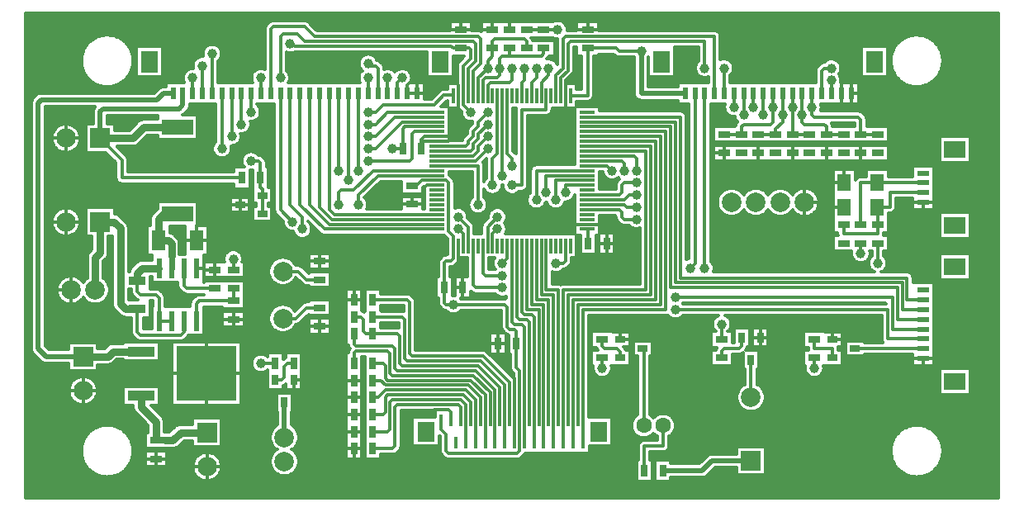
<source format=gbr>
G04 DipTrace 3.2.0.1*
G04 Íèæíèé.gbr*
%MOIN*%
G04 #@! TF.FileFunction,Copper,L2,Bot*
G04 #@! TF.Part,Single*
G04 #@! TA.AperFunction,CopperBalancing*
%ADD13C,0.011811*%
G04 #@! TA.AperFunction,Conductor*
%ADD14C,0.029528*%
%ADD15C,0.019685*%
%ADD16C,0.023622*%
%ADD17C,0.027559*%
G04 #@! TA.AperFunction,ComponentPad*
%ADD19R,0.07874X0.07874*%
%ADD20C,0.07874*%
%ADD21R,0.027559X0.051181*%
%ADD22R,0.051181X0.027559*%
G04 #@! TA.AperFunction,ComponentPad*
%ADD23C,0.07874*%
%ADD25R,0.108268X0.03937*%
%ADD26R,0.242126X0.218504*%
%ADD28R,0.062992X0.011811*%
%ADD29R,0.011811X0.062992*%
%ADD30R,0.023622X0.07874*%
%ADD31R,0.070866X0.07874*%
%ADD32R,0.015748X0.049213*%
G04 #@! TA.AperFunction,ComponentPad*
%ADD33C,0.062992*%
%ADD34R,0.125984X0.062992*%
%ADD35R,0.066929X0.035433*%
%ADD38R,0.055118X0.082677*%
%ADD39R,0.055118X0.070866*%
%ADD41R,0.041339X0.025591*%
%ADD43R,0.025591X0.041339*%
%ADD45R,0.086614X0.070866*%
%ADD46R,0.051181X0.023622*%
%ADD48R,0.070866X0.086614*%
%ADD49R,0.023622X0.051181*%
G04 #@! TA.AperFunction,ViaPad*
%ADD52C,0.03937*%
%FSLAX26Y26*%
G04*
G70*
G90*
G75*
G01*
G04 Bottom*
%LPD*%
X1742126Y2033465D2*
D13*
Y1722441D1*
X2362205Y1742126D2*
Y1771654D1*
X2342520Y1791339D1*
Y2025591D1*
X2322835D2*
Y1702756D1*
X1702756Y1683071D2*
Y2033465D1*
X1663386D2*
Y1722441D1*
X2283465Y1663386D2*
Y1771654D1*
X2303150Y1791339D1*
Y2025591D1*
X2204724Y1419291D2*
Y1259843D1*
X2214567Y1250000D1*
X2322835D1*
X3582677Y966535D2*
Y925197D1*
X2726378D2*
Y966535D1*
X2244094Y1419291D2*
Y1309055D1*
X2253937Y1299213D1*
X2322835D1*
X2665354Y1761811D2*
X2805118D1*
X2814961Y1751969D1*
Y1722441D1*
X4021654Y1082677D2*
X3897638D1*
Y1210630D1*
X3021654D1*
X2665354Y1742126D2*
X2746063D1*
X2765748Y1722441D1*
X4021654Y1043307D2*
X3877953D1*
Y1161417D1*
X3021654D1*
X2665354Y1781496D2*
X2854331D1*
X2864173Y1771654D1*
Y1722441D1*
X3208661Y1041339D2*
Y1102362D1*
X2293307Y625000D2*
Y836614D1*
X2214567Y915354D1*
X1899606D1*
X1889764Y925197D1*
Y1003937D1*
X1879921Y1013780D1*
X1732283D1*
X1724409Y1021654D1*
Y1062992D1*
X2312992Y713583D2*
Y846457D1*
X2224409Y935039D1*
X1919291D1*
X1909449Y944882D1*
Y1053150D1*
X1899606Y1062992D1*
X1799213D1*
X1771654D1*
X1761811Y1072835D1*
Y1122047D1*
X1751969Y1131890D1*
X1724409D1*
X2273622Y713583D2*
Y826772D1*
X2204724Y895669D1*
X1879921D1*
X1870079Y905512D1*
Y984252D1*
X1860236Y994094D1*
X1732283D1*
X1724409Y986220D1*
Y944882D1*
X2253937Y625000D2*
Y816929D1*
X2194882Y875984D1*
X1860236D1*
X1850394Y885827D1*
Y935039D1*
X1840551Y944882D1*
X1799213D1*
X2332677Y625000D2*
Y856299D1*
X2234252Y954724D1*
X1938976D1*
X1929134Y964567D1*
Y1122047D1*
X1919291Y1131890D1*
X1799213D1*
X3100394Y2033465D2*
Y1348425D1*
X3080709Y1328740D1*
X2539370Y1348425D2*
X2568898D1*
X2578740Y1358268D1*
Y1419291D1*
X3179134Y2033465D2*
Y2263780D1*
X2578740D1*
X2568898Y2253937D1*
Y2135827D1*
X2539370Y2106299D1*
Y2025591D1*
X2665354Y1722441D2*
X2460630D1*
Y1604331D1*
X3257874Y2033465D2*
Y1978346D1*
X2665354Y1683071D2*
X2539370D1*
Y1604331D1*
X3336614Y2033465D2*
Y1978346D1*
X3139764Y2033465D2*
Y1328740D1*
X2322835Y1348425D2*
X2342520Y1368110D1*
Y1419291D1*
X3218504Y2033465D2*
Y2135827D1*
X3139764D2*
Y2244094D1*
X2598425D1*
X2588583Y2234252D1*
Y2125984D1*
X2559055Y2096457D1*
Y2025591D1*
X2665354Y1702756D2*
X2500000D1*
Y1633858D1*
X3297244Y2033465D2*
Y1948819D1*
X2665354Y1663386D2*
X2578740D1*
Y1633858D1*
X3375984Y2033465D2*
Y1948819D1*
X2480315Y2025591D2*
Y2076772D1*
X2509843Y2106299D1*
Y2135827D1*
X1151575Y2033465D2*
Y2194882D1*
X1427165Y2033465D2*
Y1564961D1*
X1476378Y1515748D1*
X2145669Y1535433D2*
X2185039Y1496063D1*
Y1419291D1*
X1466535Y2033465D2*
Y1584646D1*
X1515748Y1535433D1*
Y1486220D1*
X2145669D2*
X2165354Y1466535D1*
Y1419291D1*
X1505906Y2033465D2*
Y1584646D1*
X1604331Y1486220D1*
X2059055D1*
Y1505906D2*
X1624016D1*
X1545276Y1584646D1*
Y2033465D1*
X1584646D2*
Y1574803D1*
X1633858Y1525591D1*
X2059055D1*
X1624016Y2033465D2*
Y1564961D1*
X1643701Y1545276D1*
X2059055D1*
X2665354Y1938976D2*
X3041339D1*
Y1289370D1*
X3956693D1*
Y1200787D1*
X4021654D1*
Y1161417D2*
X3937008D1*
Y1269685D1*
X3021654D1*
Y1919291D1*
X2665354D1*
Y1899606D2*
X3001969D1*
Y1250000D1*
X3917323D1*
Y1122047D1*
X4021654D1*
X2500000Y2025591D2*
Y1968504D1*
X2401575D1*
Y1663386D1*
X2362205D1*
X1348425Y944882D2*
X1406054D1*
Y944046D1*
X2665354Y1840551D2*
X2942913D1*
Y1200787D1*
X2608268D1*
Y625000D1*
X2647638D2*
Y1161417D1*
X2982283D1*
Y1879921D1*
X2665354D1*
X2500000Y1419291D2*
Y1240157D1*
X2549213D1*
Y713583D1*
X2529528Y625000D2*
Y1220472D1*
X2480315D1*
Y1419291D1*
X2460630D2*
Y1200787D1*
X2509843D1*
Y713583D1*
X2490157Y625000D2*
Y1181102D1*
X2440945D1*
Y1419291D1*
X2421260D2*
Y1161417D1*
X2470472D1*
Y713583D1*
X2450787Y625000D2*
Y1131890D1*
X2440945Y1141732D1*
X2411417D1*
X2401575Y1151575D1*
Y1419291D1*
X2381890D2*
Y1131890D1*
X2391732Y1122047D1*
X2421260D1*
X2431102Y1112205D1*
Y713583D1*
X2411417Y625000D2*
Y1092520D1*
X2401575Y1102362D1*
X2372047D1*
X2362205Y1112205D1*
Y1419291D1*
X2568898Y625000D2*
Y1240157D1*
X2903543D1*
Y1801181D1*
X2665354D1*
X2627953Y713583D2*
Y1181102D1*
X2962598D1*
Y1860236D1*
X2665354D1*
X2588583Y713583D2*
Y1220472D1*
X2923228D1*
Y1820866D1*
X2665354D1*
X2224409Y1584646D2*
Y1742126D1*
X2059055D1*
Y1702756D2*
X1820866D1*
X1742126Y1624016D1*
Y1584646D1*
X1437008Y1315472D2*
X1499488D1*
X1533465Y1281496D1*
X1584646D1*
X2059055Y1722441D2*
X1801181D1*
X1722441Y1643701D1*
X1673228D1*
X1663386Y1633858D1*
Y1584646D1*
X1437008Y1125472D2*
X1489646D1*
X1533465Y1169291D1*
X1584646D1*
X1354331Y1547244D2*
Y1622047D1*
X1346457Y1692913D2*
Y1655512D1*
X1354331Y1647638D1*
Y1622047D1*
X1346457Y1692913D2*
Y1753937D1*
X1338583Y1761811D1*
X1309055D1*
X1781496D2*
X1948819D1*
X1958661Y1771654D1*
Y1870079D1*
X1968504Y1879921D1*
X2059055D1*
X2224409Y2025591D2*
Y2096457D1*
X2263780Y2135827D1*
X1781496Y2096457D2*
Y2033465D1*
X2263780Y2135827D2*
Y2165354D1*
X2283465Y2185039D1*
Y2216535D1*
Y2244094D1*
X2293307Y2253937D1*
X2411417D1*
X2421260Y2244094D1*
Y2216535D1*
X3415354Y1978346D2*
Y2033465D1*
X2263780Y1811024D2*
X2214567Y1761811D1*
X2059055D1*
X3287402Y1868110D2*
X3218504D1*
X3415354Y1978346D2*
Y1919291D1*
X3405512Y1909449D1*
X3297244D1*
X3287402Y1899606D1*
Y1868110D1*
X3454724Y1948819D2*
Y2033465D1*
X2059055Y1781496D2*
X2204724D1*
X2224409Y1801181D1*
Y1820866D1*
X2263780Y1860236D1*
X3425197Y1868110D2*
X3356299D1*
X3454724Y1948819D2*
Y1919291D1*
X3425197Y1889764D1*
Y1868110D1*
X3494094Y1978346D2*
Y2033465D1*
X2059055Y1801181D2*
X2194882D1*
X2204724Y1811024D1*
Y1830709D1*
X2224409Y1850394D1*
Y1870079D1*
X2263780Y1909449D1*
X3494094Y1978346D2*
Y1868110D1*
X3562992D1*
X3533465Y1948819D2*
Y2033465D1*
X2059055Y1820866D2*
X2175197D1*
X2185039Y1830709D1*
Y1840551D1*
X2204724Y1860236D1*
Y1879921D1*
X2224409Y1899606D1*
Y1919291D1*
X2263780Y1958661D1*
X3631890Y1868110D2*
X3700787D1*
X3533465Y1948819D2*
Y1919291D1*
X3543307Y1909449D1*
X3622047D1*
X3631890Y1899606D1*
Y1868110D1*
X2244094Y2025591D2*
Y2086614D1*
X2253937Y2096457D1*
X2303150D1*
X2312992Y2106299D1*
Y2135827D1*
X1781496Y2155512D2*
Y2145669D1*
X1811024D1*
X1820866Y2135827D1*
Y2033465D1*
X2490157Y2216535D2*
Y2194882D1*
X2480315Y2185039D1*
X2352362D1*
Y2216535D1*
Y2185039D2*
X2322835D1*
X2312992Y2175197D1*
Y2135827D1*
X3572835Y1978346D2*
Y2033465D1*
X2362205Y2135827D2*
Y2086614D1*
X2352362Y2076772D1*
X2273622D1*
X2263780Y2066929D1*
Y2025591D1*
X3769685Y1868110D2*
X3838583D1*
X3572835Y1978346D2*
Y1948819D1*
X3582677Y1938976D1*
X3759843D1*
X3769685Y1929134D1*
Y1868110D1*
X2665354Y1604331D2*
X2814961D1*
X2834646Y1624016D1*
X2864173D1*
X1899606Y2033465D2*
Y2076772D1*
X1919291Y2096457D1*
X2283465Y1419291D2*
Y1466535D1*
X2303150Y1486220D1*
X3651575Y2033465D2*
Y2086614D1*
X1860236Y2033465D2*
Y2096457D1*
X2303150Y1535433D2*
X2263780Y1496063D1*
Y1419291D1*
X3612205Y2033465D2*
Y2125984D1*
X3622047Y2135827D1*
X3651575D1*
X2401575Y2025591D2*
Y2076772D1*
X2411417Y2086614D1*
Y2135827D1*
X1072835Y2033465D2*
Y2096457D1*
X2440945Y2025591D2*
Y2076772D1*
X2460630Y2096457D1*
Y2135827D1*
X1112205Y2033465D2*
Y2145669D1*
X2665354Y1624016D2*
X2795276D1*
X2805118Y1633858D1*
Y1663386D1*
X2814961Y1673228D1*
X2864173D1*
X1190945Y2033465D2*
Y1811024D1*
X1781496D2*
X1811024D1*
X1919291Y1919291D1*
X2059055D1*
X1230315Y2033465D2*
Y1860236D1*
X1781496D2*
X1811024D1*
X1889764Y1938976D1*
X2059055D1*
X1269685Y2033465D2*
Y1909449D1*
X1781496D2*
X1811024D1*
X1860236Y1958661D1*
X2059055D1*
X2125984Y2025591D2*
Y2027559D1*
X2086614D1*
X2047244Y1988189D1*
X1840551D1*
X1811024Y1958661D1*
X1781496D1*
X1309055D2*
Y2033465D1*
X2185039Y2025591D2*
Y2135827D1*
X2214567Y2165354D1*
Y2234252D1*
X2204724Y2244094D1*
X1525591D1*
X1496063Y2273622D1*
X1437008D1*
X1427165Y2263780D1*
Y2096457D1*
X1348425D2*
Y2033465D1*
X2204724Y2025591D2*
Y2125984D1*
X2234252Y2155512D1*
Y2253937D1*
X2224409Y2263780D1*
X1564961D1*
X1525591Y2303150D1*
X1397638D1*
X1387795Y2293307D1*
Y2033465D1*
X2665354Y1564961D2*
X2795276D1*
X2805118Y1555118D1*
Y1535433D1*
X2814961Y1525591D1*
X2864173D1*
X3838583Y1429134D2*
Y1348425D1*
X2665354Y1584646D2*
X2814961D1*
X2824803Y1574803D1*
X2864173D1*
X3769685Y1429134D2*
Y1387795D1*
X2155512Y713583D2*
Y767717D1*
X2145669Y777559D1*
X1899606D1*
X1889764Y767717D1*
Y610236D1*
X1879921Y600394D1*
X1799213D1*
Y669291D2*
X1860236D1*
X1870079Y679134D1*
Y787402D1*
X1879921Y797244D1*
X2155512D1*
X2175197Y777559D1*
Y625000D1*
X2194882Y713583D2*
Y787402D1*
X2165354Y816929D1*
X1860236D1*
X1850394Y807087D1*
Y748031D1*
X1840551Y738189D1*
X1799213D1*
X2214567Y625000D2*
Y797244D1*
X2175197Y836614D1*
X1850394D1*
X1820866Y807087D1*
X1799213D1*
Y875984D2*
X1830709D1*
X1850394Y856299D1*
X2185039D1*
X2234252Y807087D1*
Y713583D1*
X2352362D2*
Y866142D1*
X2244094Y974409D1*
X1958661D1*
X1948819Y984252D1*
Y1190945D1*
X1938976Y1200787D1*
X1799213D1*
X3746063Y1003937D2*
X4021654D1*
X3655512Y966535D2*
Y1003937D1*
X3582677D1*
Y1041339D1*
X2372047Y625000D2*
Y885827D1*
X2305118Y952756D1*
Y1023622D1*
X2116142Y713583D2*
Y748031D1*
X2106299Y757874D1*
X2047244D1*
X2027559Y738189D1*
X2059055Y1663386D2*
X2017717D1*
X2007874Y1653543D1*
X1938976Y2033465D2*
X1978346D1*
X1938976D2*
Y2066929D1*
X1958661Y2086614D1*
X2145669Y2025591D2*
Y1958661D1*
X2125984D1*
X2145669Y1419291D2*
Y1348425D1*
X2165354D1*
X2059055Y1860236D2*
X2007874D1*
X1996063Y1848425D1*
Y1840551D1*
Y1811024D1*
X2059055Y1840551D2*
X2106299D1*
X2116142Y1850394D1*
X2059055Y1840551D2*
X1996063D1*
X2145669Y2025591D2*
Y2066929D1*
X2135827Y2076772D1*
X2578740Y2025591D2*
Y2086614D1*
X2627953Y2135827D1*
X2391732Y713583D2*
Y915354D1*
X2379921Y927165D1*
Y1023622D1*
X2665354Y1486220D2*
X2667323D1*
Y1446850D1*
X2669291Y1448819D1*
Y1427165D1*
X2125984Y1419291D2*
Y1368110D1*
X2116142Y1358268D1*
X2096457D1*
X2088583Y1350394D1*
Y1250000D1*
X2059055Y1683071D2*
X1998031D1*
X1976378Y1661417D1*
X1958661D1*
X2059055Y1899606D2*
X1929134D1*
X1921260Y1891732D1*
Y1811024D1*
X1012238Y1896899D2*
D14*
X874902D1*
X830954Y1852951D1*
X699845D1*
X1237205Y1321605D2*
D13*
Y1365453D1*
X1033465Y2033465D2*
D15*
Y1986714D1*
X1018454Y1971703D1*
X711861D1*
X699845Y1959688D1*
Y1852951D1*
X1271654Y1692913D2*
D13*
X787402D1*
Y1765395D1*
X699845Y1852951D1*
X2391732Y713583D2*
Y590551D1*
X2381890Y580709D1*
X2106299D1*
X2096457Y590551D1*
Y625000D1*
Y659449D1*
X2076772Y679134D1*
Y713583D1*
X2883858Y2204724D2*
D15*
Y2033465D1*
X3061024D1*
X2883858Y2204724D2*
D13*
X2795276D1*
X2783465Y2216535D1*
X2667323D1*
X2598425Y2025591D2*
X2667323D1*
Y2216535D1*
X1921260Y1811024D2*
X1919291D1*
X1879921D1*
X2970472Y511811D2*
D15*
X3129921D1*
X3169291Y551181D1*
X3326772D1*
X2125984Y1181102D2*
D13*
X2096457D1*
X2088583Y1188976D1*
Y1250000D1*
X2125984Y1181102D2*
X2332677D1*
X2342520Y1171260D1*
Y1092520D1*
X2352362Y1082677D1*
X2372047D1*
X2379921Y1074803D1*
Y1023622D1*
X2059055Y1683071D2*
X2096457D1*
X2106299Y1673228D1*
Y1476378D1*
X2125984Y1456693D1*
Y1419291D1*
X2165354Y2025591D2*
Y1988189D1*
X2194882Y1958661D1*
X2165354Y2025591D2*
Y2145669D1*
X2194882Y2175197D1*
Y2209646D1*
X2187992Y2216535D1*
X2155512D1*
X2124016D1*
X2116142Y2224409D1*
X1486220D1*
X1476378Y2234252D1*
X1466535D1*
X2421260Y2291339D2*
X2490157D1*
X2531496D1*
X2546407D1*
X2893701Y692913D2*
Y1000000D1*
X2889764Y1003937D1*
X2972441Y692913D2*
Y610236D1*
X2895669D1*
Y511811D1*
X2726378Y1041339D2*
Y1013780D1*
X2736220Y1003937D1*
X2785433D1*
X2799213Y990157D1*
Y966535D1*
X1037205Y1328001D2*
Y1259202D1*
X1049605Y1246802D1*
X1162205D1*
X935436Y1440451D2*
D14*
Y1526182D1*
X955759Y1546505D1*
X1012192D1*
X987205Y1328001D2*
D16*
Y1377953D1*
D14*
Y1427953D1*
X974706Y1440451D1*
X935436D1*
X987205Y1115403D2*
D13*
X937205D1*
X849705Y1278789D2*
D14*
Y1309202D1*
X868504Y1328001D1*
X930955D1*
D16*
X937205D1*
X849705Y1278789D2*
D13*
Y1234202D1*
X862205Y1221702D1*
X924706D1*
X937205Y1209203D1*
Y1115403D1*
X699845Y1515454D2*
D14*
Y1390593D1*
X680160Y1370908D1*
Y1240451D1*
X1037205Y1115403D2*
D13*
Y1071703D1*
X1024705Y1059203D1*
X862205D1*
X849705Y1071703D1*
Y1164615D1*
D14*
X800542D1*
X780954Y1184203D1*
Y1490454D1*
X755954Y1515454D1*
X699845D1*
X865600Y813189D2*
Y768308D1*
X924705Y709203D1*
Y646702D1*
D17*
Y634105D1*
X1130954Y665601D2*
D14*
X1024853D1*
X993357Y634105D1*
X962205D1*
D17*
X924705D1*
X1237205Y1196604D2*
D13*
Y1246802D1*
Y1196604D2*
X1099606D1*
X1087205Y1184202D1*
Y1115403D1*
X865600Y992717D2*
D14*
X751967D1*
X731100Y971849D1*
X630955D1*
X994094Y2033465D2*
D15*
X955218D1*
X929627Y2007874D1*
X462598D1*
X449705Y1994980D1*
Y1002953D1*
X480808Y971849D1*
X630955D1*
X3836614Y1673228D2*
D13*
X3769685D1*
Y1503937D1*
X4021654Y1673228D2*
X3927165D1*
X3836614D1*
Y1574803D2*
X3838583D1*
Y1503937D1*
Y1466535D1*
X3700787D1*
Y1503937D1*
X4021654Y1633858D2*
X3887795D1*
Y1574803D1*
X3836614D1*
X1443454Y786269D2*
D15*
Y645916D1*
X1443455D1*
X1406052Y876820D2*
D13*
X1432480D1*
X1443454Y887794D1*
Y931545D1*
X1455955Y944046D1*
X1480857D1*
X3326772Y807087D2*
Y958661D1*
X3289370Y1049213D2*
Y1015748D1*
X3277559Y1003937D1*
X3218504D1*
X3208661Y994094D1*
Y966535D1*
D52*
X1742126Y1722441D3*
X2362205Y1742126D3*
X2322835Y1702756D3*
X1702756Y1683071D3*
X1663386Y1722441D3*
X2283465Y1663386D3*
X3080709Y1328740D3*
X2539370Y1348425D3*
X3139764Y1328740D3*
X2322835Y1348425D3*
X1476378Y1515748D3*
X2145669Y1535433D3*
X1515748Y1486220D3*
X2145669D3*
X1348425Y944882D3*
X1742126Y1584646D3*
X1663386D3*
X2263780Y2135827D3*
X1781496Y2096457D3*
X2312992Y2135827D3*
X1781496Y2155512D3*
X2303150Y1486220D3*
X3651575Y2086614D3*
X2303150Y1486220D3*
Y1535433D3*
X3651575Y2135827D3*
X1190945Y1811024D3*
X1781496D3*
X1230315Y1860236D3*
X1781496D3*
X1269685Y1909449D3*
X1781496D3*
Y1958661D3*
X1309055D3*
X1427165Y2096457D3*
X1348425D3*
X2125984Y1181102D3*
D3*
X2765748Y1722441D3*
X2814961D3*
X2864173D3*
X3021654Y1210630D3*
Y1161417D3*
X2460630Y1604331D3*
X2500000Y1633858D3*
X2539370Y1604331D3*
X2578740Y1633858D3*
X1860236Y2096457D3*
X3257874Y1978346D3*
X3297244Y1948819D3*
X3336614Y1978346D3*
X3375984Y1948819D3*
X3415354Y1978346D3*
X3454724Y1948819D3*
X3494094Y1978346D3*
X3533465Y1948819D3*
X3572835Y1978346D3*
X2263780Y1811024D3*
Y1860236D3*
Y1909449D3*
Y1958661D3*
X1919291Y2096457D3*
X2411417Y2135827D3*
X2362205D3*
X2460630D3*
X2509843D3*
X1072835Y2096457D3*
X1112205Y2145669D3*
X1151575Y2194882D3*
X3218504Y2135827D3*
X3139764D3*
X1237205Y1365453D3*
X2864173Y1673228D3*
Y1624016D3*
Y1574803D3*
Y1525591D3*
X2362205Y1663386D3*
X3208661Y1102362D3*
X2224409Y1584646D3*
X2322835Y1299213D3*
Y1250000D3*
X3582677Y925197D3*
X1309055Y1761811D3*
X1781496D3*
X3769685Y1387795D3*
X3838583Y1348425D3*
X2726378Y925197D3*
X2883858Y2204724D3*
X1466535Y2234252D3*
X2546407Y2291339D3*
X1525591Y2096457D3*
X1574803D3*
X1624016D3*
X1673228D3*
X1722441D3*
X1879921Y1811024D3*
X2125984Y1958661D3*
X2165354Y1348425D3*
X2667323D3*
X2194882Y1958661D3*
X1830709Y1584646D3*
X2627953Y2135827D3*
X400799Y2344619D2*
D13*
X4323618D1*
X400799Y2332940D2*
X4323618D1*
X400799Y2321260D2*
X1380574D1*
X1542662D2*
X2110551D1*
X2200481D2*
X2238511D1*
X2570798D2*
X2622369D1*
X2712276D2*
X4323618D1*
X400799Y2309580D2*
X1368855D1*
X1554427D2*
X2110551D1*
X2200481D2*
X2238511D1*
X2580786D2*
X2622369D1*
X2712276D2*
X4323618D1*
X400799Y2297900D2*
X1362973D1*
X1566099D2*
X2110551D1*
X2200481D2*
X2238511D1*
X2584893D2*
X2622369D1*
X2712276D2*
X4323618D1*
X400799Y2286220D2*
X1362512D1*
X2234368D2*
X2238518D1*
X3189077D2*
X4323618D1*
X400799Y2274541D2*
X1362512D1*
X3201880D2*
X4323618D1*
X400799Y2262861D2*
X689675D1*
X767010D2*
X1362512D1*
X3204418D2*
X3957407D1*
X4034719D2*
X4323618D1*
X400799Y2251181D2*
X667622D1*
X789086D2*
X1362512D1*
X2445467D2*
X2543614D1*
X3204418D2*
X3935331D1*
X4056795D2*
X4323618D1*
X400799Y2239501D2*
X653573D1*
X803112D2*
X1362512D1*
X2535111D2*
X2543614D1*
X3204418D2*
X3921305D1*
X4070821D2*
X4323618D1*
X400799Y2227822D2*
X643446D1*
X813262D2*
X1131712D1*
X1171445D2*
X1362512D1*
X2535111D2*
X2543614D1*
X3204418D2*
X3911155D1*
X4080971D2*
X4323618D1*
X400799Y2216142D2*
X635880D1*
X820805D2*
X844810D1*
X954418D2*
X1119048D1*
X1184110D2*
X1362512D1*
X2535111D2*
X2543614D1*
X2613866D2*
X2622369D1*
X3021347D2*
X3114488D1*
X3204418D2*
X3770000D1*
X3879607D2*
X3903589D1*
X4088537D2*
X4323618D1*
X400799Y2204462D2*
X630297D1*
X826388D2*
X844810D1*
X954418D2*
X1113742D1*
X1189392D2*
X1362512D1*
X2535111D2*
X2543614D1*
X2613866D2*
X2622369D1*
X3021347D2*
X3114488D1*
X3204418D2*
X3770000D1*
X3879607D2*
X3898006D1*
X4094120D2*
X4323618D1*
X400799Y2192782D2*
X626376D1*
X830333D2*
X844810D1*
X954418D2*
X1112588D1*
X1190569D2*
X1362512D1*
X1452441D2*
X1773591D1*
X1789402D2*
X2018023D1*
X2535111D2*
X2543614D1*
X2613866D2*
X2622369D1*
X3021347D2*
X3114488D1*
X3204418D2*
X3770000D1*
X3879607D2*
X3894084D1*
X4098041D2*
X4323618D1*
X400799Y2181102D2*
X623907D1*
X832801D2*
X844810D1*
X954418D2*
X1097640D1*
X1188031D2*
X1362512D1*
X1452441D2*
X1752391D1*
X1810601D2*
X2018023D1*
X2127631D2*
X2165523D1*
X2511097D2*
X2543614D1*
X2613866D2*
X2642047D1*
X2692599D2*
X2789339D1*
X3021347D2*
X3114488D1*
X3204418D2*
X3770000D1*
X3879607D2*
X3891616D1*
X4100510D2*
X4323618D1*
X400799Y2169423D2*
X622777D1*
X833908D2*
X844810D1*
X954418D2*
X1081515D1*
X1180788D2*
X1362512D1*
X1452441D2*
X1745078D1*
X1817914D2*
X2018023D1*
X2127631D2*
X2153850D1*
X2528513D2*
X2543614D1*
X2613866D2*
X2642047D1*
X2692599D2*
X2854645D1*
X3021347D2*
X3114488D1*
X3237175D2*
X3632904D1*
X3670238D2*
X3770000D1*
X3879607D2*
X3890509D1*
X4101617D2*
X4323618D1*
X400799Y2157743D2*
X622985D1*
X833701D2*
X844810D1*
X954418D2*
X1075125D1*
X1176843D2*
X1362512D1*
X1452441D2*
X1742517D1*
X1834200D2*
X2018023D1*
X2127631D2*
X2143331D1*
X2613866D2*
X2642047D1*
X2692599D2*
X2854645D1*
X3021347D2*
X3107683D1*
X3250577D2*
X3610851D1*
X3683641D2*
X3770000D1*
X3879607D2*
X3890693D1*
X4101433D2*
X4323618D1*
X400799Y2146063D2*
X624507D1*
X832201D2*
X844810D1*
X954418D2*
X1073141D1*
X1176843D2*
X1362512D1*
X1452441D2*
X1743648D1*
X1843866D2*
X2018023D1*
X2127631D2*
X2140078D1*
X2613866D2*
X2642047D1*
X2692599D2*
X2854645D1*
X3021347D2*
X3102123D1*
X3256160D2*
X3597033D1*
X3689223D2*
X3770000D1*
X3879607D2*
X3892216D1*
X4099910D2*
X4323618D1*
X400799Y2134383D2*
X627391D1*
X829295D2*
X844810D1*
X954418D2*
X1074872D1*
X1176843D2*
X1362512D1*
X1452441D2*
X1748884D1*
X1846150D2*
X2018023D1*
X2127631D2*
X2140078D1*
X2613866D2*
X2642047D1*
X2692599D2*
X2854645D1*
X3021347D2*
X3100739D1*
X3257521D2*
X3588451D1*
X3690607D2*
X3770000D1*
X3879607D2*
X3895123D1*
X4097003D2*
X4323618D1*
X400799Y2122703D2*
X631797D1*
X824889D2*
X844810D1*
X954418D2*
X1044352D1*
X1176843D2*
X1319950D1*
X1455648D2*
X1753014D1*
X1947766D2*
X2018023D1*
X2127631D2*
X2140078D1*
X2613636D2*
X2642047D1*
X2692599D2*
X2854645D1*
X3021347D2*
X3103046D1*
X3255214D2*
X3586929D1*
X3688277D2*
X3770000D1*
X3879607D2*
X3899529D1*
X4092597D2*
X4323618D1*
X400799Y2111024D2*
X637933D1*
X818752D2*
X844810D1*
X954418D2*
X1036693D1*
X1176843D2*
X1312292D1*
X1463307D2*
X1745355D1*
X1955425D2*
X2018023D1*
X2127631D2*
X2140078D1*
X2608653D2*
X2642047D1*
X2692599D2*
X2854645D1*
X3021347D2*
X3109966D1*
X3248317D2*
X3586929D1*
X3681726D2*
X3770000D1*
X3879607D2*
X3905665D1*
X4086461D2*
X4323618D1*
X400799Y2099344D2*
X646214D1*
X810494D2*
X1033879D1*
X1176843D2*
X1309477D1*
X1466121D2*
X1742540D1*
X1958239D2*
X2140078D1*
X2597188D2*
X2642047D1*
X2692599D2*
X2854645D1*
X2913064D2*
X3128421D1*
X3243772D2*
X3586929D1*
X3688416D2*
X3913923D1*
X4078203D2*
X4323618D1*
X400799Y2087664D2*
X657333D1*
X799352D2*
X1034825D1*
X1176843D2*
X1310400D1*
X1465175D2*
X1743486D1*
X1957317D2*
X2140078D1*
X2585515D2*
X2642047D1*
X2692599D2*
X2854645D1*
X2913064D2*
X3153865D1*
X3243772D2*
X3586929D1*
X3690607D2*
X3925042D1*
X4067084D2*
X4323618D1*
X400799Y2075984D2*
X673089D1*
X783619D2*
X962921D1*
X2009520D2*
X2140078D1*
X2584339D2*
X2642047D1*
X2692599D2*
X2854645D1*
X2913064D2*
X3029850D1*
X3761497D2*
X3940798D1*
X4051328D2*
X4323618D1*
X400799Y2064304D2*
X700679D1*
X756006D2*
X962921D1*
X2009520D2*
X2100701D1*
X2623694D2*
X2642047D1*
X2692599D2*
X2854645D1*
X2913064D2*
X3029850D1*
X3761497D2*
X3968411D1*
X4023715D2*
X4323618D1*
X400799Y2052625D2*
X933555D1*
X2009520D2*
X2100701D1*
X2623694D2*
X2642047D1*
X2692599D2*
X2854645D1*
X3761497D2*
X4323618D1*
X400799Y2040945D2*
X921882D1*
X2009520D2*
X2064737D1*
X2692599D2*
X2854645D1*
X3761497D2*
X4323618D1*
X400799Y2029265D2*
X443305D1*
X2009520D2*
X2053064D1*
X2692599D2*
X2854968D1*
X3761497D2*
X4323618D1*
X400799Y2017585D2*
X431494D1*
X2009520D2*
X2041392D1*
X2691238D2*
X2859582D1*
X3761497D2*
X4323618D1*
X400799Y2005906D2*
X422705D1*
X2682403D2*
X2877552D1*
X3761497D2*
X4323618D1*
X400799Y1994226D2*
X420490D1*
X2088530D2*
X2100701D1*
X2623694D2*
X3029850D1*
X3761497D2*
X4323618D1*
X400799Y1982546D2*
X420490D1*
X1062355D2*
X1165669D1*
X1339637D2*
X1401889D1*
X2716221D2*
X3075110D1*
X3165040D2*
X3219057D1*
X3611667D2*
X4323618D1*
X400799Y1970866D2*
X420490D1*
X478909D2*
X672951D1*
X1057764D2*
X1165669D1*
X1346096D2*
X1401889D1*
X2109914D2*
X2147414D1*
X2367796D2*
X2376395D1*
X2525284D2*
X2614480D1*
X2716221D2*
X3075110D1*
X3165040D2*
X3219564D1*
X3611137D2*
X4323618D1*
X400799Y1959186D2*
X420490D1*
X478909D2*
X670644D1*
X1046760D2*
X1165669D1*
X1348103D2*
X1401889D1*
X2109914D2*
X2155834D1*
X2367796D2*
X2376307D1*
X2523392D2*
X2614480D1*
X3055649D2*
X3075110D1*
X3165040D2*
X3224017D1*
X3774138D2*
X4323618D1*
X400799Y1947507D2*
X420490D1*
X478909D2*
X670644D1*
X1033796D2*
X1165669D1*
X1346419D2*
X1401889D1*
X2109914D2*
X2157518D1*
X2367796D2*
X2376307D1*
X2512988D2*
X2614480D1*
X3065061D2*
X3075110D1*
X3165040D2*
X3234697D1*
X3786572D2*
X4323618D1*
X400799Y1935827D2*
X420490D1*
X478909D2*
X670644D1*
X729062D2*
X929887D1*
X1094604D2*
X1165669D1*
X1340444D2*
X1401889D1*
X2109914D2*
X2163493D1*
X2367796D2*
X2376307D1*
X2426851D2*
X2614480D1*
X3066607D2*
X3075110D1*
X3165040D2*
X3260488D1*
X3794023D2*
X4323618D1*
X400799Y1924147D2*
X420490D1*
X478909D2*
X670644D1*
X729062D2*
X855191D1*
X1094604D2*
X1165669D1*
X1325842D2*
X1401889D1*
X2109914D2*
X2178095D1*
X2367796D2*
X2376307D1*
X2426851D2*
X2614480D1*
X3066607D2*
X3075110D1*
X3165040D2*
X3267316D1*
X3794969D2*
X4323618D1*
X400799Y1912467D2*
X420490D1*
X478909D2*
X670644D1*
X729062D2*
X842688D1*
X1094604D2*
X1165669D1*
X1308610D2*
X1401889D1*
X2109914D2*
X2199133D1*
X2367796D2*
X2376307D1*
X2426851D2*
X2614480D1*
X3066607D2*
X3075110D1*
X3165040D2*
X3265840D1*
X3653444D2*
X3744417D1*
X3794969D2*
X4323618D1*
X400799Y1900787D2*
X420490D1*
X478909D2*
X528865D1*
X595243D2*
X641116D1*
X758590D2*
X831015D1*
X1094604D2*
X1165669D1*
X1307733D2*
X1401889D1*
X2109914D2*
X2190344D1*
X2367796D2*
X2376307D1*
X2426851D2*
X2614480D1*
X3066607D2*
X3075110D1*
X3165040D2*
X3262149D1*
X3657135D2*
X3744417D1*
X3794969D2*
X4323618D1*
X400799Y1889108D2*
X420490D1*
X478909D2*
X516086D1*
X608022D2*
X641116D1*
X758590D2*
X819320D1*
X1094604D2*
X1165669D1*
X1302820D2*
X1401889D1*
X2109914D2*
X2181278D1*
X2367796D2*
X2376307D1*
X2426851D2*
X2614480D1*
X3066607D2*
X3075110D1*
X3165040D2*
X3173551D1*
X3883551D2*
X4323618D1*
X400799Y1877428D2*
X420490D1*
X478909D2*
X508773D1*
X615335D2*
X641116D1*
X1094604D2*
X1165669D1*
X1291101D2*
X1401889D1*
X2109914D2*
X2179456D1*
X2367796D2*
X2376307D1*
X2426851D2*
X2614480D1*
X3066607D2*
X3075110D1*
X3165040D2*
X3173551D1*
X3883551D2*
X4323618D1*
X400799Y1865748D2*
X420490D1*
X478909D2*
X504759D1*
X619349D2*
X641116D1*
X1094604D2*
X1165669D1*
X1268978D2*
X1401889D1*
X2109914D2*
X2174981D1*
X2367796D2*
X2376307D1*
X2426851D2*
X2614480D1*
X3066607D2*
X3075110D1*
X3165040D2*
X3173551D1*
X3883551D2*
X4323618D1*
X400799Y1854068D2*
X420490D1*
X478909D2*
X503329D1*
X620779D2*
X641116D1*
X879861D2*
X929887D1*
X1094604D2*
X1165669D1*
X1268863D2*
X1401889D1*
X2109914D2*
X2163908D1*
X2367796D2*
X2376307D1*
X2426851D2*
X2614480D1*
X3066607D2*
X3075110D1*
X3165040D2*
X3173551D1*
X3883551D2*
X4086936D1*
X4212276D2*
X4323618D1*
X400799Y1842388D2*
X420490D1*
X478909D2*
X504298D1*
X619810D2*
X641116D1*
X868165D2*
X1165669D1*
X1264895D2*
X1401889D1*
X2367796D2*
X2376307D1*
X2426851D2*
X2614480D1*
X3066607D2*
X3075110D1*
X3165040D2*
X3173551D1*
X3883551D2*
X4086936D1*
X4212276D2*
X4323618D1*
X400799Y1830709D2*
X420490D1*
X478909D2*
X507781D1*
X616327D2*
X641116D1*
X856492D2*
X1157410D1*
X1255207D2*
X1401889D1*
X2367796D2*
X2376307D1*
X2426851D2*
X2614480D1*
X3066607D2*
X3075110D1*
X3165040D2*
X4086936D1*
X4212276D2*
X4323618D1*
X400799Y1819029D2*
X420490D1*
X478909D2*
X514379D1*
X609729D2*
X641116D1*
X769017D2*
X1152751D1*
X1229139D2*
X1401889D1*
X2367796D2*
X2376307D1*
X2426851D2*
X2614480D1*
X3066607D2*
X3075110D1*
X3165040D2*
X3173551D1*
X3883551D2*
X4086936D1*
X4212276D2*
X4323618D1*
X400799Y1807349D2*
X420490D1*
X478909D2*
X525751D1*
X598357D2*
X641116D1*
X780713D2*
X1152058D1*
X1229831D2*
X1401889D1*
X2367796D2*
X2376307D1*
X2426851D2*
X2614480D1*
X3066607D2*
X3075110D1*
X3165040D2*
X3173551D1*
X3883551D2*
X4086936D1*
X4212276D2*
X4323618D1*
X400799Y1795669D2*
X420490D1*
X478909D2*
X555233D1*
X568875D2*
X641116D1*
X792385D2*
X1155150D1*
X1226740D2*
X1290907D1*
X1327203D2*
X1401889D1*
X2426851D2*
X2614480D1*
X3066607D2*
X3075110D1*
X3165040D2*
X3173551D1*
X3883551D2*
X4086936D1*
X4212276D2*
X4323618D1*
X400799Y1783990D2*
X420490D1*
X478909D2*
X733551D1*
X804058D2*
X1163247D1*
X1218643D2*
X1277182D1*
X1349187D2*
X1401889D1*
X2426851D2*
X2614480D1*
X3066607D2*
X3075110D1*
X3165040D2*
X3173551D1*
X3883551D2*
X4086936D1*
X4212276D2*
X4323618D1*
X400799Y1772310D2*
X420490D1*
X478909D2*
X745224D1*
X811670D2*
X1271484D1*
X1363351D2*
X1401889D1*
X2426851D2*
X2614480D1*
X3066607D2*
X3075110D1*
X3165040D2*
X3173551D1*
X3883551D2*
X4086936D1*
X4212276D2*
X4323618D1*
X400799Y1760630D2*
X420490D1*
X478909D2*
X756920D1*
X812685D2*
X1270007D1*
X1370779D2*
X1401889D1*
X2248647D2*
X2258189D1*
X2426851D2*
X2614480D1*
X3066607D2*
X3075110D1*
X3165040D2*
X4086936D1*
X4212276D2*
X4323618D1*
X400799Y1748950D2*
X420490D1*
X478909D2*
X762133D1*
X812685D2*
X1272245D1*
X1371725D2*
X1401889D1*
X2248694D2*
X2258189D1*
X2426851D2*
X2614480D1*
X3066607D2*
X3075110D1*
X3165040D2*
X4323618D1*
X400799Y1737270D2*
X420490D1*
X478909D2*
X762133D1*
X812685D2*
X1279027D1*
X1371725D2*
X1401889D1*
X2249686D2*
X2258196D1*
X2426851D2*
X2440452D1*
X3066607D2*
X3075110D1*
X3165040D2*
X3976692D1*
X4066622D2*
X4323618D1*
X400799Y1725591D2*
X420490D1*
X478909D2*
X762133D1*
X812685D2*
X1238496D1*
X1379614D2*
X1401889D1*
X2249686D2*
X2258196D1*
X2426851D2*
X2435539D1*
X3066607D2*
X3075110D1*
X3165040D2*
X3655834D1*
X3749686D2*
X3789677D1*
X3883551D2*
X3976692D1*
X4066622D2*
X4323618D1*
X400799Y1713911D2*
X420490D1*
X478909D2*
X762133D1*
X1304804D2*
X1313314D1*
X1379614D2*
X1401889D1*
X2109914D2*
X2199133D1*
X2249686D2*
X2258196D1*
X2426851D2*
X2435362D1*
X2716221D2*
X2727677D1*
X3066607D2*
X3075110D1*
X3165040D2*
X3655834D1*
X3749686D2*
X3789677D1*
X3883551D2*
X3976692D1*
X4066622D2*
X4323618D1*
X400799Y1702231D2*
X420490D1*
X478909D2*
X762133D1*
X1304804D2*
X1313314D1*
X1379614D2*
X1401889D1*
X2112244D2*
X2199133D1*
X2249686D2*
X2258196D1*
X2426851D2*
X2435362D1*
X2716221D2*
X2732544D1*
X3066607D2*
X3075110D1*
X3165040D2*
X3655834D1*
X3749686D2*
X3789677D1*
X3883551D2*
X3976692D1*
X4066622D2*
X4323618D1*
X400799Y1690551D2*
X420490D1*
X478909D2*
X762249D1*
X1304804D2*
X1313314D1*
X1379614D2*
X1401889D1*
X2124240D2*
X2199133D1*
X2249686D2*
X2255893D1*
X2426851D2*
X2435362D1*
X2716221D2*
X2744124D1*
X2787364D2*
X2793362D1*
X3066607D2*
X3075110D1*
X3165040D2*
X3655834D1*
X4066622D2*
X4323618D1*
X400799Y1678871D2*
X420490D1*
X478909D2*
X766632D1*
X1304804D2*
X1313314D1*
X1379614D2*
X1401889D1*
X2130906D2*
X2199133D1*
X2426851D2*
X2435362D1*
X2716221D2*
X2785486D1*
X3066607D2*
X3075110D1*
X3165040D2*
X3655834D1*
X4066622D2*
X4323618D1*
X400799Y1667192D2*
X420490D1*
X478909D2*
X1238496D1*
X1304804D2*
X1313314D1*
X1379614D2*
X1401889D1*
X1820567D2*
X1913708D1*
X2131575D2*
X2199133D1*
X2426851D2*
X2435362D1*
X2716221D2*
X2780134D1*
X3066607D2*
X3075110D1*
X3165040D2*
X3655834D1*
X4066622D2*
X4323618D1*
X400799Y1655512D2*
X420490D1*
X478909D2*
X1238496D1*
X1304804D2*
X1313314D1*
X1379614D2*
X1401889D1*
X1808871D2*
X1913708D1*
X2131575D2*
X2199133D1*
X2425536D2*
X2435354D1*
X2716221D2*
X2779834D1*
X3066607D2*
X3075110D1*
X3165040D2*
X3655834D1*
X4066622D2*
X4323618D1*
X400799Y1643832D2*
X420490D1*
X478909D2*
X1314299D1*
X1394378D2*
X1401897D1*
X1797199D2*
X1913708D1*
X2003615D2*
X2008194D1*
X2131575D2*
X2199133D1*
X2317091D2*
X2328593D1*
X2416839D2*
X2435354D1*
X3066607D2*
X3075110D1*
X3165040D2*
X3217211D1*
X3278836D2*
X3315644D1*
X3377269D2*
X3414077D1*
X3475702D2*
X3512487D1*
X3574112D2*
X3655834D1*
X4066622D2*
X4323618D1*
X400799Y1632152D2*
X420490D1*
X478909D2*
X1314299D1*
X1394378D2*
X1401897D1*
X1785526D2*
X1913708D1*
X2003615D2*
X2008194D1*
X2131575D2*
X2199133D1*
X2249686D2*
X2260864D1*
X2306065D2*
X2339597D1*
X2384797D2*
X2433739D1*
X3066607D2*
X3075110D1*
X3165040D2*
X3203324D1*
X3292747D2*
X3301757D1*
X3391156D2*
X3400167D1*
X3489589D2*
X3498615D1*
X3588022D2*
X3655834D1*
X4066622D2*
X4323618D1*
X400799Y1620472D2*
X420490D1*
X478909D2*
X1314299D1*
X1394378D2*
X1401897D1*
X1773830D2*
X2008196D1*
X2131575D2*
X2199133D1*
X2249686D2*
X2425181D1*
X3066607D2*
X3075110D1*
X3165040D2*
X3195481D1*
X3595842D2*
X3655834D1*
X4066622D2*
X4323618D1*
X400799Y1608793D2*
X420490D1*
X478909D2*
X1223732D1*
X1303812D2*
X1314299D1*
X1394378D2*
X1401897D1*
X1772492D2*
X1913708D1*
X2003615D2*
X2008194D1*
X2131575D2*
X2194058D1*
X2254761D2*
X2421836D1*
X2608307D2*
X2614480D1*
X3066607D2*
X3075110D1*
X3165040D2*
X3191098D1*
X3600248D2*
X3655834D1*
X3913079D2*
X3976692D1*
X4066622D2*
X4323618D1*
X400799Y1597113D2*
X420490D1*
X478909D2*
X1223732D1*
X1303812D2*
X1314299D1*
X1394378D2*
X1401897D1*
X1779067D2*
X1913708D1*
X2003615D2*
X2008194D1*
X2131575D2*
X2187461D1*
X2261358D2*
X2422274D1*
X2589091D2*
X2614480D1*
X3066607D2*
X3075110D1*
X3165040D2*
X3189345D1*
X3601979D2*
X3655834D1*
X3913079D2*
X3976692D1*
X4066622D2*
X4323618D1*
X400799Y1585433D2*
X420490D1*
X478909D2*
X929887D1*
X1094604D2*
X1223732D1*
X1303812D2*
X1329062D1*
X1379614D2*
X1401889D1*
X1781166D2*
X1913708D1*
X2003615D2*
X2008194D1*
X2131575D2*
X2185362D1*
X2263457D2*
X2426634D1*
X2494626D2*
X2505366D1*
X2573381D2*
X2614480D1*
X3066607D2*
X3075110D1*
X3165040D2*
X3190014D1*
X3601333D2*
X3655834D1*
X3913079D2*
X3976692D1*
X4066622D2*
X4323618D1*
X400799Y1573753D2*
X420490D1*
X478909D2*
X929887D1*
X1094604D2*
X1223732D1*
X1303812D2*
X1314299D1*
X1394378D2*
X1401897D1*
X1779574D2*
X1913708D1*
X2003615D2*
X2008194D1*
X2131575D2*
X2186953D1*
X2261866D2*
X2437107D1*
X2484153D2*
X2515840D1*
X2562908D2*
X2614480D1*
X3066607D2*
X3075110D1*
X3165040D2*
X3193151D1*
X3598172D2*
X3655834D1*
X3913056D2*
X3976692D1*
X4066622D2*
X4323618D1*
X400799Y1562073D2*
X420490D1*
X478909D2*
X527112D1*
X596996D2*
X641116D1*
X758590D2*
X923543D1*
X1094604D2*
X1223732D1*
X1303812D2*
X1314299D1*
X1394378D2*
X1402059D1*
X2173767D2*
X2192813D1*
X2256006D2*
X2275052D1*
X2331255D2*
X2614480D1*
X3066607D2*
X3075110D1*
X3165040D2*
X3199287D1*
X3592059D2*
X3655834D1*
X3909434D2*
X4323618D1*
X400799Y1550394D2*
X420490D1*
X478909D2*
X515117D1*
X608968D2*
X641116D1*
X758590D2*
X911870D1*
X1094604D2*
X1314299D1*
X1394378D2*
X1406803D1*
X2181634D2*
X2207069D1*
X2241750D2*
X2267185D1*
X2339122D2*
X2614480D1*
X3066607D2*
X3075110D1*
X3165040D2*
X3209853D1*
X3286218D2*
X3308285D1*
X3384628D2*
X3406695D1*
X3483061D2*
X3505128D1*
X3581494D2*
X3655834D1*
X3883551D2*
X4086936D1*
X4212276D2*
X4323618D1*
X400799Y1538714D2*
X420490D1*
X478909D2*
X508219D1*
X615889D2*
X641116D1*
X780482D2*
X903773D1*
X1094604D2*
X1314299D1*
X1394378D2*
X1418153D1*
X2184586D2*
X2264232D1*
X2342051D2*
X2614480D1*
X2716221D2*
X2779834D1*
X3066607D2*
X3075110D1*
X3165040D2*
X3232621D1*
X3263427D2*
X3331054D1*
X3361859D2*
X3429487D1*
X3460292D2*
X3527897D1*
X3558702D2*
X3655834D1*
X3883551D2*
X4086936D1*
X4212276D2*
X4323618D1*
X400799Y1527034D2*
X420490D1*
X478909D2*
X504482D1*
X619603D2*
X641116D1*
X792154D2*
X901305D1*
X1094604D2*
X1314299D1*
X1394378D2*
X1429825D1*
X2189315D2*
X2259503D1*
X2341267D2*
X2614480D1*
X2716221D2*
X2781357D1*
X3066607D2*
X3075110D1*
X3165040D2*
X3655834D1*
X3883551D2*
X4086936D1*
X4212276D2*
X4323618D1*
X400799Y1515354D2*
X420490D1*
X478909D2*
X503306D1*
X620779D2*
X641116D1*
X803827D2*
X901305D1*
X1094604D2*
X1437322D1*
X2201011D2*
X2247808D1*
X2336446D2*
X2614480D1*
X2716221D2*
X2789938D1*
X3066607D2*
X3075110D1*
X3165040D2*
X3655834D1*
X3883551D2*
X4086936D1*
X4212276D2*
X4323618D1*
X400799Y1503675D2*
X420490D1*
X478909D2*
X504528D1*
X619580D2*
X641116D1*
X812316D2*
X901305D1*
X1094604D2*
X1439306D1*
X2209085D2*
X2239734D1*
X2337945D2*
X2614480D1*
X2716221D2*
X2803756D1*
X3066607D2*
X3075110D1*
X3165040D2*
X3655834D1*
X3883551D2*
X4086936D1*
X4212276D2*
X4323618D1*
X400799Y1491995D2*
X420490D1*
X478909D2*
X508312D1*
X615796D2*
X641116D1*
X815061D2*
X888502D1*
X982377D2*
X1042045D1*
X1135897D2*
X1445696D1*
X1554358D2*
X1563299D1*
X2210308D2*
X2238511D1*
X2341752D2*
X2614480D1*
X2716221D2*
X2845510D1*
X3066607D2*
X3075110D1*
X3165040D2*
X3655834D1*
X3883551D2*
X4086936D1*
X4212276D2*
X4323618D1*
X400799Y1480315D2*
X420490D1*
X478909D2*
X515278D1*
X608830D2*
X641116D1*
X815084D2*
X888502D1*
X982377D2*
X1042045D1*
X1135897D2*
X1461821D1*
X1554335D2*
X1574972D1*
X2210308D2*
X2238511D1*
X2341752D2*
X2614480D1*
X2716221D2*
X2878267D1*
X3066607D2*
X3075110D1*
X3165040D2*
X3655834D1*
X3883551D2*
X4086936D1*
X4212276D2*
X4323618D1*
X400799Y1468635D2*
X420490D1*
X478909D2*
X527389D1*
X596719D2*
X641116D1*
X815084D2*
X888502D1*
X992965D2*
X1042045D1*
X1135897D2*
X1481014D1*
X1550482D2*
X1586667D1*
X2777237D2*
X2878267D1*
X3066607D2*
X3075110D1*
X3165040D2*
X3675511D1*
X3863851D2*
X4086936D1*
X4212276D2*
X4323618D1*
X400799Y1456955D2*
X420490D1*
X478909D2*
X665707D1*
X733976D2*
X746816D1*
X815084D2*
X888502D1*
X1005975D2*
X1042045D1*
X1135897D2*
X1490518D1*
X1540978D2*
X2090458D1*
X2623694D2*
X2636141D1*
X2702449D2*
X2710952D1*
X2777237D2*
X2878267D1*
X3066607D2*
X3075110D1*
X3165040D2*
X3655834D1*
X3883551D2*
X4086936D1*
X4212276D2*
X4323618D1*
X400799Y1445276D2*
X420490D1*
X478909D2*
X665707D1*
X733976D2*
X746816D1*
X815084D2*
X888502D1*
X1016425D2*
X1042045D1*
X1135897D2*
X2100701D1*
X2623694D2*
X2636141D1*
X2702449D2*
X2710952D1*
X2777237D2*
X2878267D1*
X3066607D2*
X3075110D1*
X3165040D2*
X3655834D1*
X3883551D2*
X4323618D1*
X400799Y1433596D2*
X420490D1*
X478909D2*
X665707D1*
X733976D2*
X746816D1*
X815084D2*
X888502D1*
X1020855D2*
X1042045D1*
X1135897D2*
X2100701D1*
X2623694D2*
X2636141D1*
X2702449D2*
X2710952D1*
X2777237D2*
X2878267D1*
X3066607D2*
X3075110D1*
X3165040D2*
X3655834D1*
X3883551D2*
X4323618D1*
X400799Y1421916D2*
X420490D1*
X478909D2*
X665707D1*
X733976D2*
X746816D1*
X815084D2*
X888502D1*
X1021339D2*
X1042045D1*
X1135897D2*
X2100701D1*
X2623694D2*
X2636141D1*
X2702449D2*
X2710952D1*
X2777237D2*
X2878267D1*
X3066607D2*
X3075110D1*
X3165040D2*
X3655834D1*
X3883551D2*
X4323618D1*
X400799Y1410236D2*
X420490D1*
X478909D2*
X665707D1*
X733976D2*
X746816D1*
X815084D2*
X888502D1*
X1021339D2*
X1042045D1*
X1135897D2*
X2100701D1*
X2623694D2*
X2636141D1*
X2702449D2*
X2710952D1*
X2777237D2*
X2878267D1*
X3066607D2*
X3075110D1*
X3165040D2*
X3655834D1*
X3883551D2*
X4323618D1*
X400799Y1398556D2*
X420490D1*
X478909D2*
X660032D1*
X733976D2*
X746816D1*
X815084D2*
X888502D1*
X1021339D2*
X1042045D1*
X1135897D2*
X1217619D1*
X1256775D2*
X2100701D1*
X2623694D2*
X2636141D1*
X2702449D2*
X2710952D1*
X2777237D2*
X2878267D1*
X3066607D2*
X3075110D1*
X3165040D2*
X3655834D1*
X3883551D2*
X4323618D1*
X400799Y1386877D2*
X420490D1*
X478909D2*
X650159D1*
X733768D2*
X746816D1*
X815084D2*
X888502D1*
X1021339D2*
X1042045D1*
X1135897D2*
X1204793D1*
X1269624D2*
X1539677D1*
X1629607D2*
X2100701D1*
X2623694D2*
X2636141D1*
X2702449D2*
X2710952D1*
X2777237D2*
X2878267D1*
X3066607D2*
X3075110D1*
X3165040D2*
X3730645D1*
X3808718D2*
X3813301D1*
X3863851D2*
X4086936D1*
X4212276D2*
X4323618D1*
X400799Y1375197D2*
X420490D1*
X478909D2*
X646307D1*
X730170D2*
X746816D1*
X815084D2*
X906034D1*
X1118388D2*
X1199418D1*
X1274976D2*
X1539677D1*
X1629607D2*
X2078140D1*
X2623694D2*
X2878267D1*
X3066607D2*
X3075110D1*
X3165040D2*
X3732790D1*
X3806572D2*
X3810609D1*
X3866550D2*
X4086936D1*
X4212276D2*
X4323618D1*
X400799Y1363517D2*
X420490D1*
X478909D2*
X646030D1*
X720550D2*
X746816D1*
X815084D2*
X906034D1*
X1118388D2*
X1198195D1*
X1276222D2*
X1404127D1*
X1469881D2*
X1539677D1*
X1629607D2*
X2067205D1*
X2150814D2*
X2179456D1*
X2269363D2*
X2286909D1*
X2604016D2*
X2878267D1*
X3165040D2*
X3739434D1*
X3874509D2*
X4086936D1*
X4212276D2*
X4323618D1*
X400799Y1351837D2*
X420490D1*
X478909D2*
X646030D1*
X714299D2*
X746816D1*
X815084D2*
X844580D1*
X1282174D2*
X1391209D1*
X1482799D2*
X1539677D1*
X1629607D2*
X2063353D1*
X2144932D2*
X2179456D1*
X2269363D2*
X2283933D1*
X2603140D2*
X2878267D1*
X3170968D2*
X3756620D1*
X3782766D2*
X3799689D1*
X3877484D2*
X4086936D1*
X4212276D2*
X4323618D1*
X400799Y1340157D2*
X420490D1*
X478909D2*
X646030D1*
X714299D2*
X746816D1*
X815084D2*
X832884D1*
X1282174D2*
X1383827D1*
X1490181D2*
X1539677D1*
X1629607D2*
X2063307D1*
X2133213D2*
X2179456D1*
X2269363D2*
X2284694D1*
X2595896D2*
X2878267D1*
X3177058D2*
X3800450D1*
X3876723D2*
X4086936D1*
X4212276D2*
X4323618D1*
X400799Y1328478D2*
X420490D1*
X478909D2*
X646030D1*
X714299D2*
X746816D1*
X815084D2*
X821813D1*
X1282174D2*
X1379767D1*
X1521739D2*
X1539677D1*
X1629607D2*
X2063307D1*
X2113859D2*
X2179456D1*
X2269363D2*
X2289469D1*
X2583601D2*
X2878267D1*
X3178812D2*
X3805202D1*
X3871948D2*
X4086936D1*
X4212276D2*
X4323618D1*
X400799Y1316798D2*
X420490D1*
X478909D2*
X646030D1*
X714299D2*
X746816D1*
X1282174D2*
X1378290D1*
X1533412D2*
X2063307D1*
X2113859D2*
X2179456D1*
X2561386D2*
X2878267D1*
X3176897D2*
X3816575D1*
X3860598D2*
X4086936D1*
X4212276D2*
X4323618D1*
X400799Y1305118D2*
X420490D1*
X478909D2*
X646030D1*
X714299D2*
X746816D1*
X1282174D2*
X1379213D1*
X1629607D2*
X2063307D1*
X2113859D2*
X2179456D1*
X2525284D2*
X2878267D1*
X3976102D2*
X4086936D1*
X4212276D2*
X4323618D1*
X400799Y1293438D2*
X420490D1*
X478909D2*
X558070D1*
X605393D2*
X646030D1*
X714299D2*
X746816D1*
X1282174D2*
X1382650D1*
X1629607D2*
X2055440D1*
X2121725D2*
X2130228D1*
X2525284D2*
X2878267D1*
X3981615D2*
X4086936D1*
X4212276D2*
X4323618D1*
X400799Y1281759D2*
X420490D1*
X478909D2*
X540469D1*
X622994D2*
X638902D1*
X721427D2*
X746816D1*
X1118388D2*
X1389179D1*
X1484853D2*
X1497946D1*
X1629607D2*
X2055440D1*
X2121725D2*
X2130228D1*
X2525284D2*
X2878267D1*
X3981961D2*
X4086936D1*
X4212276D2*
X4323618D1*
X400799Y1270079D2*
X420490D1*
X478909D2*
X531195D1*
X730700D2*
X746816D1*
X902537D2*
X1011918D1*
X1282174D2*
X1400436D1*
X1473572D2*
X1509619D1*
X1629607D2*
X2055440D1*
X2121725D2*
X2130228D1*
X2525284D2*
X2878267D1*
X4066622D2*
X4323618D1*
X400799Y1258399D2*
X420490D1*
X478909D2*
X525867D1*
X736029D2*
X746816D1*
X902537D2*
X1011941D1*
X1282174D2*
X1428372D1*
X1445659D2*
X1525421D1*
X1629607D2*
X2055440D1*
X2121725D2*
X2130228D1*
X4066622D2*
X4323618D1*
X400799Y1246719D2*
X420490D1*
X478909D2*
X523329D1*
X738567D2*
X746830D1*
X902537D2*
X1015424D1*
X1282174D2*
X2055440D1*
X2121725D2*
X2130228D1*
X4066622D2*
X4323618D1*
X400799Y1235039D2*
X420490D1*
X478909D2*
X523260D1*
X738636D2*
X746830D1*
X815084D2*
X824418D1*
X946620D2*
X1026105D1*
X1282174D2*
X1691259D1*
X1757567D2*
X1766070D1*
X1832355D2*
X2055440D1*
X2121725D2*
X2130228D1*
X4066622D2*
X4323618D1*
X400799Y1223360D2*
X420490D1*
X478909D2*
X525590D1*
X736306D2*
X746816D1*
X815084D2*
X827002D1*
X957878D2*
X1042853D1*
X1282174D2*
X1691259D1*
X1757567D2*
X1766070D1*
X1948597D2*
X2055440D1*
X2121725D2*
X2130228D1*
X2196536D2*
X2294729D1*
X4066622D2*
X4323618D1*
X400799Y1211680D2*
X420490D1*
X478909D2*
X530711D1*
X731185D2*
X746816D1*
X815084D2*
X836967D1*
X962353D2*
X1079416D1*
X1282174D2*
X1691259D1*
X1757567D2*
X1766070D1*
X1963337D2*
X2055440D1*
X2196536D2*
X2336921D1*
X4066622D2*
X4323618D1*
X400799Y1200000D2*
X420490D1*
X478909D2*
X539615D1*
X623870D2*
X638025D1*
X722280D2*
X746816D1*
X962492D2*
X1067836D1*
X1282174D2*
X1539677D1*
X1629607D2*
X1691259D1*
X1757567D2*
X1766070D1*
X1972334D2*
X2063307D1*
X4066622D2*
X4323618D1*
X400799Y1188320D2*
X420490D1*
X478909D2*
X556155D1*
X607307D2*
X654588D1*
X705740D2*
X746816D1*
X902537D2*
X911939D1*
X962492D2*
X1062276D1*
X1282174D2*
X1517508D1*
X1629607D2*
X1691259D1*
X1757567D2*
X1766070D1*
X1974087D2*
X2063307D1*
X4066622D2*
X4323618D1*
X400799Y1176640D2*
X420490D1*
X478909D2*
X747692D1*
X902537D2*
X911939D1*
X962492D2*
X1061930D1*
X1282174D2*
X1409456D1*
X1464552D2*
X1505559D1*
X1629607D2*
X1691259D1*
X1757567D2*
X1766070D1*
X1832355D2*
X1923535D1*
X1974087D2*
X2066698D1*
X4066622D2*
X4323618D1*
X400799Y1164961D2*
X420490D1*
X478909D2*
X753021D1*
X1118388D2*
X1192244D1*
X1282174D2*
X1393954D1*
X1480077D2*
X1493886D1*
X1629607D2*
X1691259D1*
X1757567D2*
X1766070D1*
X1832355D2*
X1923535D1*
X1974087D2*
X2077332D1*
X4066622D2*
X4323618D1*
X400799Y1153281D2*
X420490D1*
X478909D2*
X764094D1*
X1118388D2*
X1192244D1*
X1282174D2*
X1385442D1*
X1629607D2*
X1691259D1*
X1974087D2*
X2099109D1*
X2152867D2*
X2317244D1*
X4066622D2*
X4323618D1*
X400799Y1141601D2*
X420490D1*
X478909D2*
X775767D1*
X1118388D2*
X1192244D1*
X1282174D2*
X1380574D1*
X1629607D2*
X1691259D1*
X1974087D2*
X2317244D1*
X4066622D2*
X4323618D1*
X400799Y1129921D2*
X420490D1*
X478909D2*
X796874D1*
X1118388D2*
X1192244D1*
X1282174D2*
X1378429D1*
X1529351D2*
X1691259D1*
X1974087D2*
X2317244D1*
X2672922D2*
X2999446D1*
X3043861D2*
X3181501D1*
X3235814D2*
X3852677D1*
X4066622D2*
X4323618D1*
X400799Y1118241D2*
X420490D1*
X478909D2*
X824418D1*
X874970D2*
X906034D1*
X1118388D2*
X1192244D1*
X1282174D2*
X1378729D1*
X1517679D2*
X1539677D1*
X1629607D2*
X1691259D1*
X1974087D2*
X2317244D1*
X2672922D2*
X3173105D1*
X3244234D2*
X3852677D1*
X4066622D2*
X4323618D1*
X400799Y1106562D2*
X420490D1*
X478909D2*
X824418D1*
X874970D2*
X906034D1*
X1118388D2*
X1192244D1*
X1282174D2*
X1381474D1*
X1505752D2*
X1539677D1*
X1629607D2*
X1691259D1*
X1832355D2*
X1903858D1*
X1974087D2*
X2317244D1*
X2672922D2*
X3169829D1*
X3247486D2*
X3852677D1*
X4066622D2*
X4323618D1*
X400799Y1094882D2*
X420490D1*
X478909D2*
X824418D1*
X874970D2*
X906034D1*
X1118388D2*
X1192244D1*
X1282174D2*
X1387079D1*
X1486952D2*
X1539677D1*
X1629607D2*
X1691259D1*
X1832355D2*
X1903858D1*
X1974087D2*
X2317244D1*
X2672922D2*
X3170359D1*
X3246979D2*
X3852677D1*
X4066622D2*
X4323618D1*
X400799Y1083202D2*
X420490D1*
X478909D2*
X824418D1*
X1118388D2*
X1396768D1*
X1477263D2*
X1539677D1*
X1629607D2*
X1691259D1*
X1974087D2*
X2319112D1*
X2672922D2*
X3174812D1*
X3242504D2*
X3257212D1*
X3321536D2*
X3332000D1*
X3396347D2*
X3852677D1*
X4066622D2*
X4323618D1*
X400799Y1071522D2*
X420490D1*
X478909D2*
X824441D1*
X1118388D2*
X1415776D1*
X1458255D2*
X1539677D1*
X1629607D2*
X1691259D1*
X1974087D2*
X2328270D1*
X2672922D2*
X2681425D1*
X2839245D2*
X3163693D1*
X3253623D2*
X3257217D1*
X3321536D2*
X3332000D1*
X3396347D2*
X3537724D1*
X3695544D2*
X3852677D1*
X4066622D2*
X4323618D1*
X400799Y1059843D2*
X420490D1*
X478909D2*
X827555D1*
X1118388D2*
X1691259D1*
X1974087D2*
X2271960D1*
X2338268D2*
X2343502D1*
X2672922D2*
X2681425D1*
X2839245D2*
X3163693D1*
X3253623D2*
X3257217D1*
X3321536D2*
X3332000D1*
X3396347D2*
X3537724D1*
X3695544D2*
X3852677D1*
X4066622D2*
X4323618D1*
X400799Y1048163D2*
X420490D1*
X478909D2*
X837982D1*
X1048929D2*
X1691259D1*
X1974087D2*
X2271960D1*
X2338268D2*
X2346779D1*
X2672922D2*
X2681425D1*
X2839245D2*
X3163693D1*
X3253623D2*
X3257217D1*
X3321536D2*
X3332000D1*
X3396347D2*
X3537724D1*
X3695544D2*
X3852677D1*
X4066622D2*
X4323618D1*
X400799Y1036483D2*
X420490D1*
X478909D2*
X853000D1*
X1033911D2*
X1691259D1*
X1974087D2*
X2271960D1*
X2338268D2*
X2346779D1*
X2672922D2*
X2681425D1*
X2839245D2*
X3163693D1*
X3253623D2*
X3257217D1*
X3321536D2*
X3332000D1*
X3396347D2*
X3537724D1*
X3695544D2*
X3853669D1*
X4066622D2*
X4323618D1*
X400799Y1024803D2*
X420490D1*
X478909D2*
X572211D1*
X689685D2*
X743286D1*
X939100D2*
X988942D1*
X1269809D2*
X1691259D1*
X1974087D2*
X2271960D1*
X2338268D2*
X2346779D1*
X2672922D2*
X2681425D1*
X2839245D2*
X2849732D1*
X2929811D2*
X3163693D1*
X3321536D2*
X3332000D1*
X3396347D2*
X3537724D1*
X3695544D2*
X3706031D1*
X4066622D2*
X4323618D1*
X400799Y1013123D2*
X420490D1*
X480362D2*
X572211D1*
X689685D2*
X724601D1*
X939100D2*
X988942D1*
X1269809D2*
X1700694D1*
X1974087D2*
X2271960D1*
X2338268D2*
X2346779D1*
X2672922D2*
X2681425D1*
X2839245D2*
X2849732D1*
X2929811D2*
X3163693D1*
X3321536D2*
X3332000D1*
X3396347D2*
X3537724D1*
X3695544D2*
X3706031D1*
X4066622D2*
X4323618D1*
X400799Y1001444D2*
X420536D1*
X492034D2*
X572211D1*
X939100D2*
X988942D1*
X1269809D2*
X1704547D1*
X1974087D2*
X2271960D1*
X2338268D2*
X2346779D1*
X2672922D2*
X2704493D1*
X2821690D2*
X2849732D1*
X2929811D2*
X3184523D1*
X3309932D2*
X3557540D1*
X3680780D2*
X3706031D1*
X4066622D2*
X4323618D1*
X400799Y989764D2*
X423789D1*
X939100D2*
X988942D1*
X1269809D2*
X1699403D1*
X2263988D2*
X2271960D1*
X2338268D2*
X2346779D1*
X2672922D2*
X2681425D1*
X2839245D2*
X2849732D1*
X2929811D2*
X3163693D1*
X3358930D2*
X3537724D1*
X3695544D2*
X3706031D1*
X4066622D2*
X4323618D1*
X400799Y978084D2*
X433754D1*
X939100D2*
X988942D1*
X1269809D2*
X1329016D1*
X1367826D2*
X1372915D1*
X1439200D2*
X1447703D1*
X1514011D2*
X1691259D1*
X2275684D2*
X2354638D1*
X2672922D2*
X2681425D1*
X2839245D2*
X2849732D1*
X2929811D2*
X3163693D1*
X3253623D2*
X3294606D1*
X3358930D2*
X3537724D1*
X3695544D2*
X3706031D1*
X3786111D2*
X3976692D1*
X4066622D2*
X4323618D1*
X400799Y966404D2*
X445427D1*
X939100D2*
X988942D1*
X1269809D2*
X1316075D1*
X1439200D2*
X1445788D1*
X1514011D2*
X1691259D1*
X1757567D2*
X1766070D1*
X2287356D2*
X2354638D1*
X2672922D2*
X2681425D1*
X2839245D2*
X2868417D1*
X2918969D2*
X3163693D1*
X3253623D2*
X3294606D1*
X3358930D2*
X3537724D1*
X3695544D2*
X3976692D1*
X4066622D2*
X4323618D1*
X400799Y954724D2*
X457100D1*
X761750D2*
X988942D1*
X1269809D2*
X1310677D1*
X1514011D2*
X1691259D1*
X1757567D2*
X1766070D1*
X2299029D2*
X2354638D1*
X2672922D2*
X2681425D1*
X2839245D2*
X2868417D1*
X2918969D2*
X3163693D1*
X3253623D2*
X3294606D1*
X3358930D2*
X3537724D1*
X3695544D2*
X3976692D1*
X4066622D2*
X4323618D1*
X400799Y943045D2*
X572211D1*
X748278D2*
X988942D1*
X1269809D2*
X1309408D1*
X1514011D2*
X1691259D1*
X1757567D2*
X1766070D1*
X2310725D2*
X2354638D1*
X2672922D2*
X2681425D1*
X2839245D2*
X2868417D1*
X2918969D2*
X3163693D1*
X3253623D2*
X3294606D1*
X3358930D2*
X3537724D1*
X3695544D2*
X3976692D1*
X4066622D2*
X4323618D1*
X400799Y931365D2*
X572211D1*
X689685D2*
X988942D1*
X1269809D2*
X1311853D1*
X1514011D2*
X1691259D1*
X1757567D2*
X1766070D1*
X2322397D2*
X2354638D1*
X2672922D2*
X2687838D1*
X2764918D2*
X2868417D1*
X2918969D2*
X3294606D1*
X3358930D2*
X3544137D1*
X3621218D2*
X4323618D1*
X400799Y919685D2*
X572211D1*
X689685D2*
X988942D1*
X1269809D2*
X1318958D1*
X1514011D2*
X1691259D1*
X1757567D2*
X1766070D1*
X2334070D2*
X2355837D1*
X2672922D2*
X2687722D1*
X2765034D2*
X2868417D1*
X2918969D2*
X3301503D1*
X3352055D2*
X3544021D1*
X3621333D2*
X4086936D1*
X4212276D2*
X4323618D1*
X400799Y908005D2*
X988942D1*
X1269809D2*
X1338613D1*
X1358230D2*
X1372915D1*
X1514011D2*
X1691259D1*
X1757567D2*
X1766070D1*
X2345765D2*
X2363819D1*
X2672922D2*
X2691459D1*
X2761297D2*
X2868417D1*
X2918969D2*
X3301503D1*
X3352055D2*
X3547759D1*
X3617596D2*
X4086936D1*
X4212276D2*
X4323618D1*
X400799Y896325D2*
X988942D1*
X1269809D2*
X1373884D1*
X1513019D2*
X1691259D1*
X1757567D2*
X1766070D1*
X2357438D2*
X2366449D1*
X2672922D2*
X2700687D1*
X2752069D2*
X2868417D1*
X2918969D2*
X3301503D1*
X3352055D2*
X3556986D1*
X3608368D2*
X4086936D1*
X4212276D2*
X4323618D1*
X400799Y884646D2*
X602315D1*
X659580D2*
X988942D1*
X1269809D2*
X1373884D1*
X1513019D2*
X1691259D1*
X1757567D2*
X1766070D1*
X2672922D2*
X2868417D1*
X2918969D2*
X3301503D1*
X3352055D2*
X4086936D1*
X4212276D2*
X4323618D1*
X400799Y872966D2*
X587367D1*
X674552D2*
X988942D1*
X1269809D2*
X1373884D1*
X1513019D2*
X1691259D1*
X1757567D2*
X1766070D1*
X2672922D2*
X2868417D1*
X2918969D2*
X3301503D1*
X3352055D2*
X4086936D1*
X4212276D2*
X4323618D1*
X400799Y861286D2*
X579062D1*
X682856D2*
X988942D1*
X1269809D2*
X1373884D1*
X1513019D2*
X1691259D1*
X1757567D2*
X1766070D1*
X2672922D2*
X2868417D1*
X2918969D2*
X3301503D1*
X3352055D2*
X4086936D1*
X4212276D2*
X4323618D1*
X400799Y849606D2*
X574356D1*
X687562D2*
X792099D1*
X939100D2*
X988942D1*
X1269809D2*
X1373884D1*
X1438208D2*
X1448695D1*
X1513019D2*
X1691259D1*
X1757567D2*
X1766070D1*
X2672922D2*
X2868417D1*
X2918969D2*
X3286786D1*
X3366750D2*
X4086936D1*
X4212276D2*
X4323618D1*
X400799Y837927D2*
X572349D1*
X689569D2*
X792099D1*
X939100D2*
X988942D1*
X1269809D2*
X1691259D1*
X1757567D2*
X1766070D1*
X2672922D2*
X2868417D1*
X2918969D2*
X3276982D1*
X3376554D2*
X4086936D1*
X4212276D2*
X4323618D1*
X400799Y826247D2*
X572742D1*
X689154D2*
X792099D1*
X939100D2*
X988942D1*
X1269809D2*
X1691259D1*
X1757567D2*
X1766070D1*
X2672922D2*
X2868417D1*
X2918969D2*
X3271307D1*
X3382229D2*
X4086936D1*
X4212276D2*
X4323618D1*
X400799Y814567D2*
X575625D1*
X686294D2*
X792099D1*
X939100D2*
X988942D1*
X1269809D2*
X1411278D1*
X1475625D2*
X1691259D1*
X1757567D2*
X1766070D1*
X2672922D2*
X2868417D1*
X2918969D2*
X3268515D1*
X3385020D2*
X4323618D1*
X400799Y802887D2*
X581392D1*
X680526D2*
X792099D1*
X939100D2*
X988942D1*
X1269809D2*
X1411278D1*
X1475625D2*
X1691259D1*
X1757567D2*
X1766070D1*
X2672922D2*
X2868417D1*
X2918969D2*
X3268193D1*
X3385366D2*
X4323618D1*
X400799Y791207D2*
X591335D1*
X670561D2*
X792099D1*
X939100D2*
X988942D1*
X1269809D2*
X1411278D1*
X1475625D2*
X1691259D1*
X1757567D2*
X1766070D1*
X2672922D2*
X2868417D1*
X2918969D2*
X3270269D1*
X3383267D2*
X4323618D1*
X400799Y779528D2*
X611335D1*
X650584D2*
X792099D1*
X939100D2*
X988942D1*
X1269809D2*
X1411278D1*
X1475625D2*
X1691259D1*
X1757567D2*
X1766070D1*
X2672922D2*
X2868417D1*
X2918969D2*
X3275067D1*
X3378492D2*
X4323618D1*
X400799Y767848D2*
X831477D1*
X913840D2*
X1411278D1*
X1475625D2*
X1691259D1*
X1757567D2*
X1766070D1*
X2672922D2*
X2868417D1*
X2918969D2*
X3283487D1*
X3370072D2*
X4323618D1*
X400799Y756168D2*
X833784D1*
X925513D2*
X1411278D1*
X1475625D2*
X1691259D1*
X1757567D2*
X1766070D1*
X2672922D2*
X2868417D1*
X2918969D2*
X3298758D1*
X3354801D2*
X4323618D1*
X400799Y744488D2*
X841627D1*
X937209D2*
X1414231D1*
X1472672D2*
X1691259D1*
X1757567D2*
X1766070D1*
X1915032D2*
X2049535D1*
X2672922D2*
X2868417D1*
X2918969D2*
X4323618D1*
X400799Y732808D2*
X853323D1*
X948881D2*
X1414231D1*
X1472672D2*
X1691259D1*
X1757567D2*
X1766070D1*
X1915032D2*
X2049535D1*
X2672922D2*
X2862904D1*
X2924506D2*
X2941636D1*
X3003238D2*
X4323618D1*
X400799Y721129D2*
X864995D1*
X956609D2*
X1072219D1*
X1189692D2*
X1414231D1*
X1472672D2*
X1691259D1*
X1757567D2*
X1766070D1*
X1915032D2*
X1958968D1*
X2765426D2*
X2851623D1*
X3014518D2*
X4323618D1*
X400799Y709449D2*
X876668D1*
X958847D2*
X1072219D1*
X1189692D2*
X1414231D1*
X1472672D2*
X1691259D1*
X1757567D2*
X1766070D1*
X1915032D2*
X1958968D1*
X2765426D2*
X2845672D1*
X3020470D2*
X4323618D1*
X400799Y697769D2*
X888364D1*
X958847D2*
X1016532D1*
X1189692D2*
X1414231D1*
X1472672D2*
X1691259D1*
X1757567D2*
X1766070D1*
X1915032D2*
X1958968D1*
X2765426D2*
X2843065D1*
X3023077D2*
X4323618D1*
X400799Y686089D2*
X684923D1*
X771785D2*
X890578D1*
X958847D2*
X997546D1*
X1189692D2*
X1401059D1*
X1485868D2*
X1691259D1*
X1757567D2*
X1766070D1*
X1915032D2*
X1958968D1*
X2765426D2*
X2843296D1*
X3022846D2*
X3952632D1*
X4039494D2*
X4323618D1*
X400799Y674409D2*
X664877D1*
X791808D2*
X890578D1*
X958847D2*
X985874D1*
X1189692D2*
X1392270D1*
X1494657D2*
X1691259D1*
X1757567D2*
X1766070D1*
X1915032D2*
X1958968D1*
X2765426D2*
X2846410D1*
X3019732D2*
X3932586D1*
X4059540D2*
X4323618D1*
X400799Y662730D2*
X651659D1*
X805050D2*
X879736D1*
X1189692D2*
X1387218D1*
X1499686D2*
X1691259D1*
X1757567D2*
X1766070D1*
X1915032D2*
X1958968D1*
X2765426D2*
X2853053D1*
X3013088D2*
X3919367D1*
X4072759D2*
X4323618D1*
X400799Y651050D2*
X642016D1*
X814692D2*
X879736D1*
X1189692D2*
X1384934D1*
X1501969D2*
X1691259D1*
X1757567D2*
X1766070D1*
X1915032D2*
X1958968D1*
X2765426D2*
X2865764D1*
X2921645D2*
X2944497D1*
X3000378D2*
X3909725D1*
X4082401D2*
X4323618D1*
X400799Y639370D2*
X634819D1*
X821890D2*
X879736D1*
X1189692D2*
X1385096D1*
X1501831D2*
X1691259D1*
X1757567D2*
X1766070D1*
X1915032D2*
X1958968D1*
X2765426D2*
X2947173D1*
X2997725D2*
X3902528D1*
X4089598D2*
X4323618D1*
X400799Y627690D2*
X629536D1*
X827172D2*
X879736D1*
X1034719D2*
X1072219D1*
X1189692D2*
X1387679D1*
X1499224D2*
X1691259D1*
X1757567D2*
X1766070D1*
X1915032D2*
X1958968D1*
X2765426D2*
X2877875D1*
X2997725D2*
X3897245D1*
X4094881D2*
X4323618D1*
X400799Y616010D2*
X625845D1*
X830840D2*
X879736D1*
X1023046D2*
X1072219D1*
X1189692D2*
X1393100D1*
X1493826D2*
X1691259D1*
X1757567D2*
X1766070D1*
X1915032D2*
X1958968D1*
X2765426D2*
X2871093D1*
X2997725D2*
X3893577D1*
X4098549D2*
X4323618D1*
X400799Y604331D2*
X623607D1*
X833078D2*
X879736D1*
X1008651D2*
X1402489D1*
X1484437D2*
X1691259D1*
X1757567D2*
X1766070D1*
X1914294D2*
X2069212D1*
X2674882D2*
X2870401D1*
X2996986D2*
X3268031D1*
X3385505D2*
X3891339D1*
X4100787D2*
X4323618D1*
X400799Y592651D2*
X622731D1*
X833977D2*
X1406595D1*
X1480331D2*
X1691259D1*
X1757567D2*
X1766070D1*
X1907443D2*
X2069212D1*
X2674882D2*
X2870401D1*
X2990089D2*
X3268031D1*
X3385505D2*
X3890440D1*
X4101686D2*
X4323618D1*
X400799Y580971D2*
X623146D1*
X833539D2*
X879736D1*
X969666D2*
X1107721D1*
X1154190D2*
X1395453D1*
X1491450D2*
X1691259D1*
X1757567D2*
X1766070D1*
X1895355D2*
X2073157D1*
X2415017D2*
X2870401D1*
X2920953D2*
X3268031D1*
X3385505D2*
X3890855D1*
X4101271D2*
X4323618D1*
X400799Y569291D2*
X624899D1*
X831809D2*
X879736D1*
X969666D2*
X1089866D1*
X1172045D2*
X1388994D1*
X1497909D2*
X1691259D1*
X1757567D2*
X1766070D1*
X1832355D2*
X2082453D1*
X2405720D2*
X2870401D1*
X2920953D2*
X3146576D1*
X3385505D2*
X3892608D1*
X4099518D2*
X4323618D1*
X400799Y557612D2*
X628037D1*
X828649D2*
X879736D1*
X969666D2*
X1080523D1*
X1181365D2*
X1385603D1*
X1501300D2*
X1691259D1*
X1757567D2*
X1766070D1*
X1832355D2*
X2098255D1*
X2389941D2*
X2870401D1*
X2920953D2*
X3134903D1*
X3385505D2*
X3895745D1*
X4096381D2*
X4323618D1*
X400799Y545932D2*
X632719D1*
X823989D2*
X879736D1*
X969666D2*
X1075148D1*
X1186763D2*
X1384726D1*
X1502177D2*
X2862512D1*
X2928819D2*
X2937330D1*
X3003630D2*
X3123208D1*
X3385505D2*
X3900428D1*
X4091698D2*
X4323618D1*
X400799Y534252D2*
X639179D1*
X817530D2*
X879736D1*
X969666D2*
X1072565D1*
X1189323D2*
X1386249D1*
X1500654D2*
X2862512D1*
X2928819D2*
X2937330D1*
X3385505D2*
X3906887D1*
X4085239D2*
X4323618D1*
X400799Y522572D2*
X647852D1*
X808833D2*
X1072449D1*
X1189462D2*
X1390378D1*
X1496525D2*
X2862512D1*
X2928819D2*
X2937330D1*
X3181511D2*
X3268031D1*
X3385505D2*
X3915561D1*
X4076565D2*
X4323618D1*
X400799Y510892D2*
X659594D1*
X797114D2*
X1074756D1*
X1187155D2*
X1397852D1*
X1489051D2*
X2862512D1*
X2928819D2*
X2937330D1*
X3169815D2*
X3268031D1*
X3385505D2*
X3927303D1*
X4064823D2*
X4323618D1*
X400799Y499213D2*
X676480D1*
X780228D2*
X1079808D1*
X1182080D2*
X1410932D1*
X1475971D2*
X2862512D1*
X2928819D2*
X2937330D1*
X3158142D2*
X3268031D1*
X3385505D2*
X3944189D1*
X4047937D2*
X4323618D1*
X400799Y487533D2*
X709860D1*
X746825D2*
X1088643D1*
X1173268D2*
X2862512D1*
X2928819D2*
X2937330D1*
X3145109D2*
X3977569D1*
X4014557D2*
X4323618D1*
X400799Y475853D2*
X1104999D1*
X1156912D2*
X2862512D1*
X2928819D2*
X2937330D1*
X3003630D2*
X4323618D1*
X400799Y464173D2*
X4323618D1*
X400799Y452493D2*
X4323618D1*
X400799Y440814D2*
X4323618D1*
X400799Y429134D2*
X4323618D1*
X400799Y417454D2*
X4323618D1*
X400799Y405774D2*
X4323618D1*
X3275118Y608740D2*
X3384331D1*
Y493622D1*
X3269213D1*
Y523127D1*
X3180910Y523150D1*
X3148126Y490496D1*
X3144568Y487910D1*
X3140648Y485913D1*
X3136465Y484554D1*
X3132121Y483866D1*
X3106299Y483779D1*
X3002422D1*
X3002441Y468031D1*
X2938504D1*
Y555590D1*
X3002441D1*
Y539835D1*
X3118318Y539843D1*
X3151086Y572496D1*
X3154645Y575082D1*
X3158564Y577079D1*
X3162747Y578438D1*
X3167092Y579126D1*
X3192913Y579213D1*
X3269201D1*
X3269213Y608740D1*
X3275118D1*
X3384153Y802571D2*
X3383622Y798082D1*
X3382740Y793650D1*
X3381514Y789300D1*
X3379949Y785060D1*
X3378057Y780955D1*
X3375849Y777012D1*
X3373338Y773254D1*
X3370540Y769705D1*
X3367472Y766386D1*
X3364153Y763318D1*
X3360604Y760520D1*
X3356846Y758009D1*
X3352903Y755801D1*
X3348799Y753909D1*
X3344558Y752345D1*
X3340209Y751118D1*
X3335776Y750236D1*
X3331288Y749705D1*
X3326772Y749528D1*
X3322256Y749705D1*
X3317767Y750236D1*
X3313335Y751118D1*
X3308985Y752345D1*
X3304745Y753909D1*
X3300640Y755801D1*
X3296697Y758009D1*
X3292939Y760520D1*
X3289390Y763318D1*
X3286071Y766386D1*
X3283003Y769705D1*
X3280205Y773254D1*
X3277694Y777012D1*
X3275486Y780955D1*
X3273594Y785060D1*
X3272030Y789300D1*
X3270803Y793650D1*
X3269921Y798082D1*
X3269390Y802571D1*
X3269213Y807087D1*
X3269390Y811603D1*
X3269921Y816091D1*
X3270803Y820524D1*
X3272030Y824873D1*
X3273594Y829114D1*
X3275486Y833218D1*
X3277694Y837161D1*
X3280205Y840919D1*
X3283003Y844468D1*
X3286071Y847787D1*
X3289390Y850855D1*
X3292939Y853653D1*
X3296697Y856164D1*
X3302677Y859311D1*
Y919822D1*
X3295788Y919803D1*
Y988109D1*
X3293207Y985615D1*
X3290148Y983393D1*
X3286780Y981677D1*
X3283184Y980508D1*
X3279449Y979917D1*
X3252438Y979843D1*
X3252441Y934567D1*
X3164882D1*
Y998504D1*
X3184975D1*
X3185746Y1001540D1*
X3187193Y1005033D1*
X3189173Y1008263D1*
X3187480Y1009370D1*
X3164882D1*
Y1073307D1*
X3184375D1*
X3181880Y1075581D1*
X3178021Y1080100D1*
X3174915Y1085168D1*
X3172641Y1090658D1*
X3171254Y1096437D1*
X3170787Y1102362D1*
X3171254Y1108287D1*
X3172641Y1114066D1*
X3174915Y1119557D1*
X3178021Y1124624D1*
X3181880Y1129143D1*
X3186400Y1133003D1*
X3191467Y1136108D1*
X3194094Y1137319D1*
X3050881Y1137323D1*
X3048435Y1134636D1*
X3043915Y1130777D1*
X3038848Y1127671D1*
X3033357Y1125397D1*
X3027578Y1124010D1*
X3021654Y1123543D1*
X3015729Y1124010D1*
X3009950Y1125397D1*
X3004459Y1127671D1*
X2999392Y1130777D1*
X2994873Y1134636D1*
X2991135Y1139000D1*
X2987908Y1137989D1*
X2984174Y1137397D1*
X2952756Y1137323D1*
X2671714D1*
X2671732Y726832D1*
X2764252Y726850D1*
Y611732D1*
X2673709D1*
X2673701Y582205D1*
X2503465D1*
X2414343Y582204D1*
X2412276Y577962D1*
X2410054Y574903D1*
X2398927Y563671D1*
X2396052Y561216D1*
X2392828Y559240D1*
X2389335Y557793D1*
X2385659Y556911D1*
X2381890Y556614D1*
X2104409Y556688D1*
X2100674Y557280D1*
X2097079Y558448D1*
X2093710Y560165D1*
X2090651Y562387D1*
X2079419Y573514D1*
X2076964Y576389D1*
X2074988Y579612D1*
X2074194Y581338D1*
X2070394Y582205D1*
Y651433D1*
X2067402Y650079D1*
Y611732D1*
X1960158D1*
Y726850D1*
X2050701D1*
X2050709Y753476D1*
X1913855Y753465D1*
X1913784Y608346D1*
X1913193Y604611D1*
X1912024Y601016D1*
X1910308Y597647D1*
X1908085Y594588D1*
X1896959Y583356D1*
X1894084Y580901D1*
X1890860Y578925D1*
X1887367Y577478D1*
X1883690Y576596D1*
X1879921Y576299D1*
X1831178D1*
X1831181Y556614D1*
X1767244D1*
Y850866D1*
Y970008D1*
X1756359Y970000D1*
X1756378Y556614D1*
X1692441D1*
Y988661D1*
X1700446D1*
X1700981Y991845D1*
X1702149Y995441D1*
X1703865Y998810D1*
X1706088Y1001869D1*
X1707377Y1003263D1*
X1707372Y1004616D1*
X1704917Y1007491D1*
X1702941Y1010715D1*
X1701494Y1014208D1*
X1700611Y1017892D1*
X1697323Y1019213D1*
X1692441D1*
Y1244567D1*
X1756378D1*
X1756374Y1157008D1*
X1757593Y1155319D1*
X1761189Y1154150D1*
X1764558Y1152434D1*
X1766137Y1151378D1*
X1767244Y1153071D1*
Y1244567D1*
X1831181D1*
Y1224889D1*
X1940867Y1224808D1*
X1944601Y1224216D1*
X1948197Y1223048D1*
X1951566Y1221331D1*
X1954625Y1219109D1*
X1965856Y1207982D1*
X1968312Y1205107D1*
X1970287Y1201884D1*
X1971734Y1198391D1*
X1972617Y1194714D1*
X1972913Y1190937D1*
X1972914Y998485D1*
X2245985Y998430D1*
X2249719Y997838D1*
X2253315Y996670D1*
X2256684Y994953D1*
X2259743Y992731D1*
X2282011Y970568D1*
X2367630Y884949D1*
X2367638Y905396D1*
X2361600Y911517D1*
X2359377Y914576D1*
X2357661Y917945D1*
X2356492Y921541D1*
X2355901Y925275D1*
X2355827Y956693D1*
Y979831D1*
X2347953Y979842D1*
Y1058990D1*
X2344917Y1059762D1*
X2341423Y1061209D1*
X2337087Y1063858D1*
Y979842D1*
X2273150D1*
Y1067401D1*
X2333566D1*
X2324198Y1076871D1*
X2321976Y1079930D1*
X2320259Y1083299D1*
X2319091Y1086895D1*
X2318499Y1090629D1*
X2318425Y1122047D1*
Y1156996D1*
X2155212Y1157008D1*
X2152765Y1154321D1*
X2148246Y1150462D1*
X2143179Y1147356D1*
X2137688Y1145082D1*
X2131909Y1143695D1*
X2125984Y1143228D1*
X2120059Y1143695D1*
X2114281Y1145082D1*
X2108790Y1147356D1*
X2103722Y1150462D1*
X2099203Y1154321D1*
X2096789Y1157007D1*
X2092687Y1157304D1*
X2089011Y1158187D1*
X2085518Y1159634D1*
X2082294Y1161609D1*
X2079419Y1164065D1*
X2070261Y1173328D1*
X2068039Y1176387D1*
X2066322Y1179756D1*
X2065154Y1183352D1*
X2064562Y1187086D1*
X2064488Y1206208D1*
X2056614Y1206220D1*
Y1293779D1*
X2064481D1*
X2064562Y1352284D1*
X2065154Y1356018D1*
X2066322Y1359614D1*
X2068039Y1362983D1*
X2070261Y1366042D1*
X2079419Y1375305D1*
X2082294Y1377761D1*
X2085518Y1379736D1*
X2089011Y1381183D1*
X2092687Y1382066D1*
X2096464Y1382362D1*
X2101890Y1385827D1*
Y1446720D1*
X2087973Y1460736D1*
X2085118Y1462126D1*
X1602440Y1462200D1*
X1598706Y1462792D1*
X1595110Y1463960D1*
X1591741Y1465676D1*
X1588683Y1467899D1*
X1566414Y1490062D1*
X1539842Y1516634D1*
X1540345Y1515020D1*
X1544548Y1510818D1*
X1548041Y1506010D1*
X1550739Y1500714D1*
X1552576Y1495062D1*
X1553505Y1489192D1*
Y1483249D1*
X1552576Y1477379D1*
X1550739Y1471727D1*
X1548041Y1466431D1*
X1544548Y1461623D1*
X1540345Y1457421D1*
X1535537Y1453928D1*
X1530242Y1451229D1*
X1524590Y1449393D1*
X1518720Y1448463D1*
X1512776D1*
X1506907Y1449393D1*
X1501254Y1451229D1*
X1495959Y1453928D1*
X1491151Y1457421D1*
X1486948Y1461623D1*
X1483455Y1466431D1*
X1480757Y1471727D1*
X1478920Y1477379D1*
X1478805Y1477960D1*
X1473406Y1477991D1*
X1467536Y1478920D1*
X1461884Y1480757D1*
X1456589Y1483455D1*
X1451781Y1486948D1*
X1447578Y1491151D1*
X1444085Y1495959D1*
X1441387Y1501254D1*
X1439550Y1506907D1*
X1438621Y1512776D1*
Y1518720D1*
X1438696Y1519354D1*
X1408844Y1549313D1*
X1406621Y1552371D1*
X1404905Y1555740D1*
X1403737Y1559336D1*
X1403145Y1563070D1*
X1403071Y1594488D1*
Y1989673D1*
X1333142Y1989685D1*
X1333652Y1987461D1*
X1337855Y1983259D1*
X1341348Y1978451D1*
X1344046Y1973155D1*
X1345883Y1967503D1*
X1346812Y1961633D1*
Y1955690D1*
X1345883Y1949820D1*
X1344046Y1944168D1*
X1341348Y1938872D1*
X1337855Y1934064D1*
X1333652Y1929862D1*
X1328844Y1926369D1*
X1323549Y1923670D1*
X1317897Y1921834D1*
X1312027Y1920904D1*
X1306084D1*
X1305772Y1920941D1*
X1307093Y1915374D1*
X1307559Y1909449D1*
X1307093Y1903524D1*
X1305705Y1897745D1*
X1303431Y1892254D1*
X1300326Y1887187D1*
X1296466Y1882668D1*
X1291947Y1878808D1*
X1286879Y1875703D1*
X1281389Y1873428D1*
X1275610Y1872041D1*
X1269685Y1871575D1*
X1266402Y1871728D1*
X1267723Y1866161D1*
X1268189Y1860236D1*
X1267723Y1854311D1*
X1266335Y1848533D1*
X1264061Y1843042D1*
X1260956Y1837974D1*
X1257096Y1833455D1*
X1252577Y1829595D1*
X1247509Y1826490D1*
X1242019Y1824216D1*
X1236240Y1822828D1*
X1230315Y1822362D1*
X1227032Y1822516D1*
X1228353Y1816948D1*
X1228819Y1811024D1*
X1228353Y1805099D1*
X1226965Y1799320D1*
X1224691Y1793829D1*
X1221586Y1788762D1*
X1217726Y1784243D1*
X1213207Y1780383D1*
X1208139Y1777278D1*
X1202649Y1775003D1*
X1196870Y1773616D1*
X1190945Y1773150D1*
X1185020Y1773616D1*
X1179241Y1775003D1*
X1173750Y1777278D1*
X1168683Y1780383D1*
X1164164Y1784243D1*
X1160304Y1788762D1*
X1157199Y1793829D1*
X1154925Y1799320D1*
X1153537Y1805099D1*
X1153071Y1811024D1*
X1153537Y1816948D1*
X1154925Y1822727D1*
X1157199Y1828218D1*
X1160304Y1833285D1*
X1164164Y1837805D1*
X1166849Y1840219D1*
X1166850Y1989688D1*
X1061473Y1989685D1*
X1061410Y1984515D1*
X1060722Y1980170D1*
X1059362Y1975987D1*
X1057365Y1972067D1*
X1054780Y1968509D1*
X1038275Y1951882D1*
X1034931Y1949025D1*
X1031172Y1946724D1*
X1037356Y1946584D1*
X1093419D1*
Y1847214D1*
X931057D1*
Y1863938D1*
X888568Y1863946D1*
X852355Y1827894D1*
X848172Y1824855D1*
X843565Y1822507D1*
X838647Y1820909D1*
X833540Y1820100D1*
X813238Y1819999D1*
X766993Y1819879D1*
X805723Y1781043D1*
X807946Y1777984D1*
X809662Y1774616D1*
X810830Y1771020D1*
X811422Y1767285D1*
X811496Y1735867D1*
Y1717021D1*
X1239704Y1717008D1*
X1239685Y1736693D1*
X1280724D1*
X1278414Y1739549D1*
X1275309Y1744617D1*
X1273035Y1750107D1*
X1271647Y1755886D1*
X1271181Y1761811D1*
X1271647Y1767736D1*
X1273035Y1773515D1*
X1275309Y1779005D1*
X1278414Y1784073D1*
X1282274Y1788592D1*
X1286793Y1792452D1*
X1291861Y1795557D1*
X1297351Y1797831D1*
X1303130Y1799219D1*
X1309055Y1799685D1*
X1314980Y1799219D1*
X1320759Y1797831D1*
X1326250Y1795557D1*
X1331317Y1792452D1*
X1335836Y1788592D1*
X1338250Y1785906D1*
X1342352Y1785609D1*
X1346028Y1784726D1*
X1349521Y1783279D1*
X1352745Y1781304D1*
X1355625Y1778843D1*
X1364778Y1769585D1*
X1367001Y1766526D1*
X1368717Y1763158D1*
X1369886Y1759562D1*
X1370477Y1755827D1*
X1370551Y1736705D1*
X1378425Y1736693D1*
Y1653043D1*
X1393189Y1653031D1*
Y1591063D1*
X1378402D1*
X1378425Y1578240D1*
X1393189Y1578228D1*
Y1516260D1*
X1315473D1*
Y1578228D1*
X1330213D1*
X1330236Y1591051D1*
X1315473Y1591063D1*
Y1649126D1*
X1314488Y1649134D1*
Y1724314D1*
X1309055Y1723937D1*
X1303626Y1724345D1*
X1303622Y1649134D1*
X1239685D1*
Y1668811D1*
X785511Y1668893D1*
X781777Y1669485D1*
X778181Y1670653D1*
X774812Y1672369D1*
X771753Y1674592D1*
X769080Y1677265D1*
X766858Y1680324D1*
X765141Y1683693D1*
X763973Y1687289D1*
X763381Y1691023D1*
X763307Y1722441D1*
Y1755406D1*
X723337Y1795385D1*
X642286Y1795392D1*
Y1910510D1*
X671791D1*
X671900Y1961887D1*
X672588Y1966232D1*
X673947Y1970415D1*
X675944Y1974334D1*
X678530Y1977893D1*
X680030Y1979515D1*
X675690Y1979842D1*
X477740D1*
X477736Y1014550D1*
X492411Y999889D1*
X573382Y999881D1*
X573396Y1029408D1*
X688514D1*
Y1004794D1*
X717439Y1004802D1*
X730566Y1017774D1*
X734749Y1020813D1*
X739357Y1023161D1*
X744274Y1024759D1*
X749382Y1025568D1*
X769684Y1025669D1*
X793277Y1025708D1*
Y1030590D1*
X937923D1*
Y954842D1*
X793277D1*
Y959756D1*
X765598Y959764D1*
X752501Y946792D1*
X748318Y943752D1*
X743710Y941405D1*
X738792Y939807D1*
X733685Y938998D1*
X713383Y938896D1*
X688492D1*
X688514Y914290D1*
X573396D1*
Y943841D1*
X480808Y943818D1*
X476423Y944163D1*
X472146Y945190D1*
X468082Y946873D1*
X464332Y949171D1*
X460981Y952034D1*
X428389Y984748D1*
X425804Y988306D1*
X423807Y992226D1*
X422448Y996409D1*
X421759Y1000753D1*
X421673Y1026575D1*
X421759Y1997180D1*
X422448Y2001524D1*
X423807Y2005708D1*
X425804Y2009627D1*
X428389Y2013185D1*
X442777Y2027695D1*
X446122Y2030552D1*
X449872Y2032850D1*
X453936Y2034534D1*
X458213Y2035561D1*
X462607Y2035905D1*
X918158Y2036047D1*
X937013Y2054780D1*
X940571Y2057365D1*
X944491Y2059362D1*
X948674Y2060722D1*
X953019Y2061410D1*
X964099Y2061496D1*
X964095Y2077244D1*
X1040213D1*
X1037844Y2081963D1*
X1036007Y2087615D1*
X1035077Y2093485D1*
Y2099428D1*
X1036007Y2105298D1*
X1037844Y2110950D1*
X1040542Y2116246D1*
X1044035Y2121054D1*
X1048237Y2125256D1*
X1053046Y2128750D1*
X1058341Y2131448D1*
X1063993Y2133284D1*
X1069863Y2134214D1*
X1075806D1*
X1076118Y2134177D1*
X1074797Y2139744D1*
X1074331Y2145669D1*
X1074797Y2151594D1*
X1076184Y2157373D1*
X1078459Y2162864D1*
X1081564Y2167931D1*
X1085424Y2172450D1*
X1089943Y2176310D1*
X1095010Y2179415D1*
X1100501Y2181690D1*
X1106280Y2183077D1*
X1112205Y2183543D1*
X1115488Y2183390D1*
X1114167Y2188957D1*
X1113701Y2194882D1*
X1114167Y2200807D1*
X1115554Y2206586D1*
X1117829Y2212076D1*
X1120934Y2217144D1*
X1124794Y2221663D1*
X1129313Y2225523D1*
X1134380Y2228628D1*
X1139871Y2230902D1*
X1145650Y2232290D1*
X1151575Y2232756D1*
X1157500Y2232290D1*
X1163279Y2230902D1*
X1168769Y2228628D1*
X1173837Y2225523D1*
X1178356Y2221663D1*
X1182216Y2217144D1*
X1185321Y2212076D1*
X1187595Y2206586D1*
X1188983Y2200807D1*
X1189449Y2194882D1*
X1188983Y2188957D1*
X1187595Y2183178D1*
X1185321Y2177687D1*
X1182216Y2172620D1*
X1178356Y2168101D1*
X1175670Y2165687D1*
X1175669Y2077256D1*
X1260315Y2077221D1*
X1315803Y2077244D1*
X1313434Y2081963D1*
X1311598Y2087615D1*
X1310668Y2093485D1*
Y2099428D1*
X1311598Y2105298D1*
X1313434Y2110950D1*
X1316132Y2116246D1*
X1319626Y2121054D1*
X1323828Y2125256D1*
X1328636Y2128750D1*
X1333931Y2131448D1*
X1339584Y2133284D1*
X1345454Y2134214D1*
X1351397D1*
X1357267Y2133284D1*
X1362919Y2131448D1*
X1363710Y2131083D1*
X1363775Y2295198D1*
X1364366Y2298932D1*
X1365535Y2302528D1*
X1367251Y2305896D1*
X1369474Y2308955D1*
X1380600Y2320187D1*
X1383475Y2322643D1*
X1386699Y2324618D1*
X1390192Y2326065D1*
X1393869Y2326948D1*
X1397645Y2327244D1*
X1527481Y2327170D1*
X1531215Y2326578D1*
X1534811Y2325410D1*
X1538180Y2323694D1*
X1541239Y2321471D1*
X1563507Y2299308D1*
X1574942Y2287873D1*
X2111751Y2287874D1*
X2111732Y2323307D1*
X2199291D1*
Y2287878D1*
X2226300Y2287800D1*
X2230034Y2287208D1*
X2233630Y2286040D1*
X2236999Y2284324D1*
X2238578Y2283268D1*
X2239685Y2282992D1*
Y2323307D1*
X2526079D1*
X2529213Y2325085D1*
X2534704Y2327359D1*
X2540483Y2328746D1*
X2546407Y2329213D1*
X2552332Y2328746D1*
X2558111Y2327359D1*
X2563602Y2325085D1*
X2568669Y2321979D1*
X2573188Y2318120D1*
X2577048Y2313600D1*
X2580153Y2308533D1*
X2582428Y2303042D1*
X2583815Y2297263D1*
X2584281Y2291339D1*
X2584106Y2287871D1*
X2623562Y2287874D1*
X2623543Y2323307D1*
X2711103D1*
Y2287878D1*
X3181024Y2287800D1*
X3184759Y2287208D1*
X3188354Y2286040D1*
X3191723Y2284324D1*
X3194782Y2282101D1*
X3197456Y2279428D1*
X3199678Y2276369D1*
X3201394Y2273000D1*
X3202563Y2269404D1*
X3203154Y2265670D1*
X3203228Y2234252D1*
Y2170468D1*
X3206800Y2171847D1*
X3212579Y2173234D1*
X3218504Y2173701D1*
X3224429Y2173234D1*
X3230208Y2171847D1*
X3235698Y2169573D1*
X3240766Y2166467D1*
X3245285Y2162608D1*
X3249145Y2158089D1*
X3252250Y2153021D1*
X3254524Y2147530D1*
X3255912Y2141752D1*
X3256378Y2135827D1*
X3255912Y2129902D1*
X3254524Y2124123D1*
X3252250Y2118632D1*
X3249145Y2113565D1*
X3245285Y2109046D1*
X3242599Y2106632D1*
X3242598Y2077256D1*
X3327244Y2077221D1*
X3405984D1*
X3484725D1*
X3563465D1*
X3588118Y2077244D1*
X3588184Y2127875D1*
X3588776Y2131609D1*
X3589944Y2135205D1*
X3591661Y2138574D1*
X3593883Y2141632D1*
X3605010Y2152864D1*
X3607885Y2155320D1*
X3611109Y2157295D1*
X3614602Y2158742D1*
X3618278Y2159625D1*
X3622347Y2159921D1*
X3624794Y2162608D1*
X3629313Y2166467D1*
X3634380Y2169573D1*
X3639871Y2171847D1*
X3645650Y2173234D1*
X3651575Y2173701D1*
X3657500Y2173234D1*
X3663279Y2171847D1*
X3668769Y2169573D1*
X3673837Y2166467D1*
X3678356Y2162608D1*
X3682216Y2158089D1*
X3685321Y2153021D1*
X3687595Y2147530D1*
X3688983Y2141752D1*
X3689449Y2135827D1*
X3688983Y2129902D1*
X3687595Y2124123D1*
X3685321Y2118632D1*
X3682216Y2113565D1*
X3680374Y2111211D1*
X3683868Y2106403D1*
X3686566Y2101108D1*
X3688402Y2095456D1*
X3689332Y2089586D1*
Y2083643D1*
X3688402Y2077773D1*
X3688254Y2077247D1*
X3760315Y2077244D1*
Y1989685D1*
X3608963D1*
X3610242Y1984271D1*
X3610709Y1978346D1*
X3610242Y1972422D1*
X3608855Y1966643D1*
X3607461Y1963061D1*
X3761733Y1962997D1*
X3765467Y1962405D1*
X3769063Y1961237D1*
X3772432Y1959520D1*
X3775491Y1957298D1*
X3786722Y1946171D1*
X3789178Y1943296D1*
X3791153Y1940073D1*
X3792600Y1936579D1*
X3793483Y1932903D1*
X3793780Y1929134D1*
Y1900091D1*
X3882362Y1900079D1*
Y1836142D1*
X3519213Y1836141D1*
X3312520Y1836165D1*
X3174725Y1836142D1*
Y1900079D1*
X3262284Y1900055D1*
X3263381Y1901497D1*
X3263973Y1905231D1*
X3265141Y1908827D1*
X3266858Y1912196D1*
X3269080Y1915254D1*
X3270370Y1916649D1*
X3272647Y1920019D1*
X3268444Y1924222D1*
X3264951Y1929030D1*
X3262253Y1934325D1*
X3260417Y1939977D1*
X3260301Y1940558D1*
X3254902Y1940589D1*
X3249033Y1941519D1*
X3243380Y1943355D1*
X3238085Y1946054D1*
X3233277Y1949547D1*
X3229074Y1953749D1*
X3225581Y1958557D1*
X3222883Y1963853D1*
X3221046Y1969505D1*
X3220117Y1975375D1*
Y1981318D1*
X3221046Y1987188D1*
X3221750Y1989681D1*
X3163851Y1989685D1*
X3163858Y1357952D1*
X3166545Y1355521D1*
X3170405Y1351002D1*
X3173510Y1345935D1*
X3175784Y1340444D1*
X3177172Y1334665D1*
X3177638Y1328740D1*
X3177172Y1322815D1*
X3175784Y1317036D1*
X3174390Y1313455D1*
X3824027Y1313465D1*
X3818794Y1316132D1*
X3813985Y1319626D1*
X3809783Y1323828D1*
X3806290Y1328636D1*
X3803592Y1333931D1*
X3801755Y1339584D1*
X3800825Y1345454D1*
Y1351397D1*
X3801755Y1357267D1*
X3803592Y1362919D1*
X3806290Y1368214D1*
X3809783Y1373022D1*
X3813985Y1377225D1*
X3814487Y1377620D1*
X3814488Y1397169D1*
X3806398Y1397165D1*
X3807442Y1390767D1*
Y1384824D1*
X3806513Y1378954D1*
X3804676Y1373302D1*
X3801978Y1368006D1*
X3798485Y1363198D1*
X3794282Y1358996D1*
X3789474Y1355502D1*
X3784179Y1352804D1*
X3778527Y1350968D1*
X3772657Y1350038D1*
X3766713D1*
X3760844Y1350968D1*
X3755191Y1352804D1*
X3749896Y1355502D1*
X3745088Y1358996D1*
X3740885Y1363198D1*
X3737392Y1368006D1*
X3734694Y1373302D1*
X3732857Y1378954D1*
X3731928Y1384824D1*
Y1390767D1*
X3732857Y1396637D1*
X3733006Y1397162D1*
X3657008Y1397165D1*
Y1461102D1*
X3677331D1*
X3676767Y1464645D1*
X3676693Y1471957D1*
X3657008Y1471968D1*
Y1726850D1*
X3748504D1*
Y1684713D1*
X3750192Y1687391D1*
X3752648Y1690266D1*
X3755523Y1692721D1*
X3758746Y1694697D1*
X3762239Y1696144D1*
X3765916Y1697026D1*
X3769692Y1697323D1*
X3790885D1*
X3790866Y1726850D1*
X3882362D1*
Y1697346D1*
X3977893Y1697323D1*
X3977874Y1742598D1*
X4065433D1*
Y1564488D1*
X3977874D1*
Y1609787D1*
X3911871Y1609764D1*
X3911816Y1572913D1*
X3911224Y1569178D1*
X3910056Y1565583D1*
X3908339Y1562214D1*
X3906117Y1559155D1*
X3903443Y1556481D1*
X3900385Y1554259D1*
X3897016Y1552543D1*
X3893420Y1551374D1*
X3889686Y1550783D1*
X3882374Y1550709D1*
X3882362Y1471968D1*
X3862685D1*
X3862603Y1464645D1*
X3862379Y1462759D1*
X3865669Y1461102D1*
X3882362D1*
Y1397165D1*
X3862685D1*
X3862677Y1377668D1*
X3865364Y1375206D1*
X3869223Y1370687D1*
X3872329Y1365620D1*
X3874603Y1360129D1*
X3875990Y1354350D1*
X3876457Y1348425D1*
X3875990Y1342500D1*
X3874603Y1336721D1*
X3872329Y1331231D1*
X3869223Y1326163D1*
X3865364Y1321644D1*
X3860844Y1317784D1*
X3855777Y1314679D1*
X3853150Y1313468D1*
X3958583Y1313390D1*
X3962318Y1312799D1*
X3965913Y1311631D1*
X3969282Y1309914D1*
X3972341Y1307692D1*
X3975015Y1305018D1*
X3977237Y1301959D1*
X3978953Y1298591D1*
X3980122Y1294995D1*
X3980713Y1291261D1*
X3980787Y1270154D1*
X4065433Y1270157D1*
Y934567D1*
X3977874D1*
Y979865D1*
X3784902Y979843D1*
X3784921Y972953D1*
X3707205D1*
Y1034921D1*
X3784921D1*
Y1028024D1*
X3859306Y1028031D1*
X3857409Y1030718D1*
X3855692Y1034086D1*
X3854524Y1037682D1*
X3853932Y1041417D1*
X3853858Y1072835D1*
Y1137311D1*
X3223248Y1137323D1*
X3228451Y1134655D1*
X3233259Y1131162D1*
X3237461Y1126959D1*
X3240954Y1122151D1*
X3243652Y1116856D1*
X3245489Y1111204D1*
X3246419Y1105334D1*
Y1099391D1*
X3245489Y1093521D1*
X3243652Y1087868D1*
X3240954Y1082573D1*
X3237461Y1077765D1*
X3233259Y1073563D1*
X3232939Y1073311D1*
X3252441Y1073307D1*
Y1028024D1*
X3258386Y1028071D1*
Y1088071D1*
X3320354D1*
Y1010354D1*
X3312857D1*
X3311630Y1006527D1*
X3309914Y1003159D1*
X3307692Y1000100D1*
X3305217Y997520D1*
X3357756D1*
Y919803D1*
X3350859D1*
X3350866Y859352D1*
X3356846Y856164D1*
X3360604Y853653D1*
X3364153Y850855D1*
X3367472Y847787D1*
X3370540Y844468D1*
X3373338Y840919D1*
X3375849Y837161D1*
X3378057Y833218D1*
X3379949Y829114D1*
X3381514Y824873D1*
X3382740Y820524D1*
X3383622Y816091D1*
X3384153Y811603D1*
X3384331Y807087D1*
X3384153Y802571D1*
X1831162Y1106772D2*
X1831181Y1087094D1*
X1901497Y1087012D1*
X1903383Y1086789D1*
X1905039Y1088583D1*
Y1107799D1*
X1831193Y1107795D1*
X1831181Y1176676D2*
X1831158Y1157008D1*
X1834646Y1155984D1*
X1921182Y1155910D1*
X1924724Y1155512D1*
Y1176712D1*
X1831178Y1176693D1*
X1119607Y1353573D2*
X1201245D1*
X1199797Y1359528D1*
X1199331Y1365453D1*
X1199797Y1371378D1*
X1201184Y1377156D1*
X1203459Y1382647D1*
X1206564Y1387715D1*
X1210424Y1392234D1*
X1214943Y1396093D1*
X1220010Y1399199D1*
X1225501Y1401473D1*
X1231280Y1402860D1*
X1237205Y1403327D1*
X1243130Y1402860D1*
X1248908Y1401473D1*
X1254399Y1399199D1*
X1259467Y1396093D1*
X1263986Y1392234D1*
X1267845Y1387715D1*
X1270951Y1382647D1*
X1273225Y1377156D1*
X1274612Y1371378D1*
X1275079Y1365453D1*
X1274612Y1359528D1*
X1273157Y1353564D1*
X1280984Y1353573D1*
Y1289636D1*
X1118426D1*
Y1353573D1*
X1119607D1*
X1124331Y1278770D2*
X1280985D1*
X1280984Y1164635D1*
X1193425D1*
Y1172501D1*
X1117226Y1172509D1*
X1117205Y1057844D1*
X1057205Y1057867D1*
X1056698Y1057541D1*
X1054242Y1054666D1*
X1040353Y1040882D1*
X1037294Y1038659D1*
X1033925Y1036943D1*
X1030329Y1035775D1*
X1026595Y1035183D1*
X995177Y1035109D1*
X860314Y1035183D1*
X856580Y1035775D1*
X852984Y1036943D1*
X849615Y1038659D1*
X846557Y1040882D1*
X832667Y1054666D1*
X830212Y1057541D1*
X828236Y1060765D1*
X826789Y1064258D1*
X825907Y1067934D1*
X825610Y1071703D1*
Y1128705D1*
X798051Y1128710D1*
X797957Y1131764D1*
X792849Y1132573D1*
X787931Y1134171D1*
X783324Y1136519D1*
X779141Y1139558D1*
X764713Y1153842D1*
X755896Y1162802D1*
X752857Y1166986D1*
X750510Y1171593D1*
X748912Y1176511D1*
X748103Y1181618D1*
X748001Y1201920D1*
Y1457910D1*
X732790Y1457895D1*
X732696Y1388008D1*
X731887Y1382900D1*
X730290Y1377983D1*
X727942Y1373375D1*
X724903Y1369192D1*
X713115Y1357260D1*
X713113Y1287654D1*
X717542Y1284220D1*
X720861Y1281152D1*
X723928Y1277833D1*
X726726Y1274284D1*
X729237Y1270526D1*
X731446Y1266583D1*
X733338Y1262478D1*
X734902Y1258238D1*
X736129Y1253888D1*
X737011Y1249456D1*
X737542Y1244967D1*
X737719Y1240451D1*
X737542Y1235935D1*
X737011Y1231447D1*
X736129Y1227015D1*
X734902Y1222665D1*
X733338Y1218425D1*
X731446Y1214320D1*
X729237Y1210377D1*
X726726Y1206619D1*
X723928Y1203070D1*
X720861Y1199751D1*
X717542Y1196683D1*
X713992Y1193885D1*
X710235Y1191374D1*
X706291Y1189166D1*
X702187Y1187274D1*
X697947Y1185710D1*
X693597Y1184483D1*
X689164Y1183601D1*
X684676Y1183070D1*
X680160Y1182892D1*
X675644Y1183070D1*
X671156Y1183601D1*
X666723Y1184483D1*
X662373Y1185710D1*
X658133Y1187274D1*
X654029Y1189166D1*
X650086Y1191374D1*
X646328Y1193885D1*
X642778Y1196683D1*
X639460Y1199751D1*
X636392Y1203070D1*
X633594Y1206619D1*
X630954Y1210608D1*
X627325Y1205314D1*
X623486Y1200830D1*
X619209Y1196762D1*
X614537Y1193154D1*
X609520Y1190043D1*
X604211Y1187462D1*
X598666Y1185439D1*
X592943Y1183994D1*
X587101Y1183143D1*
X581204Y1182895D1*
X575311Y1183252D1*
X569487Y1184211D1*
X563791Y1185761D1*
X558284Y1187886D1*
X553024Y1190564D1*
X548065Y1193767D1*
X543461Y1197461D1*
X539259Y1201607D1*
X535504Y1206162D1*
X532235Y1211077D1*
X529487Y1216301D1*
X527289Y1221779D1*
X525663Y1227454D1*
X524626Y1233265D1*
X524191Y1239152D1*
X524360Y1245052D1*
X525133Y1250905D1*
X526501Y1256647D1*
X528450Y1262219D1*
X530960Y1267561D1*
X534004Y1272619D1*
X537549Y1277339D1*
X541560Y1281670D1*
X545992Y1285568D1*
X550801Y1288992D1*
X555935Y1291905D1*
X561341Y1294276D1*
X566961Y1296082D1*
X572736Y1297303D1*
X578606Y1297925D1*
X584509Y1297944D1*
X590383Y1297357D1*
X596165Y1296172D1*
X601796Y1294401D1*
X607216Y1292063D1*
X612368Y1289182D1*
X617198Y1285788D1*
X621655Y1281917D1*
X625692Y1277611D1*
X629267Y1272913D1*
X630945Y1270302D1*
X633594Y1274284D1*
X636392Y1277833D1*
X639460Y1281152D1*
X642778Y1284220D1*
X647207Y1287696D1*
X647309Y1373494D1*
X648118Y1378601D1*
X649716Y1383519D1*
X652063Y1388126D1*
X655103Y1392309D1*
X666891Y1404241D1*
X666892Y1457884D1*
X642286Y1457895D1*
Y1573013D1*
X757404D1*
Y1548353D1*
X761109Y1548001D1*
X766137Y1546794D1*
X770914Y1544815D1*
X775323Y1542114D1*
X779255Y1538755D1*
X806012Y1511855D1*
X809051Y1507672D1*
X811399Y1503065D1*
X812996Y1498147D1*
X813805Y1493040D1*
X813907Y1472738D1*
Y1314696D1*
X817221Y1314694D1*
X818365Y1319385D1*
X820344Y1324162D1*
X823045Y1328571D1*
X826404Y1332503D1*
X847103Y1353059D1*
X851286Y1356098D1*
X855893Y1358446D1*
X860811Y1360044D1*
X865918Y1360853D1*
X886220Y1360954D1*
X907190D1*
X907205Y1380917D1*
X889688Y1380924D1*
Y1499979D1*
X902491D1*
X902584Y1528768D1*
X903393Y1533875D1*
X904991Y1538793D1*
X907339Y1543400D1*
X910378Y1547584D1*
X924662Y1562011D1*
X931058Y1568407D1*
X931057Y1596190D1*
X1093419D1*
Y1499967D1*
X1134722Y1499979D1*
Y1380924D1*
X1117205Y1380836D1*
Y1270896D1*
X1118425Y1273888D1*
Y1278770D1*
X1124331D1*
X1118425Y1220716D2*
Y1222700D1*
X1047715Y1222782D1*
X1043980Y1223373D1*
X1040384Y1224541D1*
X1037016Y1226258D1*
X1033957Y1228480D1*
X1020167Y1242165D1*
X1017712Y1245040D1*
X1015736Y1248263D1*
X1014289Y1251756D1*
X1013407Y1255433D1*
X1013110Y1259209D1*
Y1270436D1*
X907205Y1270442D1*
Y1295056D1*
X901359Y1295049D1*
X901358Y1245789D1*
X926596Y1245722D1*
X930331Y1245131D1*
X933927Y1243963D1*
X937295Y1242246D1*
X940354Y1240024D1*
X954242Y1226241D1*
X956698Y1223366D1*
X958673Y1220142D1*
X960120Y1216649D1*
X961003Y1212973D1*
X961299Y1209203D1*
Y1172963D1*
X1063099Y1172962D1*
X1063184Y1186093D1*
X1063776Y1189827D1*
X1064944Y1193423D1*
X1066661Y1196791D1*
X1068883Y1199850D1*
X1082569Y1213641D1*
X1085444Y1216097D1*
X1088668Y1218072D1*
X1092161Y1219519D1*
X1095837Y1220402D1*
X1099614Y1220698D1*
X1118407D1*
X619597Y1514273D2*
X619173Y1508385D1*
X618149Y1502572D1*
X616534Y1496894D1*
X614347Y1491411D1*
X611610Y1486182D1*
X608351Y1481260D1*
X604605Y1476697D1*
X600412Y1472543D1*
X595815Y1468839D1*
X590864Y1465626D1*
X585609Y1462937D1*
X580106Y1460800D1*
X574414Y1459239D1*
X568591Y1458268D1*
X562700Y1457899D1*
X556801Y1458135D1*
X550958Y1458974D1*
X545232Y1460407D1*
X539683Y1462419D1*
X534368Y1464988D1*
X529345Y1468089D1*
X524666Y1471688D1*
X520380Y1475747D1*
X516533Y1480223D1*
X513164Y1485070D1*
X510309Y1490237D1*
X507998Y1495669D1*
X506256Y1501309D1*
X505101Y1507098D1*
X504544Y1512974D1*
X504593Y1518877D1*
X505245Y1524744D1*
X506496Y1530513D1*
X508330Y1536123D1*
X510729Y1541517D1*
X513669Y1546636D1*
X517117Y1551427D1*
X521037Y1555840D1*
X525389Y1559828D1*
X530127Y1563349D1*
X535200Y1566367D1*
X540556Y1568849D1*
X546137Y1570770D1*
X551886Y1572109D1*
X557742Y1572852D1*
X563644Y1572991D1*
X569528Y1572525D1*
X575334Y1571459D1*
X581000Y1569804D1*
X586467Y1567577D1*
X591677Y1564803D1*
X596575Y1561509D1*
X601111Y1557730D1*
X605235Y1553507D1*
X608906Y1548884D1*
X612083Y1543910D1*
X614734Y1538636D1*
X616832Y1533118D1*
X618353Y1527414D1*
X619281Y1521585D1*
X619609Y1515454D1*
X619597Y1514273D1*
X727893Y1910510D2*
X757404D1*
Y1885896D1*
X817286Y1885904D1*
X853500Y1921956D1*
X857684Y1924996D1*
X862291Y1927343D1*
X867209Y1928941D1*
X872316Y1929750D1*
X892618Y1929852D1*
X931057Y1929891D1*
Y1943666D1*
X727861Y1943672D1*
X727877Y1910529D1*
X619597Y1851770D2*
X619173Y1845883D1*
X618149Y1840069D1*
X616534Y1834391D1*
X614347Y1828909D1*
X611610Y1823679D1*
X608351Y1818757D1*
X604605Y1814195D1*
X600412Y1810040D1*
X595815Y1806337D1*
X590864Y1803124D1*
X585609Y1800435D1*
X580106Y1798298D1*
X574414Y1796736D1*
X568591Y1795765D1*
X562700Y1795396D1*
X556801Y1795632D1*
X550958Y1796471D1*
X545232Y1797904D1*
X539683Y1799916D1*
X534368Y1802486D1*
X529345Y1805586D1*
X524666Y1809185D1*
X520380Y1813244D1*
X516533Y1817720D1*
X513164Y1822568D1*
X510309Y1827734D1*
X507998Y1833166D1*
X506256Y1838806D1*
X505101Y1844595D1*
X504544Y1850472D1*
X504593Y1856374D1*
X505245Y1862241D1*
X506496Y1868010D1*
X508330Y1873621D1*
X510729Y1879014D1*
X513669Y1884133D1*
X517117Y1888924D1*
X521037Y1893337D1*
X525389Y1897325D1*
X530127Y1900847D1*
X535200Y1903864D1*
X540556Y1906347D1*
X546137Y1908267D1*
X551886Y1909606D1*
X557742Y1910349D1*
X563644Y1910488D1*
X569528Y1910023D1*
X575334Y1908957D1*
X581000Y1907302D1*
X586467Y1905075D1*
X591677Y1902300D1*
X596575Y1899006D1*
X601111Y1895228D1*
X605235Y1891005D1*
X608906Y1886382D1*
X612083Y1881407D1*
X614734Y1876133D1*
X616832Y1870615D1*
X618353Y1864912D1*
X619281Y1859082D1*
X619609Y1852951D1*
X619597Y1851770D1*
X688502Y832873D2*
X688079Y826985D1*
X687054Y821172D1*
X685440Y815494D1*
X683253Y810011D1*
X680515Y804781D1*
X677256Y799859D1*
X673511Y795297D1*
X669318Y791142D1*
X664721Y787439D1*
X659769Y784226D1*
X654514Y781537D1*
X649012Y779400D1*
X643319Y777838D1*
X637497Y776868D1*
X631605Y776498D1*
X625707Y776735D1*
X619864Y777574D1*
X614138Y779006D1*
X608588Y781018D1*
X603274Y783588D1*
X598251Y786689D1*
X593572Y790287D1*
X589286Y794346D1*
X585438Y798823D1*
X582069Y803670D1*
X579214Y808837D1*
X576904Y814269D1*
X575162Y819909D1*
X574006Y825697D1*
X573450Y831574D1*
X573498Y837477D1*
X574151Y843343D1*
X575401Y849112D1*
X577235Y854723D1*
X579635Y860116D1*
X582574Y865235D1*
X586022Y870027D1*
X589943Y874440D1*
X594295Y878428D1*
X599032Y881949D1*
X604105Y884967D1*
X609461Y887449D1*
X615043Y889370D1*
X620792Y890708D1*
X626648Y891451D1*
X632549Y891591D1*
X638434Y891125D1*
X644240Y890059D1*
X649906Y888404D1*
X655373Y886177D1*
X660583Y883402D1*
X665481Y880108D1*
X670016Y876330D1*
X674141Y872107D1*
X677811Y867484D1*
X680989Y862509D1*
X683640Y857235D1*
X685737Y851718D1*
X687258Y846014D1*
X688187Y840185D1*
X688514Y834054D1*
X688502Y832873D1*
X882106Y591270D2*
X968484D1*
Y527333D1*
X880925D1*
Y591270D1*
X882106D1*
X886831Y666073D2*
X891744D1*
X891752Y695538D1*
X840542Y746907D1*
X837503Y751091D1*
X835155Y755698D1*
X833557Y760616D1*
X832749Y765723D1*
X832647Y775298D1*
X793277Y775315D1*
Y851063D1*
X937923D1*
Y775315D1*
X905189D1*
X949762Y730605D1*
X952802Y726421D1*
X955149Y721814D1*
X956747Y716896D1*
X957556Y711789D1*
X957658Y691487D1*
Y666734D1*
X962205Y667058D1*
X979714D1*
X1003452Y690659D1*
X1007635Y693698D1*
X1012243Y696045D1*
X1017160Y697643D1*
X1022268Y698452D1*
X1042570Y698554D1*
X1073412D1*
X1073395Y723160D1*
X1188513D1*
Y608042D1*
X1073395D1*
Y632656D1*
X1038519Y632648D1*
X1014758Y609047D1*
X1010575Y606008D1*
X1005967Y603661D1*
X1001050Y602063D1*
X995942Y601254D1*
X975640Y601152D1*
X959619Y601254D1*
X954249Y602137D1*
X880925Y602136D1*
Y666073D1*
X886831D1*
X1188501Y526625D2*
X1188077Y520737D1*
X1187053Y514924D1*
X1185439Y509246D1*
X1183251Y503763D1*
X1180514Y498533D1*
X1177255Y493611D1*
X1173509Y489049D1*
X1169316Y484894D1*
X1164720Y481191D1*
X1159768Y477978D1*
X1154513Y475289D1*
X1149010Y473152D1*
X1143318Y471590D1*
X1137495Y470620D1*
X1131604Y470250D1*
X1125706Y470487D1*
X1119863Y471325D1*
X1114136Y472758D1*
X1108587Y474770D1*
X1103273Y477340D1*
X1098250Y480441D1*
X1093570Y484039D1*
X1089284Y488098D1*
X1085437Y492575D1*
X1082068Y497422D1*
X1079213Y502589D1*
X1076902Y508021D1*
X1075160Y513660D1*
X1074005Y519449D1*
X1073448Y525326D1*
X1073497Y531229D1*
X1074150Y537095D1*
X1075400Y542864D1*
X1077234Y548475D1*
X1079634Y553868D1*
X1082573Y558987D1*
X1086021Y563779D1*
X1089941Y568191D1*
X1094293Y572180D1*
X1099031Y575701D1*
X1104104Y578719D1*
X1109460Y581201D1*
X1115042Y583122D1*
X1120791Y584460D1*
X1126647Y585203D1*
X1132548Y585343D1*
X1138432Y584877D1*
X1144238Y583811D1*
X1149904Y582156D1*
X1155371Y579929D1*
X1160581Y577154D1*
X1165480Y573860D1*
X1170015Y570082D1*
X1174140Y565859D1*
X1177810Y561236D1*
X1180987Y556261D1*
X1183639Y550987D1*
X1185736Y545469D1*
X1187257Y539766D1*
X1188186Y533937D1*
X1188513Y527806D1*
X1188501Y526625D1*
X1542047Y1388268D2*
X1628425D1*
Y1324331D1*
X1540866D1*
Y1388268D1*
X1542047D1*
X1546772Y1313464D2*
X1628425D1*
Y1249527D1*
X1540866D1*
Y1257394D1*
X1531574Y1257476D1*
X1527840Y1258067D1*
X1524244Y1259236D1*
X1520875Y1260952D1*
X1517816Y1263174D1*
X1495548Y1285338D1*
X1489496Y1291389D1*
X1486085Y1285398D1*
X1483574Y1281640D1*
X1480776Y1278091D1*
X1477708Y1274772D1*
X1474389Y1271704D1*
X1470840Y1268906D1*
X1467082Y1266395D1*
X1463139Y1264187D1*
X1459035Y1262295D1*
X1454795Y1260731D1*
X1450445Y1259504D1*
X1446012Y1258622D1*
X1441524Y1258091D1*
X1437008Y1257913D1*
X1432492Y1258091D1*
X1428004Y1258622D1*
X1423571Y1259504D1*
X1419221Y1260731D1*
X1414981Y1262295D1*
X1410877Y1264187D1*
X1406933Y1266395D1*
X1403176Y1268906D1*
X1399626Y1271704D1*
X1396307Y1274772D1*
X1393240Y1278091D1*
X1390442Y1281640D1*
X1387931Y1285398D1*
X1385722Y1289341D1*
X1383830Y1293446D1*
X1382266Y1297686D1*
X1381039Y1302036D1*
X1380157Y1306468D1*
X1379626Y1310956D1*
X1379449Y1315472D1*
X1379626Y1319988D1*
X1380157Y1324477D1*
X1381039Y1328909D1*
X1382266Y1333259D1*
X1383830Y1337499D1*
X1385722Y1341604D1*
X1387931Y1345547D1*
X1390442Y1349305D1*
X1393240Y1352854D1*
X1396307Y1356173D1*
X1399626Y1359241D1*
X1403176Y1362039D1*
X1406933Y1364550D1*
X1410877Y1366758D1*
X1414981Y1368650D1*
X1419221Y1370214D1*
X1423571Y1371441D1*
X1428004Y1372323D1*
X1432492Y1372854D1*
X1437008Y1373031D1*
X1441524Y1372854D1*
X1446012Y1372323D1*
X1450445Y1371441D1*
X1454795Y1370214D1*
X1459035Y1368650D1*
X1463139Y1366758D1*
X1467082Y1364550D1*
X1470840Y1362039D1*
X1474389Y1359241D1*
X1477708Y1356173D1*
X1480776Y1352854D1*
X1483574Y1349305D1*
X1486085Y1345547D1*
X1489232Y1339568D1*
X1501379Y1339493D1*
X1505113Y1338901D1*
X1508709Y1337733D1*
X1512078Y1336016D1*
X1515136Y1333794D1*
X1537405Y1311631D1*
X1540879Y1308156D1*
X1540866Y1313464D1*
X1546772D1*
X1542047Y1126457D2*
X1628425D1*
Y1062520D1*
X1540866D1*
Y1126457D1*
X1542047D1*
X1546772Y1201260D2*
X1628425D1*
Y1137323D1*
X1540866D1*
Y1142605D1*
X1505294Y1107151D1*
X1502235Y1104928D1*
X1498866Y1103212D1*
X1495270Y1102044D1*
X1491536Y1101452D1*
X1489638Y1101378D1*
X1486085Y1095398D1*
X1483574Y1091640D1*
X1480776Y1088091D1*
X1477708Y1084772D1*
X1474389Y1081704D1*
X1470840Y1078906D1*
X1467082Y1076395D1*
X1463139Y1074187D1*
X1459035Y1072295D1*
X1454795Y1070731D1*
X1450445Y1069504D1*
X1446012Y1068622D1*
X1441524Y1068091D1*
X1437008Y1067913D1*
X1432492Y1068091D1*
X1428004Y1068622D1*
X1423571Y1069504D1*
X1419221Y1070731D1*
X1414981Y1072295D1*
X1410877Y1074187D1*
X1406933Y1076395D1*
X1403176Y1078906D1*
X1399626Y1081704D1*
X1396307Y1084772D1*
X1393240Y1088091D1*
X1390442Y1091640D1*
X1387931Y1095398D1*
X1385722Y1099341D1*
X1383830Y1103446D1*
X1382266Y1107686D1*
X1381039Y1112036D1*
X1380157Y1116468D1*
X1379626Y1120956D1*
X1379449Y1125472D1*
X1379626Y1129988D1*
X1380157Y1134477D1*
X1381039Y1138909D1*
X1382266Y1143259D1*
X1383830Y1147499D1*
X1385722Y1151604D1*
X1387931Y1155547D1*
X1390442Y1159305D1*
X1393240Y1162854D1*
X1396307Y1166173D1*
X1399626Y1169241D1*
X1403176Y1172039D1*
X1406933Y1174550D1*
X1410877Y1176758D1*
X1414981Y1178650D1*
X1419221Y1180214D1*
X1423571Y1181441D1*
X1428004Y1182323D1*
X1432492Y1182854D1*
X1437008Y1183031D1*
X1441524Y1182854D1*
X1446012Y1182323D1*
X1450445Y1181441D1*
X1454795Y1180214D1*
X1459035Y1178650D1*
X1463139Y1176758D1*
X1467082Y1174550D1*
X1470840Y1172039D1*
X1474389Y1169241D1*
X1477708Y1166173D1*
X1480776Y1162854D1*
X1483574Y1159305D1*
X1485918Y1155797D1*
X1517816Y1187613D1*
X1520875Y1189835D1*
X1524244Y1191552D1*
X1527840Y1192720D1*
X1531574Y1193312D1*
X1540870Y1193386D1*
X1540866Y1201260D1*
X1546772D1*
X3175906Y1825275D2*
X3882362Y1825276D1*
Y1761339D1*
X3243622Y1761338D1*
X3174725D1*
Y1825275D1*
X3175906D1*
X3656001Y1900078D2*
X3744567Y1900055D1*
X3745590Y1903543D1*
Y1914870D1*
X3650521Y1914882D1*
X3652434Y1912196D1*
X3654150Y1908827D1*
X3655319Y1905231D1*
X3655910Y1901489D1*
X2132598Y1293779D2*
X2180632D1*
X2180630Y1369625D1*
X2150056Y1369606D1*
X2150005Y1366220D1*
X2149413Y1362485D1*
X2148245Y1358890D1*
X2146528Y1355521D1*
X2144306Y1352462D1*
X2133179Y1341230D1*
X2130304Y1338775D1*
X2127080Y1336799D1*
X2123587Y1335352D1*
X2119911Y1334470D1*
X2116142Y1334173D1*
X2112658D1*
X2112677Y1293761D1*
X2120551Y1293779D1*
Y1218600D1*
X2125984Y1218976D1*
X2131413Y1218569D1*
X2131417Y1293779D1*
X2132598D1*
X2195354Y1235135D2*
Y1206220D1*
X2154334D1*
X2155179Y1205198D1*
X2334568Y1205123D1*
X2336454Y1204899D1*
X2338110Y1206693D1*
Y1215344D1*
X2334538Y1213980D1*
X2328759Y1212592D1*
X2322835Y1212126D1*
X2316910Y1212592D1*
X2311131Y1213980D1*
X2305640Y1216254D1*
X2300573Y1219359D1*
X2296054Y1223219D1*
X2293639Y1225905D1*
X2212676Y1225980D1*
X2208942Y1226571D1*
X2205346Y1227740D1*
X2201978Y1229456D1*
X2198919Y1231678D1*
X2197525Y1232968D1*
X1916063Y1618583D2*
X2002441D1*
Y1569368D1*
X2009358Y1569370D1*
X2009370Y1628425D1*
Y1658984D1*
X2006717Y1657682D1*
X2002427Y1653392D1*
X2002441Y1629449D1*
X1914882D1*
Y1678654D1*
X1830839Y1678661D1*
X1766213Y1614028D1*
X1768907Y1611427D1*
X1772767Y1606907D1*
X1775872Y1601840D1*
X1778146Y1596349D1*
X1779534Y1590570D1*
X1780000Y1584646D1*
X1779534Y1578721D1*
X1778146Y1572942D1*
X1776752Y1569361D1*
X1914870Y1569370D1*
X1914882Y1618583D1*
X1916063D1*
X2170156Y2184567D2*
X2126465D1*
X2126457Y2099921D1*
X2019213D1*
Y2200292D1*
X1486220Y2200315D1*
X1484323Y2200390D1*
X1478239Y2198232D1*
X1472460Y2196844D1*
X1466535Y2196378D1*
X1460611Y2196844D1*
X1454832Y2198232D1*
X1451250Y2199626D1*
X1451260Y2125669D1*
X1453946Y2123238D1*
X1457806Y2118718D1*
X1460911Y2113651D1*
X1463186Y2108160D1*
X1464573Y2102381D1*
X1465039Y2096457D1*
X1464573Y2090532D1*
X1463186Y2084753D1*
X1460911Y2079262D1*
X1459782Y2077245D1*
X1614646Y2077244D1*
X1732756Y2077221D1*
X1748874Y2077244D1*
X1746505Y2081963D1*
X1744669Y2087615D1*
X1743739Y2093485D1*
Y2099428D1*
X1744669Y2105298D1*
X1746505Y2110950D1*
X1749203Y2116246D1*
X1752696Y2121054D1*
X1756899Y2125256D1*
X1757802Y2125968D1*
X1754715Y2128731D1*
X1750855Y2133250D1*
X1747750Y2138317D1*
X1745476Y2143808D1*
X1744088Y2149587D1*
X1743622Y2155512D1*
X1744088Y2161437D1*
X1745476Y2167216D1*
X1747750Y2172706D1*
X1750855Y2177774D1*
X1754715Y2182293D1*
X1759234Y2186153D1*
X1764302Y2189258D1*
X1769792Y2191532D1*
X1775571Y2192920D1*
X1781496Y2193386D1*
X1787421Y2192920D1*
X1793200Y2191532D1*
X1798691Y2189258D1*
X1803758Y2186153D1*
X1808277Y2182293D1*
X1812137Y2177774D1*
X1815242Y2172706D1*
X1816837Y2169057D1*
X1820244Y2167930D1*
X1823613Y2166213D1*
X1826672Y2163991D1*
X1837904Y2152864D1*
X1840359Y2149989D1*
X1842335Y2146765D1*
X1843781Y2143272D1*
X1844664Y2139596D1*
X1844961Y2135827D1*
Y2131098D1*
X1848533Y2132477D1*
X1854311Y2133864D1*
X1860236Y2134331D1*
X1866161Y2133864D1*
X1871940Y2132477D1*
X1877431Y2130203D1*
X1882498Y2127097D1*
X1887017Y2123238D1*
X1889748Y2120151D1*
X1892510Y2123238D1*
X1897030Y2127097D1*
X1902097Y2130203D1*
X1907588Y2132477D1*
X1913367Y2133864D1*
X1919291Y2134331D1*
X1925216Y2133864D1*
X1930995Y2132477D1*
X1936486Y2130203D1*
X1941553Y2127097D1*
X1946072Y2123238D1*
X1949932Y2118718D1*
X1953037Y2113651D1*
X1955312Y2108160D1*
X1956699Y2102381D1*
X1957165Y2096457D1*
X1956699Y2090532D1*
X1955312Y2084753D1*
X1953037Y2079262D1*
X1951908Y2077245D1*
X2008346Y2077244D1*
Y2012288D1*
X2037255Y2012284D1*
X2070966Y2045881D1*
X2074025Y2048103D1*
X2077394Y2049820D1*
X2080989Y2050988D1*
X2084724Y2051579D1*
X2101909Y2051654D1*
X2101890Y2075276D1*
X2141268D1*
X2141334Y2147560D1*
X2141926Y2151294D1*
X2143094Y2154890D1*
X2144810Y2158259D1*
X2147033Y2161317D1*
X2170191Y2184581D1*
X2711103Y2192424D2*
Y2184567D1*
X2691425D1*
X2691343Y2023700D1*
X2690752Y2019966D1*
X2689583Y2016370D1*
X2687867Y2013001D1*
X2685644Y2009942D1*
X2682971Y2007269D1*
X2679912Y2005047D1*
X2676543Y2003330D1*
X2672948Y2002162D1*
X2669213Y2001570D1*
X2637795Y2001496D1*
X2622501D1*
X2622520Y1982748D1*
X2715039Y1982756D1*
Y1963078D1*
X3043229Y1962997D1*
X3046963Y1962405D1*
X3050559Y1961237D1*
X3053928Y1959520D1*
X3056987Y1957298D1*
X3059660Y1954625D1*
X3061883Y1951566D1*
X3063599Y1948197D1*
X3064767Y1944601D1*
X3065359Y1940867D1*
X3065433Y1909449D1*
Y1363397D1*
X3069005Y1364760D1*
X3074784Y1366148D1*
X3076295Y1366327D1*
X3076299Y1989704D1*
X3031024Y1989685D1*
Y2005440D1*
X2881659Y2005519D1*
X2877314Y2006208D1*
X2873131Y2007567D1*
X2869212Y2009564D1*
X2865653Y2012149D1*
X2862543Y2015260D1*
X2859957Y2018818D1*
X2857961Y2022737D1*
X2856601Y2026921D1*
X2855913Y2031265D1*
X2855827Y2057087D1*
Y2179234D1*
X2854663Y2180629D1*
X2793385Y2180704D1*
X2789651Y2181296D1*
X2786055Y2182464D1*
X2782686Y2184180D1*
X2779627Y2186403D1*
X2773491Y2192434D1*
X2711099Y2192441D1*
X2643212Y2184567D2*
X2623544D1*
Y2220023D1*
X2612674Y2220000D1*
X2612603Y2124094D1*
X2612012Y2120359D1*
X2610843Y2116764D1*
X2609127Y2113395D1*
X2606904Y2110336D1*
X2583159Y2086485D1*
X2583150Y2075257D1*
X2622520Y2075275D1*
Y2049693D1*
X2643247Y2049685D1*
X2643228Y2184555D1*
X2715037Y1470945D2*
X2776063D1*
Y1383386D1*
X2712126D1*
Y1462127D1*
X2701268Y1462126D1*
X2701260Y1383386D1*
X2637323D1*
Y1462118D1*
X2622512Y1462126D1*
X2622520Y1369606D1*
X2602812D1*
X2602760Y1356377D1*
X2602169Y1352643D1*
X2601001Y1349047D1*
X2599284Y1345678D1*
X2597062Y1342620D1*
X2585935Y1331388D1*
X2583060Y1328932D1*
X2579836Y1326957D1*
X2576343Y1325510D1*
X2572667Y1324627D1*
X2568890Y1324331D1*
X2566151Y1321644D1*
X2561632Y1317784D1*
X2556565Y1314679D1*
X2551074Y1312405D1*
X2545295Y1311017D1*
X2539370Y1310551D1*
X2533445Y1311017D1*
X2527666Y1312405D1*
X2524085Y1313799D1*
X2524095Y1264249D1*
X2551103Y1264178D1*
X2554837Y1263586D1*
X2558440Y1262415D1*
X2559677Y1262418D1*
X2563273Y1263586D1*
X2567007Y1264178D1*
X2598425Y1264252D1*
X2879468D1*
X2879449Y1490934D1*
X2875877Y1489570D1*
X2870098Y1488183D1*
X2864173Y1487717D1*
X2858248Y1488183D1*
X2852470Y1489570D1*
X2846979Y1491845D1*
X2841911Y1494950D1*
X2837392Y1498810D1*
X2834978Y1501495D1*
X2813070Y1501570D1*
X2809336Y1502162D1*
X2805740Y1503330D1*
X2802371Y1505046D1*
X2799312Y1507269D1*
X2788081Y1518396D1*
X2785625Y1521271D1*
X2783650Y1524494D1*
X2782203Y1527987D1*
X2781320Y1531664D1*
X2781024Y1535440D1*
X2777559Y1540866D1*
X2715021D1*
X2715040Y1470937D1*
X991309Y1030393D2*
X1268632D1*
Y775511D1*
X990128D1*
Y1030393D1*
X991309D1*
X2108740Y1718046D2*
Y1703789D1*
X2112105Y1701392D1*
X2123337Y1690266D1*
X2125792Y1687391D1*
X2127768Y1684167D1*
X2129214Y1680674D1*
X2130097Y1676998D1*
X2130394Y1673228D1*
Y1570090D1*
X2133966Y1571453D1*
X2139744Y1572841D1*
X2145669Y1573307D1*
X2151594Y1572841D1*
X2157373Y1571453D1*
X2162864Y1569179D1*
X2167931Y1566074D1*
X2172450Y1562214D1*
X2176310Y1557695D1*
X2179415Y1552628D1*
X2181690Y1547137D1*
X2183077Y1541358D1*
X2183543Y1535433D1*
X2183351Y1531827D1*
X2203361Y1511711D1*
X2205583Y1508652D1*
X2207300Y1505284D1*
X2208468Y1501688D1*
X2209060Y1497953D1*
X2209134Y1468958D1*
X2239677Y1468976D1*
X2239759Y1497953D1*
X2240351Y1501688D1*
X2241519Y1505284D1*
X2243236Y1508652D1*
X2245458Y1511711D1*
X2265452Y1531810D1*
X2265276Y1535433D1*
X2265742Y1541358D1*
X2267129Y1547137D1*
X2269404Y1552628D1*
X2272509Y1557695D1*
X2276369Y1562214D1*
X2280888Y1566074D1*
X2285955Y1569179D1*
X2291446Y1571453D1*
X2297225Y1572841D1*
X2303150Y1573307D1*
X2309074Y1572841D1*
X2314853Y1571453D1*
X2320344Y1569179D1*
X2325411Y1566074D1*
X2329931Y1562214D1*
X2333790Y1557695D1*
X2336896Y1552628D1*
X2339170Y1547137D1*
X2340557Y1541358D1*
X2341024Y1535433D1*
X2340557Y1529508D1*
X2339170Y1523729D1*
X2336896Y1518239D1*
X2333790Y1513171D1*
X2331949Y1510818D1*
X2335443Y1506010D1*
X2338141Y1500714D1*
X2339977Y1495062D1*
X2340907Y1489192D1*
Y1483249D1*
X2339977Y1477379D1*
X2338141Y1471727D1*
X2336867Y1468975D1*
X2615646Y1468976D1*
X2615669Y1625443D1*
X2614760Y1622155D1*
X2612486Y1616664D1*
X2609381Y1611596D1*
X2605521Y1607077D1*
X2601002Y1603218D1*
X2595935Y1600112D1*
X2590444Y1597838D1*
X2584665Y1596451D1*
X2578740Y1595984D1*
X2576337Y1596079D1*
X2575390Y1592627D1*
X2573116Y1587136D1*
X2570011Y1582069D1*
X2566151Y1577550D1*
X2561632Y1573690D1*
X2556565Y1570585D1*
X2551074Y1568310D1*
X2545295Y1566923D1*
X2539370Y1566457D1*
X2533445Y1566923D1*
X2527666Y1568310D1*
X2522176Y1570585D1*
X2517108Y1573690D1*
X2512589Y1577550D1*
X2508729Y1582069D1*
X2505624Y1587136D1*
X2503350Y1592627D1*
X2502427Y1596070D1*
X2497597Y1596079D1*
X2496650Y1592627D1*
X2494376Y1587136D1*
X2491271Y1582069D1*
X2487411Y1577550D1*
X2482892Y1573690D1*
X2477824Y1570585D1*
X2472334Y1568310D1*
X2466555Y1566923D1*
X2460630Y1566457D1*
X2454705Y1566923D1*
X2448926Y1568310D1*
X2443435Y1570585D1*
X2438368Y1573690D1*
X2433849Y1577550D1*
X2429989Y1582069D1*
X2426884Y1587136D1*
X2424610Y1592627D1*
X2423222Y1598406D1*
X2422756Y1604331D1*
X2423222Y1610256D1*
X2424610Y1616034D1*
X2426884Y1621525D1*
X2429989Y1626592D1*
X2433849Y1631112D1*
X2436534Y1633526D1*
X2436610Y1724331D1*
X2437201Y1728066D1*
X2438369Y1731662D1*
X2440086Y1735030D1*
X2442308Y1738089D1*
X2444982Y1740763D1*
X2448041Y1742985D1*
X2451409Y1744701D1*
X2455005Y1745870D1*
X2458739Y1746461D1*
X2490157Y1746536D1*
X2615673D1*
X2615669Y1975928D1*
X2534961Y1975929D1*
X2524087Y1975905D1*
X2524020Y1966613D1*
X2523429Y1962879D1*
X2522261Y1959283D1*
X2520544Y1955915D1*
X2518322Y1952856D1*
X2515648Y1950182D1*
X2512589Y1947960D1*
X2509221Y1946243D1*
X2505625Y1945075D1*
X2501890Y1944484D1*
X2470472Y1944409D1*
X2425651D1*
X2425595Y1661495D1*
X2425004Y1657761D1*
X2423835Y1654165D1*
X2422119Y1650796D1*
X2419897Y1647738D1*
X2417223Y1645064D1*
X2414164Y1642842D1*
X2410795Y1641125D1*
X2407200Y1639957D1*
X2403465Y1639365D1*
X2391448Y1639291D1*
X2388986Y1636605D1*
X2384467Y1632745D1*
X2379399Y1629640D1*
X2373908Y1627365D1*
X2368130Y1625978D1*
X2362205Y1625512D1*
X2356280Y1625978D1*
X2350501Y1627365D1*
X2345010Y1629640D1*
X2339943Y1632745D1*
X2335424Y1636605D1*
X2331564Y1641124D1*
X2328459Y1646191D1*
X2326184Y1651682D1*
X2324797Y1657461D1*
X2324331Y1663386D1*
X2324390Y1664906D1*
X2321314Y1664942D1*
X2321222Y1660414D1*
X2320292Y1654544D1*
X2318456Y1648892D1*
X2315757Y1643597D1*
X2312264Y1638789D1*
X2308062Y1634586D1*
X2303254Y1631093D1*
X2297958Y1628395D1*
X2292306Y1626558D1*
X2286436Y1625629D1*
X2280493D1*
X2274623Y1626558D1*
X2268971Y1628395D1*
X2263675Y1631093D1*
X2258867Y1634586D1*
X2254665Y1638789D1*
X2251172Y1643597D1*
X2248508Y1648818D1*
X2248504Y1613889D1*
X2251190Y1611427D1*
X2255050Y1606907D1*
X2258155Y1601840D1*
X2260430Y1596349D1*
X2261817Y1590570D1*
X2262283Y1584646D1*
X2261817Y1578721D1*
X2260430Y1572942D1*
X2258155Y1567451D1*
X2255050Y1562384D1*
X2251190Y1557865D1*
X2246671Y1554005D1*
X2241604Y1550900D1*
X2236113Y1548625D1*
X2230334Y1547238D1*
X2224409Y1546772D1*
X2218485Y1547238D1*
X2212706Y1548625D1*
X2207215Y1550900D1*
X2202148Y1554005D1*
X2197628Y1557865D1*
X2193769Y1562384D1*
X2190663Y1567451D1*
X2188389Y1572942D1*
X2187002Y1578721D1*
X2186535Y1584646D1*
X2187002Y1590570D1*
X2188389Y1596349D1*
X2190663Y1601840D1*
X2193769Y1606907D1*
X2197628Y1611427D1*
X2200314Y1613841D1*
X2200315Y1718050D1*
X2108717Y1718031D1*
X2108740Y1855822D2*
Y1844962D1*
X2161363Y1844961D1*
X2162124Y1847997D1*
X2163571Y1851490D1*
X2165546Y1854714D1*
X2168002Y1857589D1*
X2180644Y1870230D1*
X2180704Y1881812D1*
X2181296Y1885546D1*
X2182464Y1889142D1*
X2184180Y1892511D1*
X2186403Y1895569D1*
X2200329Y1909600D1*
X2200390Y1921189D1*
X2194882Y1920787D1*
X2188957Y1921254D1*
X2183178Y1922641D1*
X2177687Y1924915D1*
X2172620Y1928021D1*
X2168101Y1931880D1*
X2164241Y1936400D1*
X2161136Y1941467D1*
X2158862Y1946958D1*
X2157474Y1952737D1*
X2157008Y1958661D1*
X2157200Y1962267D1*
X2147033Y1972541D1*
X2144807Y1975606D1*
X2141260Y1975928D1*
X2108717Y1975905D1*
X2108740Y1886299D1*
X2108717Y1855826D1*
X2075876Y1982756D2*
X2101898D1*
X2101890Y2003472D1*
X2095300Y2002170D1*
X2075873Y1982743D1*
X2377495Y1975905D2*
X2366607D1*
X2366614Y1801296D1*
X2377483Y1790450D1*
X2377554Y1970394D1*
X2378425Y1975905D1*
X2377481Y1975928D1*
X2715040Y1718046D2*
X2715039Y1648118D1*
X2781042Y1648110D1*
X2781098Y1665276D1*
X2781689Y1669011D1*
X2782858Y1672606D1*
X2784574Y1675975D1*
X2786796Y1679034D1*
X2796846Y1689188D1*
X2792699Y1691800D1*
X2790345Y1693641D1*
X2785537Y1690148D1*
X2780242Y1687450D1*
X2774590Y1685613D1*
X2768720Y1684684D1*
X2762776D1*
X2756907Y1685613D1*
X2751254Y1687450D1*
X2745959Y1690148D1*
X2741151Y1693641D1*
X2736948Y1697844D1*
X2733455Y1702652D1*
X2730757Y1707947D1*
X2728920Y1713599D1*
X2728161Y1718027D1*
X2715036Y1718031D1*
X2291434Y1369606D2*
X2268166D1*
X2268189Y1323304D1*
X2293592Y1323307D1*
X2294035Y1323828D1*
X2290542Y1328636D1*
X2287844Y1333931D1*
X2286007Y1339584D1*
X2285077Y1345454D1*
Y1351397D1*
X2286007Y1357267D1*
X2287844Y1362919D1*
X2290542Y1368214D1*
X2291478Y1369615D1*
X1020146Y1385560D2*
X1043226Y1385648D1*
Y1496824D1*
X981191Y1496820D1*
X981184Y1472781D1*
X984889Y1471792D1*
X989666Y1469813D1*
X994075Y1467111D1*
X998014Y1463745D1*
X1012262Y1449354D1*
X1015302Y1445171D1*
X1017649Y1440563D1*
X1019247Y1435645D1*
X1020056Y1430538D1*
X1020158Y1410236D1*
Y1385576D1*
X907205Y1083288D2*
Y1172962D1*
X913087D1*
X913110Y1197596D1*
X901338Y1197608D1*
X901358Y1128710D1*
X873792D1*
X873799Y1083299D1*
X907211Y1083298D1*
X2933057Y662644D2*
X2928833Y657781D1*
X2925969Y655133D1*
X2922905Y652717D1*
X2919661Y650550D1*
X2916257Y648644D1*
X2912714Y647010D1*
X2909054Y645660D1*
X2905300Y644601D1*
X2901473Y643840D1*
X2897599Y643382D1*
X2893701Y643228D1*
X2889803Y643382D1*
X2885928Y643840D1*
X2882102Y644601D1*
X2878347Y645660D1*
X2874687Y647010D1*
X2871144Y648644D1*
X2867740Y650550D1*
X2864497Y652717D1*
X2861433Y655133D1*
X2858568Y657781D1*
X2855920Y660646D1*
X2853505Y663709D1*
X2851337Y666953D1*
X2849431Y670357D1*
X2847798Y673900D1*
X2846448Y677560D1*
X2845389Y681315D1*
X2844627Y685141D1*
X2844169Y689015D1*
X2844016Y692913D1*
X2844169Y696812D1*
X2844627Y700686D1*
X2845389Y704512D1*
X2846448Y708267D1*
X2847798Y711927D1*
X2849431Y715470D1*
X2851337Y718874D1*
X2853505Y722118D1*
X2855920Y725181D1*
X2858568Y728046D1*
X2861433Y730694D1*
X2864497Y733109D1*
X2869615Y736327D1*
X2869567Y972953D1*
X2850906D1*
Y1034921D1*
X2928622D1*
Y972953D1*
X2917803D1*
X2917795Y736351D1*
X2922905Y733109D1*
X2925969Y730694D1*
X2928833Y728046D1*
X2933057Y723183D1*
X2937308Y728046D1*
X2940173Y730694D1*
X2943237Y733109D1*
X2946481Y735277D1*
X2949884Y737183D1*
X2953427Y738816D1*
X2957087Y740167D1*
X2960842Y741226D1*
X2964668Y741987D1*
X2968543Y742445D1*
X2972441Y742598D1*
X2976339Y742445D1*
X2980213Y741987D1*
X2984040Y741226D1*
X2987794Y740167D1*
X2991455Y738816D1*
X2994997Y737183D1*
X2998401Y735277D1*
X3001645Y733109D1*
X3004709Y730694D1*
X3007574Y728046D1*
X3010222Y725181D1*
X3012637Y722118D1*
X3014804Y718874D1*
X3016711Y715470D1*
X3018344Y711927D1*
X3019694Y708267D1*
X3020753Y704512D1*
X3021514Y700686D1*
X3021973Y696812D1*
X3022126Y692913D1*
X3021973Y689015D1*
X3021514Y685141D1*
X3020753Y681315D1*
X3019694Y677560D1*
X3018344Y673900D1*
X3016711Y670357D1*
X3014804Y666953D1*
X3012637Y663709D1*
X3010222Y660646D1*
X3007574Y657781D1*
X3004709Y655133D1*
X3001645Y652717D1*
X2996527Y649500D1*
X2996461Y608346D1*
X2995870Y604611D1*
X2994701Y601016D1*
X2992985Y597647D1*
X2990763Y594588D1*
X2988089Y591915D1*
X2985030Y589692D1*
X2981662Y587976D1*
X2978066Y586807D1*
X2974331Y586216D1*
X2942913Y586142D1*
X2919776D1*
X2919764Y555587D1*
X2927638Y555590D1*
Y468031D1*
X2863701D1*
Y555590D1*
X2871567D1*
X2871649Y612127D1*
X2872241Y615861D1*
X2873409Y619457D1*
X2875125Y622826D1*
X2877348Y625884D1*
X2880021Y628558D1*
X2883080Y630780D1*
X2886449Y632497D1*
X2890045Y633665D1*
X2893779Y634256D1*
X2925197Y634331D1*
X2948334D1*
X2948346Y649476D1*
X2943237Y652717D1*
X2940173Y655133D1*
X2937308Y657781D1*
X2933085Y662644D1*
X832642Y2159452D2*
X832141Y2153568D1*
X831310Y2147723D1*
X830149Y2141933D1*
X828663Y2136218D1*
X826856Y2130597D1*
X824735Y2125086D1*
X822306Y2119704D1*
X819576Y2114468D1*
X816556Y2109395D1*
X813253Y2104500D1*
X809679Y2099800D1*
X805845Y2095309D1*
X801763Y2091042D1*
X797447Y2087013D1*
X792910Y2083234D1*
X788167Y2079717D1*
X783233Y2076474D1*
X778123Y2073514D1*
X772854Y2070849D1*
X767444Y2068485D1*
X761908Y2066430D1*
X756265Y2064692D1*
X750532Y2063276D1*
X744729Y2062185D1*
X738874Y2061424D1*
X732985Y2060995D1*
X727081Y2060900D1*
X721181Y2061138D1*
X715304Y2061710D1*
X709468Y2062612D1*
X703693Y2063843D1*
X697997Y2065398D1*
X692398Y2067273D1*
X686913Y2069461D1*
X681561Y2071955D1*
X676359Y2074748D1*
X671322Y2077830D1*
X666468Y2081192D1*
X661811Y2084822D1*
X657367Y2088710D1*
X653150Y2092843D1*
X649173Y2097208D1*
X645449Y2101790D1*
X641990Y2106576D1*
X638807Y2111549D1*
X635910Y2116694D1*
X633308Y2121995D1*
X631010Y2127434D1*
X629023Y2132994D1*
X627353Y2138658D1*
X626006Y2144407D1*
X624986Y2150223D1*
X624296Y2156087D1*
X623939Y2161981D1*
X623915Y2167886D1*
X624225Y2173782D1*
X624868Y2179652D1*
X625841Y2185476D1*
X627141Y2191236D1*
X628766Y2196913D1*
X630708Y2202489D1*
X632962Y2207946D1*
X635521Y2213268D1*
X638376Y2218436D1*
X641519Y2223435D1*
X644940Y2228248D1*
X648627Y2232860D1*
X652568Y2237257D1*
X656752Y2241424D1*
X661165Y2245347D1*
X665792Y2249016D1*
X670619Y2252416D1*
X675630Y2255539D1*
X680810Y2258374D1*
X686142Y2260911D1*
X691608Y2263143D1*
X697192Y2265063D1*
X702876Y2266664D1*
X708641Y2267941D1*
X714469Y2268890D1*
X720341Y2269509D1*
X726239Y2269795D1*
X732143Y2269747D1*
X738036Y2269366D1*
X743897Y2268652D1*
X749709Y2267609D1*
X755452Y2266238D1*
X761109Y2264546D1*
X766662Y2262536D1*
X772091Y2260216D1*
X777381Y2257592D1*
X782515Y2254675D1*
X787475Y2251471D1*
X792246Y2247993D1*
X796814Y2244250D1*
X801162Y2240256D1*
X805278Y2236022D1*
X809148Y2231562D1*
X812760Y2226891D1*
X816102Y2222023D1*
X819163Y2216974D1*
X821935Y2211760D1*
X824407Y2206398D1*
X826573Y2200905D1*
X828425Y2195298D1*
X829957Y2189595D1*
X831164Y2183815D1*
X832043Y2177976D1*
X832591Y2172097D1*
X832808Y2165354D1*
X832642Y2159452D1*
X4100358D2*
X4099858Y2153568D1*
X4099026Y2147723D1*
X4097865Y2141933D1*
X4096379Y2136218D1*
X4094573Y2130597D1*
X4092452Y2125086D1*
X4090022Y2119704D1*
X4087293Y2114468D1*
X4084272Y2109395D1*
X4080969Y2104500D1*
X4077395Y2099800D1*
X4073561Y2095309D1*
X4069480Y2091042D1*
X4065164Y2087013D1*
X4060627Y2083234D1*
X4055884Y2079717D1*
X4050949Y2076474D1*
X4045840Y2073514D1*
X4040571Y2070849D1*
X4035160Y2068485D1*
X4029624Y2066430D1*
X4023981Y2064692D1*
X4018249Y2063276D1*
X4012446Y2062185D1*
X4006590Y2061424D1*
X4000701Y2060995D1*
X3994797Y2060900D1*
X3988897Y2061138D1*
X3983020Y2061710D1*
X3977185Y2062612D1*
X3971410Y2063843D1*
X3965714Y2065398D1*
X3960114Y2067273D1*
X3954630Y2069461D1*
X3949278Y2071955D1*
X3944075Y2074748D1*
X3939039Y2077830D1*
X3934185Y2081192D1*
X3929528Y2084822D1*
X3925084Y2088710D1*
X3920867Y2092843D1*
X3916890Y2097208D1*
X3913166Y2101790D1*
X3909707Y2106576D1*
X3906524Y2111549D1*
X3903627Y2116694D1*
X3901025Y2121995D1*
X3898727Y2127434D1*
X3896740Y2132994D1*
X3895070Y2138658D1*
X3893723Y2144407D1*
X3892703Y2150223D1*
X3892013Y2156087D1*
X3891656Y2161981D1*
X3891632Y2167886D1*
X3891942Y2173782D1*
X3892584Y2179652D1*
X3893557Y2185476D1*
X3894858Y2191236D1*
X3896482Y2196913D1*
X3898424Y2202489D1*
X3900678Y2207946D1*
X3903237Y2213268D1*
X3906093Y2218436D1*
X3909236Y2223435D1*
X3912656Y2228248D1*
X3916343Y2232860D1*
X3920285Y2237257D1*
X3924469Y2241424D1*
X3928881Y2245347D1*
X3933508Y2249016D1*
X3938335Y2252416D1*
X3943347Y2255539D1*
X3948527Y2258374D1*
X3953858Y2260911D1*
X3959325Y2263143D1*
X3964909Y2265063D1*
X3970592Y2266664D1*
X3976357Y2267941D1*
X3982185Y2268890D1*
X3988058Y2269509D1*
X3993955Y2269795D1*
X3999860Y2269747D1*
X4005752Y2269366D1*
X4011614Y2268652D1*
X4017425Y2267609D1*
X4023169Y2266238D1*
X4028826Y2264546D1*
X4034378Y2262536D1*
X4039808Y2260216D1*
X4045098Y2257592D1*
X4050231Y2254675D1*
X4055192Y2251471D1*
X4059963Y2247993D1*
X4064530Y2244250D1*
X4068879Y2240256D1*
X4072994Y2236022D1*
X4076864Y2231562D1*
X4080476Y2226891D1*
X4083818Y2222023D1*
X4086880Y2216974D1*
X4089651Y2211760D1*
X4092124Y2206398D1*
X4094290Y2200905D1*
X4096141Y2195298D1*
X4097673Y2189595D1*
X4098881Y2183815D1*
X4099760Y2177976D1*
X4100307Y2172097D1*
X4100525Y2165354D1*
X4100358Y2159452D1*
Y584649D2*
X4099858Y578765D1*
X4099026Y572919D1*
X4097865Y567130D1*
X4096379Y561415D1*
X4094573Y555794D1*
X4092452Y550283D1*
X4090022Y544901D1*
X4087293Y539665D1*
X4084272Y534592D1*
X4080969Y529697D1*
X4077395Y524997D1*
X4073561Y520506D1*
X4069480Y516239D1*
X4065164Y512210D1*
X4060627Y508430D1*
X4055884Y504914D1*
X4050949Y501670D1*
X4045840Y498711D1*
X4040571Y496045D1*
X4035160Y493682D1*
X4029624Y491627D1*
X4023981Y489889D1*
X4018249Y488472D1*
X4012446Y487382D1*
X4006590Y486621D1*
X4000701Y486192D1*
X3994797Y486097D1*
X3988897Y486335D1*
X3983020Y486907D1*
X3977185Y487809D1*
X3971410Y489040D1*
X3965714Y490595D1*
X3960114Y492470D1*
X3954630Y494658D1*
X3949278Y497152D1*
X3944075Y499944D1*
X3939039Y503027D1*
X3934185Y506389D1*
X3929528Y510019D1*
X3925084Y513907D1*
X3920867Y518040D1*
X3916890Y522405D1*
X3913166Y526987D1*
X3909707Y531773D1*
X3906524Y536746D1*
X3903627Y541891D1*
X3901025Y547192D1*
X3898727Y552631D1*
X3896740Y558191D1*
X3895070Y563855D1*
X3893723Y569604D1*
X3892703Y575420D1*
X3892013Y581284D1*
X3891656Y587178D1*
X3891632Y593083D1*
X3891942Y598979D1*
X3892584Y604849D1*
X3893557Y610673D1*
X3894858Y616433D1*
X3896482Y622110D1*
X3898424Y627686D1*
X3900678Y633143D1*
X3903237Y638465D1*
X3906093Y643633D1*
X3909236Y648632D1*
X3912656Y653445D1*
X3916343Y658057D1*
X3920285Y662454D1*
X3924469Y666620D1*
X3928881Y670544D1*
X3933508Y674212D1*
X3938335Y677613D1*
X3943347Y680736D1*
X3948527Y683570D1*
X3953858Y686108D1*
X3959325Y688340D1*
X3964909Y690259D1*
X3970592Y691860D1*
X3976357Y693138D1*
X3982185Y694087D1*
X3988058Y694706D1*
X3993955Y694992D1*
X3999860Y694944D1*
X4005752Y694563D1*
X4011614Y693849D1*
X4017425Y692805D1*
X4023169Y691435D1*
X4028826Y689742D1*
X4034378Y687733D1*
X4039808Y685413D1*
X4045098Y682789D1*
X4050231Y679871D1*
X4055192Y676668D1*
X4059963Y673190D1*
X4064530Y669447D1*
X4068879Y665452D1*
X4072994Y661219D1*
X4076864Y656759D1*
X4080476Y652088D1*
X4083818Y647220D1*
X4086880Y642171D1*
X4089651Y636957D1*
X4092124Y631595D1*
X4094290Y626102D1*
X4096141Y620495D1*
X4097673Y614792D1*
X4098881Y609012D1*
X4099760Y603173D1*
X4100307Y597294D1*
X4100525Y590551D1*
X4100358Y584649D1*
X832642D2*
X832141Y578765D1*
X831310Y572919D1*
X830149Y567130D1*
X828663Y561415D1*
X826856Y555794D1*
X824735Y550283D1*
X822306Y544901D1*
X819576Y539665D1*
X816556Y534592D1*
X813253Y529697D1*
X809679Y524997D1*
X805845Y520506D1*
X801763Y516239D1*
X797447Y512210D1*
X792910Y508430D1*
X788167Y504914D1*
X783233Y501670D1*
X778123Y498711D1*
X772854Y496045D1*
X767444Y493682D1*
X761908Y491627D1*
X756265Y489889D1*
X750532Y488472D1*
X744729Y487382D1*
X738874Y486621D1*
X732985Y486192D1*
X727081Y486097D1*
X721181Y486335D1*
X715304Y486907D1*
X709468Y487809D1*
X703693Y489040D1*
X697997Y490595D1*
X692398Y492470D1*
X686913Y494658D1*
X681561Y497152D1*
X676359Y499944D1*
X671322Y503027D1*
X666468Y506389D1*
X661811Y510019D1*
X657367Y513907D1*
X653150Y518040D1*
X649173Y522405D1*
X645449Y526987D1*
X641990Y531773D1*
X638807Y536746D1*
X635910Y541891D1*
X633308Y547192D1*
X631010Y552631D1*
X629023Y558191D1*
X627353Y563855D1*
X626006Y569604D1*
X624986Y575420D1*
X624296Y581284D1*
X623939Y587178D1*
X623915Y593083D1*
X624225Y598979D1*
X624868Y604849D1*
X625841Y610673D1*
X627141Y616433D1*
X628766Y622110D1*
X630708Y627686D1*
X632962Y633143D1*
X635521Y638465D1*
X638376Y643633D1*
X641519Y648632D1*
X644940Y653445D1*
X648627Y658057D1*
X652568Y662454D1*
X656752Y666620D1*
X661165Y670544D1*
X665792Y674212D1*
X670619Y677613D1*
X675630Y680736D1*
X680810Y683570D1*
X686142Y686108D1*
X691608Y688340D1*
X697192Y690259D1*
X702876Y691860D1*
X708641Y693138D1*
X714469Y694087D1*
X720341Y694706D1*
X726239Y694992D1*
X732143Y694944D1*
X738036Y694563D1*
X743897Y693849D1*
X749709Y692805D1*
X755452Y691435D1*
X761109Y689742D1*
X766662Y687733D1*
X772091Y685413D1*
X777381Y682789D1*
X782515Y679871D1*
X787475Y676668D1*
X792246Y673190D1*
X796814Y669447D1*
X801162Y665452D1*
X805278Y661219D1*
X809148Y656759D1*
X812760Y652088D1*
X816102Y647220D1*
X819163Y642171D1*
X821935Y636957D1*
X824407Y631595D1*
X826573Y626102D1*
X828425Y620495D1*
X829957Y614792D1*
X831164Y609012D1*
X832043Y603173D1*
X832591Y597294D1*
X832808Y590551D1*
X832642Y584649D1*
X2688504Y998504D2*
X2707766D1*
X2705834Y1001190D1*
X2704118Y1004559D1*
X2702948Y1008162D1*
X2699292Y1009370D1*
X2682599D1*
Y1073307D1*
X2770158D1*
Y1072315D1*
X2838071Y1072323D1*
Y1010354D1*
X2813088D1*
X2817534Y1005806D1*
X2819757Y1002747D1*
X2821473Y999378D1*
X2822130Y997596D1*
X2838071Y997520D1*
Y935551D1*
X2770181D1*
X2770158Y934567D1*
X2763076D1*
X2763786Y931122D1*
X2764252Y925197D1*
X2763786Y919272D1*
X2762398Y913493D1*
X2760124Y908002D1*
X2757019Y902935D1*
X2753159Y898416D1*
X2748640Y894556D1*
X2743572Y891451D1*
X2738082Y889177D1*
X2732303Y887789D1*
X2726378Y887323D1*
X2720453Y887789D1*
X2714674Y889177D1*
X2709184Y891451D1*
X2704116Y894556D1*
X2699597Y898416D1*
X2695737Y902935D1*
X2692632Y908002D1*
X2690358Y913493D1*
X2688970Y919272D1*
X2688504Y925197D1*
X2688970Y931122D1*
X2689699Y934564D1*
X2682599Y934567D1*
Y998504D1*
X2688504D1*
X1194606Y1153769D2*
X1280984D1*
Y1089832D1*
X1193425D1*
Y1153769D1*
X1194606D1*
X813899Y1200521D2*
X850716D1*
X848042Y1202209D1*
X845162Y1204670D1*
X831383Y1218554D1*
X829161Y1221613D1*
X827444Y1224982D1*
X826276Y1228577D1*
X825684Y1232312D1*
X825610Y1242899D1*
X813906Y1242883D1*
X813907Y1200507D1*
X3544803Y998504D2*
X3559221D1*
X3558657Y1002047D1*
X3558583Y1009358D1*
X3538898Y1009370D1*
Y1073307D1*
X3626457D1*
Y1072315D1*
X3694370Y1072323D1*
Y1010354D1*
X3678734D1*
X3679532Y1005827D1*
X3679606Y997501D1*
X3694370Y997520D1*
Y935551D1*
X3626480D1*
X3626457Y934567D1*
X3619375D1*
X3620085Y931122D1*
X3620551Y925197D1*
X3620085Y919272D1*
X3618697Y913493D1*
X3616423Y908002D1*
X3613318Y902935D1*
X3609458Y898416D1*
X3604939Y894556D1*
X3599872Y891451D1*
X3594381Y889177D1*
X3588602Y887789D1*
X3582677Y887323D1*
X3576752Y887789D1*
X3570973Y889177D1*
X3565483Y891451D1*
X3560415Y894556D1*
X3555896Y898416D1*
X3552036Y902935D1*
X3548931Y908002D1*
X3546657Y913493D1*
X3545269Y919272D1*
X3544803Y925197D1*
X3545269Y931122D1*
X3545998Y934564D1*
X3538898Y934567D1*
Y998504D1*
X3544803D1*
X2444955Y2248504D2*
X2533937D1*
Y2184567D1*
X2511953D1*
X2509650Y2180719D1*
X2507195Y2177844D1*
X2502285Y2172935D1*
X2506871Y2173584D1*
X2512814D1*
X2518684Y2172654D1*
X2524336Y2170818D1*
X2529632Y2168120D1*
X2534440Y2164626D1*
X2538642Y2160424D1*
X2542135Y2155616D1*
X2544800Y2150394D1*
X2544803Y2253499D1*
X2540483Y2253931D1*
X2534704Y2255318D1*
X2529213Y2257593D1*
X2526126Y2259375D1*
X2439872Y2259370D1*
X2441804Y2256684D1*
X2443520Y2253315D1*
X2444690Y2249712D1*
X1454794Y987825D2*
X1512826D1*
Y900266D1*
X1511834D1*
X1511840Y837962D1*
X1449871D1*
Y860140D1*
X1446643Y857327D1*
X1443419Y855352D1*
X1439926Y853905D1*
X1438098Y853390D1*
X1437037Y850718D1*
Y837962D1*
X1375068D1*
Y900270D1*
X1374085Y900266D1*
Y917037D1*
X1370687Y914241D1*
X1365620Y911136D1*
X1360129Y908862D1*
X1354350Y907474D1*
X1348425Y907008D1*
X1342500Y907474D1*
X1336721Y908862D1*
X1331231Y911136D1*
X1326163Y914241D1*
X1321644Y918101D1*
X1317784Y922620D1*
X1314679Y927687D1*
X1312405Y933178D1*
X1311017Y938957D1*
X1310551Y944882D1*
X1311017Y950807D1*
X1312405Y956586D1*
X1314679Y962076D1*
X1317784Y967144D1*
X1321644Y971663D1*
X1326163Y975523D1*
X1331231Y978628D1*
X1336721Y980902D1*
X1342500Y982290D1*
X1348425Y982756D1*
X1354350Y982290D1*
X1360129Y980902D1*
X1365620Y978628D1*
X1370687Y975523D1*
X1374089Y972696D1*
X1374085Y987825D1*
X1438022D1*
Y960166D1*
X1440307Y962368D1*
X1443366Y964590D1*
X1446735Y966306D1*
X1448517Y966963D1*
X1448889Y971132D1*
Y987825D1*
X1454794D1*
X3050849Y1186534D2*
X3050453Y1186015D1*
X3050849Y1185513D1*
X3873547Y1185512D1*
X3868110Y1186535D1*
X3050866D1*
X3155049Y2101200D2*
X3151467Y2099806D1*
X3145689Y2098419D1*
X3139764Y2097953D1*
X3133839Y2098419D1*
X3128060Y2099806D1*
X3122569Y2102081D1*
X3117502Y2105186D1*
X3112983Y2109046D1*
X3109123Y2113565D1*
X3106018Y2118632D1*
X3103743Y2124123D1*
X3102356Y2129902D1*
X3101890Y2135827D1*
X3102356Y2141752D1*
X3103743Y2147530D1*
X3106018Y2153021D1*
X3109123Y2158089D1*
X3112983Y2162608D1*
X3115668Y2165022D1*
X3115669Y2220003D1*
X3020154Y2220000D1*
X3020158Y2099921D1*
X2912914D1*
Y2180453D1*
X2911893Y2179300D1*
X2911890Y2061493D1*
X3031012Y2061496D1*
X3031024Y2077244D1*
X3155047D1*
X3155039Y2101170D1*
X1226103Y1615630D2*
X1302638D1*
Y1553661D1*
X1224922D1*
Y1615630D1*
X1226103D1*
X1418375Y825127D2*
X1474438D1*
Y747411D1*
X1471509D1*
X1471486Y696187D1*
X1477288Y692482D1*
X1480837Y689684D1*
X1484156Y686616D1*
X1487224Y683298D1*
X1490022Y679748D1*
X1492533Y675991D1*
X1494741Y672047D1*
X1496633Y667943D1*
X1498197Y663703D1*
X1499424Y659353D1*
X1500306Y654920D1*
X1500837Y650432D1*
X1501014Y645916D1*
X1500837Y641400D1*
X1500306Y636912D1*
X1499424Y632479D1*
X1498197Y628129D1*
X1496633Y623889D1*
X1494741Y619785D1*
X1492533Y615841D1*
X1490022Y612084D1*
X1487224Y608534D1*
X1484156Y605216D1*
X1480837Y602148D1*
X1477288Y599350D1*
X1473299Y596709D1*
X1477288Y594057D1*
X1480837Y591259D1*
X1484156Y588191D1*
X1487224Y584872D1*
X1490022Y581323D1*
X1492533Y577565D1*
X1494741Y573622D1*
X1496633Y569518D1*
X1498197Y565278D1*
X1499424Y560928D1*
X1500306Y556495D1*
X1500837Y552007D1*
X1501014Y547491D1*
X1500837Y542975D1*
X1500306Y538487D1*
X1499424Y534054D1*
X1498197Y529704D1*
X1496633Y525464D1*
X1494741Y521360D1*
X1492533Y517416D1*
X1490022Y513658D1*
X1487224Y510109D1*
X1484156Y506790D1*
X1480837Y503723D1*
X1477288Y500925D1*
X1473530Y498414D1*
X1469587Y496205D1*
X1465482Y494313D1*
X1461242Y492749D1*
X1456892Y491522D1*
X1452460Y490640D1*
X1447971Y490109D1*
X1443455Y489932D1*
X1438939Y490109D1*
X1434451Y490640D1*
X1430018Y491522D1*
X1425669Y492749D1*
X1421428Y494313D1*
X1417324Y496205D1*
X1413381Y498414D1*
X1409623Y500925D1*
X1406074Y503723D1*
X1402755Y506790D1*
X1399687Y510109D1*
X1396889Y513658D1*
X1394378Y517416D1*
X1392170Y521360D1*
X1390278Y525464D1*
X1388713Y529704D1*
X1387487Y534054D1*
X1386605Y538487D1*
X1386074Y542975D1*
X1385896Y547491D1*
X1386074Y552007D1*
X1386605Y556495D1*
X1387487Y560928D1*
X1388713Y565278D1*
X1390278Y569518D1*
X1392170Y573622D1*
X1394378Y577565D1*
X1396889Y581323D1*
X1399687Y584872D1*
X1402755Y588191D1*
X1406074Y591259D1*
X1409623Y594057D1*
X1413612Y596697D1*
X1409623Y599350D1*
X1406074Y602148D1*
X1402755Y605216D1*
X1399687Y608534D1*
X1396889Y612084D1*
X1394378Y615841D1*
X1392170Y619785D1*
X1390278Y623889D1*
X1388713Y628129D1*
X1387487Y632479D1*
X1386605Y636912D1*
X1386074Y641400D1*
X1385896Y645916D1*
X1386074Y650432D1*
X1386605Y654920D1*
X1387487Y659353D1*
X1388713Y663703D1*
X1390278Y667943D1*
X1392170Y672047D1*
X1394378Y675991D1*
X1396889Y679748D1*
X1399687Y683298D1*
X1402755Y686616D1*
X1406074Y689684D1*
X1409623Y692482D1*
X1415430Y696140D1*
X1415383Y747411D1*
X1412470D1*
Y825127D1*
X1418375D1*
X3334370Y1088071D2*
X3395158D1*
Y1010354D1*
X3333189D1*
Y1088071D1*
X3334370D1*
X4094016Y1860708D2*
X4211103D1*
Y1753464D1*
X4088110D1*
Y1860708D1*
X4094016D1*
Y1553622D2*
X4211103D1*
Y1446378D1*
X4088111D1*
Y1553622D1*
X4094016D1*
X3777087Y2222913D2*
X3878425D1*
Y2099921D1*
X3771181D1*
Y2222913D1*
X3777087D1*
X851890D2*
X953229D1*
Y2099921D1*
X845985D1*
Y2222913D1*
X851890D1*
X3297238Y1564645D2*
X3294598Y1560656D1*
X3291800Y1557107D1*
X3288732Y1553788D1*
X3285413Y1550720D1*
X3281864Y1547922D1*
X3278106Y1545411D1*
X3274163Y1543203D1*
X3270058Y1541311D1*
X3265818Y1539746D1*
X3261468Y1538519D1*
X3257036Y1537638D1*
X3252548Y1537107D1*
X3248031Y1536929D1*
X3243515Y1537107D1*
X3239027Y1537638D1*
X3234595Y1538519D1*
X3230245Y1539746D1*
X3226005Y1541311D1*
X3221900Y1543203D1*
X3217957Y1545411D1*
X3214199Y1547922D1*
X3210650Y1550720D1*
X3207331Y1553788D1*
X3204263Y1557107D1*
X3201465Y1560656D1*
X3198954Y1564414D1*
X3196746Y1568357D1*
X3194854Y1572461D1*
X3193290Y1576701D1*
X3192063Y1581051D1*
X3191181Y1585484D1*
X3190650Y1589972D1*
X3190472Y1594488D1*
X3190650Y1599004D1*
X3191181Y1603492D1*
X3192063Y1607925D1*
X3193290Y1612275D1*
X3194854Y1616515D1*
X3196746Y1620619D1*
X3198954Y1624563D1*
X3201465Y1628321D1*
X3204263Y1631870D1*
X3207331Y1635189D1*
X3210650Y1638256D1*
X3214199Y1641054D1*
X3217957Y1643565D1*
X3221900Y1645774D1*
X3226005Y1647666D1*
X3230245Y1649230D1*
X3234595Y1650457D1*
X3239027Y1651339D1*
X3243515Y1651870D1*
X3248031Y1652047D1*
X3252548Y1651870D1*
X3257036Y1651339D1*
X3261468Y1650457D1*
X3265818Y1649230D1*
X3270058Y1647666D1*
X3274163Y1645774D1*
X3278106Y1643565D1*
X3281864Y1641054D1*
X3285413Y1638256D1*
X3288732Y1635189D1*
X3291800Y1631870D1*
X3294598Y1628321D1*
X3297238Y1624332D1*
X3299890Y1628321D1*
X3302688Y1631870D1*
X3305756Y1635189D1*
X3309075Y1638256D1*
X3312624Y1641054D1*
X3316382Y1643565D1*
X3320325Y1645774D1*
X3324430Y1647666D1*
X3328670Y1649230D1*
X3333020Y1650457D1*
X3337452Y1651339D1*
X3341941Y1651870D1*
X3346457Y1652047D1*
X3350973Y1651870D1*
X3355461Y1651339D1*
X3359894Y1650457D1*
X3364243Y1649230D1*
X3368484Y1647666D1*
X3372588Y1645774D1*
X3376531Y1643565D1*
X3380289Y1641054D1*
X3383838Y1638256D1*
X3387157Y1635189D1*
X3390225Y1631870D1*
X3393023Y1628321D1*
X3395663Y1624332D1*
X3398316Y1628321D1*
X3401114Y1631870D1*
X3404181Y1635189D1*
X3407500Y1638256D1*
X3411050Y1641054D1*
X3414807Y1643565D1*
X3418751Y1645774D1*
X3422855Y1647666D1*
X3427095Y1649230D1*
X3431445Y1650457D1*
X3435878Y1651339D1*
X3440366Y1651870D1*
X3444882Y1652047D1*
X3449398Y1651870D1*
X3453886Y1651339D1*
X3458319Y1650457D1*
X3462669Y1649230D1*
X3466909Y1647666D1*
X3471013Y1645774D1*
X3474956Y1643565D1*
X3478714Y1641054D1*
X3482264Y1638256D1*
X3485582Y1635189D1*
X3488650Y1631870D1*
X3491448Y1628321D1*
X3494088Y1624332D1*
X3497645Y1629532D1*
X3501474Y1634024D1*
X3505744Y1638100D1*
X3510408Y1641718D1*
X3515418Y1644839D1*
X3520722Y1647431D1*
X3526263Y1649466D1*
X3531983Y1650922D1*
X3537823Y1651785D1*
X3543720Y1652046D1*
X3549613Y1651701D1*
X3555439Y1650754D1*
X3561138Y1649216D1*
X3566650Y1647102D1*
X3571915Y1644434D1*
X3576880Y1641242D1*
X3581492Y1637557D1*
X3585703Y1633420D1*
X3589467Y1628873D1*
X3592746Y1623964D1*
X3595505Y1618746D1*
X3597715Y1613272D1*
X3599353Y1607601D1*
X3600401Y1601792D1*
X3600849Y1595906D1*
X3600672Y1589769D1*
X3599887Y1583919D1*
X3598507Y1578179D1*
X3596547Y1572611D1*
X3594026Y1567274D1*
X3590972Y1562222D1*
X3587417Y1557510D1*
X3583398Y1553187D1*
X3578957Y1549298D1*
X3574141Y1545884D1*
X3569001Y1542982D1*
X3563590Y1540621D1*
X3557967Y1538827D1*
X3552189Y1537619D1*
X3546318Y1537008D1*
X3540415Y1537002D1*
X3534542Y1537600D1*
X3528762Y1538797D1*
X3523135Y1540580D1*
X3517719Y1542929D1*
X3512573Y1545821D1*
X3507751Y1549225D1*
X3503302Y1553104D1*
X3499274Y1557419D1*
X3495709Y1562124D1*
X3494097Y1564637D1*
X3491448Y1560656D1*
X3488650Y1557107D1*
X3485582Y1553788D1*
X3482264Y1550720D1*
X3478714Y1547922D1*
X3474956Y1545411D1*
X3471013Y1543203D1*
X3466909Y1541311D1*
X3462669Y1539746D1*
X3458319Y1538519D1*
X3453886Y1537638D1*
X3449398Y1537107D1*
X3444882Y1536929D1*
X3440366Y1537107D1*
X3435878Y1537638D1*
X3431445Y1538519D1*
X3427095Y1539746D1*
X3422855Y1541311D1*
X3418751Y1543203D1*
X3414807Y1545411D1*
X3411050Y1547922D1*
X3407500Y1550720D1*
X3404181Y1553788D1*
X3401114Y1557107D1*
X3398316Y1560656D1*
X3395675Y1564645D1*
X3393023Y1560656D1*
X3390225Y1557107D1*
X3387157Y1553788D1*
X3383838Y1550720D1*
X3380289Y1547922D1*
X3376531Y1545411D1*
X3372588Y1543203D1*
X3368484Y1541311D1*
X3364243Y1539746D1*
X3359894Y1538519D1*
X3355461Y1537638D1*
X3350973Y1537107D1*
X3346457Y1536929D1*
X3341941Y1537107D1*
X3337452Y1537638D1*
X3333020Y1538519D1*
X3328670Y1539746D1*
X3324430Y1541311D1*
X3320325Y1543203D1*
X3316382Y1545411D1*
X3312624Y1547922D1*
X3309075Y1550720D1*
X3305756Y1553788D1*
X3302688Y1557107D1*
X3299890Y1560656D1*
X3297250Y1564645D1*
X4094016Y1388268D2*
X4211102D1*
Y1281024D1*
X4088110D1*
Y1388268D1*
X4094016D1*
Y923701D2*
X4211103D1*
Y816457D1*
X4088110D1*
Y923701D1*
X4094016D1*
X2259370Y1692613D2*
Y1771661D1*
X2255762Y1768931D1*
X2243577Y1756746D1*
X2245878Y1753065D1*
X2247325Y1749572D1*
X2248207Y1745895D1*
X2248504Y1742119D1*
Y1677973D1*
X2251172Y1683175D1*
X2254665Y1687983D1*
X2258867Y1692185D1*
X2259369Y1692581D1*
X2331941Y1510826D2*
X2335443Y1506010D1*
X2338141Y1500714D1*
X2339977Y1495062D1*
X2340907Y1489192D1*
Y1483249D1*
X2339977Y1477379D1*
X2338141Y1471727D1*
X2336867Y1468975D1*
X2155179Y1157007D2*
X2152765Y1154321D1*
X2148246Y1150462D1*
X2143179Y1147356D1*
X2137688Y1145082D1*
X2131909Y1143695D1*
X2125984Y1143228D1*
X2120059Y1143695D1*
X2114281Y1145082D1*
X2108790Y1147356D1*
X2103722Y1150462D1*
X2099203Y1154321D1*
X2096789Y1157007D1*
X2120556Y1218569D2*
X2125984Y1218976D1*
X2131413Y1218569D1*
X2154303Y1206220D2*
X2155179Y1205198D1*
X4324780Y2356299D2*
X399599D1*
X399606Y399614D1*
X4324811Y399606D1*
X4324803Y2356292D1*
X1724409Y600394D2*
Y556637D1*
X1692464Y600394D2*
X1756355D1*
X1692464Y669291D2*
X1756355D1*
X1692464Y738189D2*
X1756355D1*
X1692464Y807087D2*
X1756355D1*
X1692464Y875984D2*
X1756355D1*
X1724409Y1244544D2*
Y1200787D1*
X1692464D2*
X1756355D1*
X1162205Y1353550D2*
Y1289659D1*
X1118449Y1321605D2*
X1162205D1*
X562050Y1572990D2*
Y1457918D1*
X504514Y1515454D2*
X619586D1*
X562050Y1910487D2*
Y1795415D1*
X504514Y1852951D2*
X619586D1*
X630955Y891590D2*
Y776518D1*
X573419Y834054D2*
X688491D1*
X924705Y591247D2*
Y527356D1*
X880948Y559302D2*
X968461D1*
X1130954Y585342D2*
Y470270D1*
X1073418Y527806D2*
X1188490D1*
X1584646Y1388245D2*
Y1324354D1*
X1540889Y1356299D2*
X1628402D1*
X1584646Y1126433D2*
Y1062543D1*
X1540889Y1094488D2*
X1628402D1*
X3218504Y1825252D2*
Y1761361D1*
X3174748Y1793307D2*
X3218504D1*
X3356299Y1825252D2*
Y1761361D1*
X3494094Y1825252D2*
Y1761361D1*
X3631890Y1825252D2*
Y1761361D1*
X3769685Y1825252D2*
Y1761361D1*
X2283465Y2323284D2*
Y2291339D1*
X2239708D2*
X2283465D1*
X2352362Y2323284D2*
Y2291339D1*
X2163386Y1293756D2*
Y1206243D1*
X2131440Y1250000D2*
X2163386D1*
X1958661Y1618560D2*
Y1586614D1*
X1914905D2*
X2002418D1*
X2155512Y2323284D2*
Y2291339D1*
X2111756D2*
X2199268D1*
X2667323Y2323284D2*
Y2291339D1*
X2623567D2*
X2711079D1*
X2744094Y1470922D2*
Y1383409D1*
X2712149Y1427165D2*
X2776040D1*
X2305118Y1067378D2*
Y979865D1*
X2273173Y1023622D2*
X2337064D1*
X1129379Y1030370D2*
Y775535D1*
X990151Y902953D2*
X1268608D1*
X2059055Y1860236D2*
X2108717D1*
X2145669Y2025591D2*
Y1975929D1*
X2578740Y2075252D2*
Y1975928D1*
X2615693Y1505906D2*
X2715016D1*
X2145669Y1419291D2*
Y1369629D1*
X1087205Y1328001D2*
X1117182D1*
X1237205Y1153746D2*
Y1089855D1*
X1193448Y1121801D2*
X1280961D1*
X1088974Y1499956D2*
Y1440451D1*
X1043249D2*
X1134699D1*
X3702756Y1726827D2*
Y1673228D1*
X3657031D2*
X3702756D1*
X3657031Y1574803D2*
X3702756D1*
X1263780Y1615607D2*
Y1553684D1*
X1224945Y1584646D2*
X1302615D1*
X2799213Y1072300D2*
Y1041339D1*
X2838048D1*
X1480856Y876820D2*
Y837985D1*
Y876820D2*
X1511817D1*
X3364173Y1088048D2*
Y1010377D1*
X3333212Y1049213D2*
X3395135D1*
X3655512Y1072300D2*
Y1041339D1*
X3694347D1*
X4021654Y1594488D2*
Y1564511D1*
X3977897Y1594488D2*
X4065410D1*
X3690945Y2077221D2*
Y1989708D1*
X3730315Y2077221D2*
Y1989708D1*
Y2033465D2*
X3760292D1*
X1978346Y2077221D2*
Y2033465D1*
X2008323D1*
X3543307Y1652024D2*
Y1536952D1*
Y1594488D2*
X3600843D1*
X581735Y1297987D2*
Y1182915D1*
X524199Y1240451D2*
X581735D1*
X4021654Y964567D2*
Y934590D1*
X3977897Y964567D2*
X4065410D1*
D19*
X3326772Y551181D3*
D20*
Y807087D3*
D21*
X1799213Y944882D3*
X1724409D3*
Y1131890D3*
X1799213D3*
X1724409Y1062992D3*
X1799213D3*
Y600394D3*
X1724409D3*
X1799213Y669291D3*
X1724409D3*
X1799213Y738189D3*
X1724409D3*
X1799213Y807087D3*
X1724409D3*
X1799213Y875984D3*
X1724409D3*
X1799213Y1200787D3*
X1724409D3*
D22*
X1162205Y1321605D3*
Y1246802D3*
D19*
X699845Y1515454D3*
D23*
X562050D3*
D19*
X699845Y1852951D3*
D23*
X562050D3*
D19*
X630955Y971849D3*
D23*
Y834054D3*
D22*
X924705Y559302D3*
Y634105D3*
D19*
X1130954Y665601D3*
D23*
Y527806D3*
D22*
X1584646Y1356299D3*
Y1281496D3*
Y1094488D3*
Y1169291D3*
X3218504Y1793307D3*
Y1868110D3*
X3356299Y1793307D3*
Y1868110D3*
X3494094Y1793307D3*
Y1868110D3*
X3631890Y1793307D3*
Y1868110D3*
X3769685Y1793307D3*
Y1868110D3*
X2283465Y2291339D3*
Y2216535D3*
X2352362Y2291339D3*
Y2216535D3*
D21*
X2163386Y1250000D3*
X2088583D3*
D22*
X1958661Y1586614D3*
Y1661417D3*
D21*
X1996063Y1811024D3*
X1921260D3*
D22*
X2155512Y2291339D3*
Y2216535D3*
X2667323Y2291339D3*
Y2216535D3*
D21*
X2744094Y1427165D3*
X2669291D3*
X2379921Y1023622D3*
X2305118D3*
D25*
X865600Y813189D3*
Y992717D3*
D26*
X1129379Y902953D3*
D28*
X2059055Y1486220D3*
Y1505906D3*
Y1525591D3*
Y1545276D3*
Y1564961D3*
Y1584646D3*
Y1604331D3*
Y1624016D3*
Y1643701D3*
Y1663386D3*
Y1683071D3*
Y1702756D3*
Y1722441D3*
Y1742126D3*
Y1761811D3*
Y1781496D3*
Y1801181D3*
Y1820866D3*
Y1840551D3*
Y1860236D3*
Y1879921D3*
Y1899606D3*
Y1919291D3*
Y1938976D3*
Y1958661D3*
D29*
X2125984Y2025591D3*
X2145669D3*
X2165354D3*
X2185039D3*
X2204724D3*
X2224409D3*
X2244094D3*
X2263780D3*
X2283465D3*
X2303150D3*
X2322835D3*
X2342520D3*
X2362205D3*
X2381890D3*
X2401575D3*
X2421260D3*
X2440945D3*
X2460630D3*
X2480315D3*
X2500000D3*
X2519685D3*
X2539370D3*
X2559055D3*
X2578740D3*
X2598425D3*
D28*
X2665354Y1958661D3*
Y1938976D3*
Y1919291D3*
Y1899606D3*
Y1879921D3*
Y1860236D3*
Y1840551D3*
Y1820866D3*
Y1801181D3*
Y1781496D3*
Y1761811D3*
Y1742126D3*
Y1722441D3*
Y1702756D3*
Y1683071D3*
Y1663386D3*
Y1643701D3*
Y1624016D3*
Y1604331D3*
Y1584646D3*
Y1564961D3*
Y1545276D3*
Y1525591D3*
Y1505906D3*
Y1486220D3*
D29*
X2598425Y1419291D3*
X2578740D3*
X2559055D3*
X2539370D3*
X2519685D3*
X2500000D3*
X2480315D3*
X2460630D3*
X2440945D3*
X2421260D3*
X2401575D3*
X2381890D3*
X2362205D3*
X2342520D3*
X2322835D3*
X2303150D3*
X2283465D3*
X2263780D3*
X2244094D3*
X2224409D3*
X2204724D3*
X2185039D3*
X2165354D3*
X2145669D3*
X2125984D3*
D30*
X937205Y1328001D3*
X987205D3*
X1037205D3*
X1087205D3*
Y1115403D3*
X1037205D3*
X987205D3*
X937205D3*
D31*
X2013780Y669291D3*
D32*
X2096457Y625000D3*
X2116142Y713583D3*
X2135827Y625000D3*
X2155512Y713583D3*
X2175197Y625000D3*
X2194882Y713583D3*
X2214567Y625000D3*
X2234252Y713583D3*
X2253937Y625000D3*
X2273622Y713583D3*
X2293307Y625000D3*
X2312992Y713583D3*
X2332677Y625000D3*
X2352362Y713583D3*
X2372047Y625000D3*
X2391732Y713583D3*
X2411417Y625000D3*
X2431102Y713583D3*
X2450787Y625000D3*
X2470472Y713583D3*
X2490157Y625000D3*
X2509843Y713583D3*
X2529528Y625000D3*
X2549213Y713583D3*
X2568898Y625000D3*
X2588583Y713583D3*
X2608268Y625000D3*
X2627953Y713583D3*
X2647638Y625000D3*
X2076772Y713583D3*
D31*
X2710630Y669291D3*
D33*
X2893701Y692913D3*
X2972441D3*
D34*
X1012238Y1546505D3*
Y1896899D3*
D21*
X2970472Y511811D3*
X2895669D3*
D22*
X2726378Y966535D3*
Y1041339D3*
X1237205Y1246802D3*
Y1321605D3*
Y1121801D3*
Y1196604D3*
D35*
X849705Y1164615D3*
Y1278789D3*
D22*
X3769685Y1503937D3*
Y1429134D3*
X3838583Y1503937D3*
Y1429134D3*
X3700787Y1503937D3*
Y1429134D3*
X3582677Y966535D3*
Y1041339D3*
X3287402Y1868110D3*
Y1793307D3*
X3425197Y1868110D3*
Y1793307D3*
X3562992Y1868110D3*
Y1793307D3*
X3700787Y1868110D3*
Y1793307D3*
X3838583Y1868110D3*
Y1793307D3*
X2421260Y2216535D3*
Y2291339D3*
X2490157Y2216535D3*
Y2291339D3*
D21*
X1346457Y1692913D3*
X1271654D3*
X1480857Y944046D3*
X1406054D3*
D22*
X3208661Y966535D3*
Y1041339D3*
D38*
X935436Y1440451D3*
X1088974D3*
D39*
X3836614Y1673228D3*
X3702756D3*
X3836614Y1574803D3*
X3702756D3*
D41*
X1354331Y1622047D3*
Y1547244D3*
X1263780Y1584646D3*
X2799213Y966535D3*
Y1041339D3*
X2889764Y1003937D3*
D43*
X1406052Y876820D3*
X1480856D3*
X1443454Y786269D3*
X3289370Y1049213D3*
X3364173D3*
X3326772Y958661D3*
D41*
X3655512Y966535D3*
Y1041339D3*
X3746063Y1003937D3*
D45*
X4149606Y1807087D3*
D46*
X4021654Y1712598D3*
Y1673228D3*
Y1633858D3*
Y1594488D3*
D45*
X4149606Y1500000D3*
D48*
X2966535Y2161417D3*
D49*
X3061024Y2033465D3*
X3100394D3*
X3139764D3*
X3179134D3*
X3218504D3*
X3257874D3*
X3297244D3*
X3336614D3*
X3375984D3*
X3415354D3*
X3454724D3*
X3494094D3*
X3533465D3*
X3572835D3*
X3612205D3*
X3651575D3*
X3690945D3*
X3730315D3*
D48*
X3824803Y2161417D3*
X899606D3*
D49*
X994094Y2033465D3*
X1033465D3*
X1072835D3*
X1112205D3*
X1151575D3*
X1190945D3*
X1230315D3*
X1269685D3*
X1309055D3*
X1348425D3*
X1387795D3*
X1427165D3*
X1466535D3*
X1505906D3*
X1545276D3*
X1584646D3*
X1624016D3*
X1663386D3*
X1702756D3*
X1742126D3*
X1781496D3*
X1820866D3*
X1860236D3*
X1899606D3*
X1938976D3*
X1978346D3*
D48*
X2072835Y2161417D3*
D23*
X3248031Y1594488D3*
X3346457D3*
X3444882D3*
X3543307D3*
X680160Y1240451D3*
X581735D3*
X1443455Y547491D3*
Y645916D3*
D45*
X4149606Y1334646D3*
D46*
X4021654Y1240157D3*
Y1200787D3*
Y1161417D3*
Y1122047D3*
Y1082677D3*
Y1043307D3*
Y1003937D3*
Y964567D3*
D45*
X4149606Y870079D3*
D20*
X1437008Y1315472D3*
Y1125472D3*
M02*

</source>
